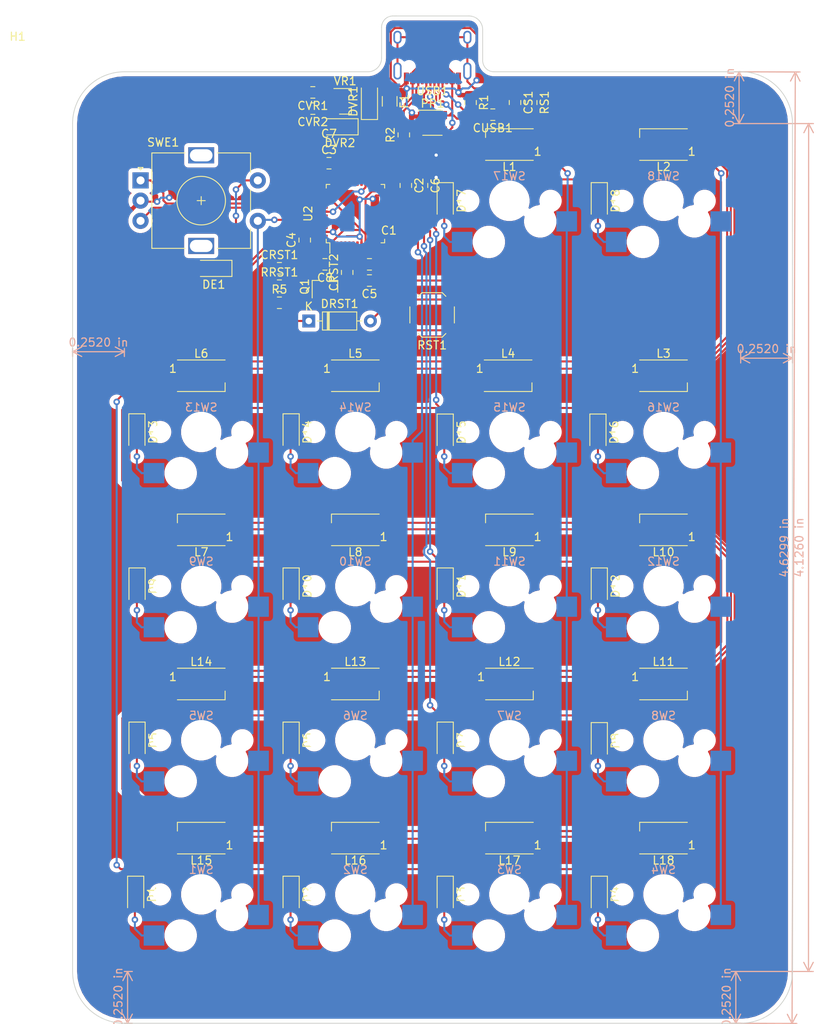
<source format=kicad_pcb>
(kicad_pcb (version 20171130) (host pcbnew "(5.1.5-0-10_14)")
  (layers (0 F.Cu signal) (31 B.Cu signal) (34 B.Paste user) (35 F.Paste user) (36 B.SilkS user) (37 F.SilkS user) (38 B.Mask user) (39 F.Mask user) (44 Edge.Cuts user))
  (net 0 "")
  (net 1 +5V)
  (net 2 +3V3)
  (net 3 BOOT0)
  (net 4 NRST)
  (net 5 "Net-(CS1-Pad1)")
  (net 6 VBUS)
  (net 7 "Net-(D1-Pad2)")
  (net 8 row4)
  (net 9 "Net-(D2-Pad2)")
  (net 10 "Net-(D3-Pad2)")
  (net 11 "Net-(D4-Pad2)")
  (net 12 "Net-(D5-Pad2)")
  (net 13 row3)
  (net 14 "Net-(D6-Pad2)")
  (net 15 "Net-(D7-Pad2)")
  (net 16 "Net-(D8-Pad2)")
  (net 17 "Net-(D9-Pad2)")
  (net 18 row2)
  (net 19 "Net-(D10-Pad2)")
  (net 20 "Net-(D11-Pad2)")
  (net 21 "Net-(D12-Pad2)")
  (net 22 "Net-(D13-Pad2)")
  (net 23 "Net-(D14-Pad2)")
  (net 24 row1)
  (net 25 "Net-(D15-Pad2)")
  (net 26 "Net-(D16-Pad2)")
  (net 27 row0)
  (net 28 "Net-(D17-Pad2)")
  (net 29 "Net-(D18-Pad2)")
  (net 30 "Net-(DE1-Pad2)")
  (net 31 "Net-(DRST1-Pad2)")
  (net 32 "Net-(DRST1-Pad1)")
  (net 33 RGBLED)
  (net 34 D-)
  (net 35 D+)
  (net 36 "Net-(R1-Pad2)")
  (net 37 "Net-(R2-Pad2)")
  (net 38 col0)
  (net 39 col1)
  (net 40 col2)
  (net 41 col3)
  (net 42 Enc1A)
  (net 43 Enc1B)
  (net 44 "Net-(U2-Pad46)")
  (net 45 SWDIO)
  (net 46 SWCLK)
  (net 47 "Net-(U2-Pad34)")
  (net 48 "Net-(U2-Pad27)")
  (net 49 "Net-(U2-Pad26)")
  (net 50 "Net-(U2-Pad25)")
  (net 51 "Net-(U2-Pad6)")
  (net 52 "Net-(U2-Pad5)")
  (net 53 "Net-(U2-Pad4)")
  (net 54 "Net-(U2-Pad3)")
  (net 55 "Net-(USB1-Pad3)")
  (net 56 "Net-(USB1-Pad9)")
  (net 57 "Net-(U2-Pad2)")
  (net 58 "Net-(U2-Pad13)")
  (net 59 "Net-(U2-Pad11)")
  (net 60 "Net-(U2-Pad10)")
  (net 61 "Net-(U2-Pad14)")
  (net 62 "Net-(L1-Pad1)")
  (net 63 "Net-(L2-Pad1)")
  (net 64 "Net-(L3-Pad1)")
  (net 65 "Net-(L4-Pad1)")
  (net 66 "Net-(L5-Pad1)")
  (net 67 "Net-(L6-Pad1)")
  (net 68 "Net-(L7-Pad1)")
  (net 69 "Net-(L8-Pad1)")
  (net 70 "Net-(L10-Pad1)")
  (net 71 "Net-(L10-Pad3)")
  (net 72 "Net-(L11-Pad1)")
  (net 73 "Net-(L12-Pad1)")
  (net 74 "Net-(L13-Pad1)")
  (net 75 "Net-(L14-Pad1)")
  (net 76 "Net-(L15-Pad1)")
  (net 77 "Net-(L16-Pad1)")
  (net 78 "Net-(L17-Pad1)")
  (net 79 "Net-(L18-Pad1)")
  (net 80 "Net-(U2-Pad45)")
  (net 81 "Net-(U2-Pad15)")
  (net 82 "Net-(U2-Pad16)")
  (net 83 "Net-(U2-Pad12)")
  (net 84 "Net-(U2-Pad22)")
  (net 85 "Net-(U2-Pad17)")
  (module Capacitor_SMD:C_0805_2012Metric (layer F.Cu) (at 123.16875 65.4875)
    (fp_text reference CRST1 (at 0 -1.65 180) (layer F.SilkS))
    (fp_text value 100uF)
    (pad 2 smd roundrect (at 0.9375 0) (size 0.975 1.4) (layers F.Cu F.Paste F.Mask) (net 1 +5V))
    (pad 1 smd roundrect (at -0.9375 0) (size 0.975 1.4) (layers F.Cu F.Paste F.Mask) (net 3 BOOT0))
  )
  (module MountingHole:MountingHole_2.2mm_M2_DIN965 (layer F.Cu) (at 90.8 39.75)
    (fp_text reference H1 (at 0 -2.9) (layer F.SilkS))
    (fp_text value MountingHole)
    (pad 1 np_thru_hole circle (at 0 0) (size 2.2 2.2) (drill 2.2) (layers *.Cu *.Mask))
  )
  (module Diode_SMD:D_SOD-123 (layer F.Cu) (at 130.65 48 180)
    (fp_text reference DVR2 (at 0 -2) (layer F.SilkS))
    (fp_text value D_Schottky)
    (pad 2 smd rect (at 1.65 0 180) (size 0.9 1.2) (layers F.Cu F.Paste F.Mask) (net 2 +3V3))
    (pad 1 smd rect (at -1.65 0 180) (size 0.9 1.2) (layers F.Cu F.Paste F.Mask) (net 1 +5V))
  )
  (module Capacitor_SMD:C_0805_2012Metric (layer F.Cu) (at 134.3 67 180)
    (fp_text reference C5 (at 0 -1.65) (layer F.SilkS))
    (fp_text value 0.1uF)
    (pad 2 smd roundrect (at 0.9375 0 180) (size 0.975 1.4) (layers F.Cu F.Paste F.Mask) (net 1 +5V))
    (pad 1 smd roundrect (at -0.9375 0 180) (size 0.975 1.4) (layers F.Cu F.Paste F.Mask) (net 2 +3V3))
  )
  (module MX_Only:MXOnly-1U-Hotswap (layer F.Cu) (at 170.65625 142.875 180)
    (fp_text reference SW4)
    (fp_text value SW_PUSH)
    (fp_text user %R (at 0 3.048) (layer B.SilkS) (effects (justify mirror)))
    (pad 2 smd rect (at 5.842 -5.08 180) (size 2.55 2.5) (layers B.Cu B.Paste B.Mask) (net 11 "Net-(D4-Pad2)"))
    (pad 1 smd rect (at -7.085 -2.54 180) (size 2.55 2.5) (layers B.Cu B.Paste B.Mask) (net 41 col3))
    (pad "" np_thru_hole circle (at 5.08 0 228.0996) (size 1.75 1.75) (drill 1.75) (layers *.Cu *.Mask))
    (pad "" np_thru_hole circle (at -5.08 0 228.0996) (size 1.75 1.75) (drill 1.75) (layers *.Cu *.Mask))
    (pad "" np_thru_hole circle (at -3.81 -2.54 180) (size 3 3) (drill 3) (layers *.Cu *.Mask))
    (pad "" np_thru_hole circle (at 0 0 180) (size 3.9878 3.9878) (drill 3.9878) (layers *.Cu *.Mask))
    (pad "" np_thru_hole circle (at 2.54 -5.08 180) (size 3 3) (drill 3) (layers *.Cu *.Mask))
  )
  (module MX_Only:MXOnly-1U-Hotswap (layer F.Cu) (at 151.60625 142.875 180)
    (fp_text reference SW3)
    (fp_text value SW_PUSH)
    (fp_text user %R (at 0 3.048) (layer B.SilkS) (effects (justify mirror)))
    (pad 2 smd rect (at 5.842 -5.08 180) (size 2.55 2.5) (layers B.Cu B.Paste B.Mask) (net 10 "Net-(D3-Pad2)"))
    (pad 1 smd rect (at -7.085 -2.54 180) (size 2.55 2.5) (layers B.Cu B.Paste B.Mask) (net 40 col2))
    (pad "" np_thru_hole circle (at 5.08 0 228.0996) (size 1.75 1.75) (drill 1.75) (layers *.Cu *.Mask))
    (pad "" np_thru_hole circle (at -5.08 0 228.0996) (size 1.75 1.75) (drill 1.75) (layers *.Cu *.Mask))
    (pad "" np_thru_hole circle (at -3.81 -2.54 180) (size 3 3) (drill 3) (layers *.Cu *.Mask))
    (pad "" np_thru_hole circle (at 0 0 180) (size 3.9878 3.9878) (drill 3.9878) (layers *.Cu *.Mask))
    (pad "" np_thru_hole circle (at 2.54 -5.08 180) (size 3 3) (drill 3) (layers *.Cu *.Mask))
  )
  (module MX_Only:MXOnly-1U-Hotswap (layer F.Cu) (at 113.50625 142.875 180)
    (fp_text reference SW1)
    (fp_text value SW_PUSH)
    (fp_text user %R (at 0 3.048) (layer B.SilkS) (effects (justify mirror)))
    (pad 2 smd rect (at 5.842 -5.08 180) (size 2.55 2.5) (layers B.Cu B.Paste B.Mask) (net 7 "Net-(D1-Pad2)"))
    (pad 1 smd rect (at -7.085 -2.54 180) (size 2.55 2.5) (layers B.Cu B.Paste B.Mask) (net 38 col0))
    (pad "" np_thru_hole circle (at 5.08 0 228.0996) (size 1.75 1.75) (drill 1.75) (layers *.Cu *.Mask))
    (pad "" np_thru_hole circle (at -5.08 0 228.0996) (size 1.75 1.75) (drill 1.75) (layers *.Cu *.Mask))
    (pad "" np_thru_hole circle (at -3.81 -2.54 180) (size 3 3) (drill 3) (layers *.Cu *.Mask))
    (pad "" np_thru_hole circle (at 0 0 180) (size 3.9878 3.9878) (drill 3.9878) (layers *.Cu *.Mask))
    (pad "" np_thru_hole circle (at 2.54 -5.08 180) (size 3 3) (drill 3) (layers *.Cu *.Mask))
  )
  (module MX_Only:MXOnly-1U-Hotswap (layer F.Cu) (at 113.50625 123.825 180)
    (fp_text reference SW5)
    (fp_text value SW_PUSH)
    (fp_text user %R (at 0 3.048) (layer B.SilkS) (effects (justify mirror)))
    (pad 2 smd rect (at 5.842 -5.08 180) (size 2.55 2.5) (layers B.Cu B.Paste B.Mask) (net 12 "Net-(D5-Pad2)"))
    (pad 1 smd rect (at -7.085 -2.54 180) (size 2.55 2.5) (layers B.Cu B.Paste B.Mask) (net 38 col0))
    (pad "" np_thru_hole circle (at 5.08 0 228.0996) (size 1.75 1.75) (drill 1.75) (layers *.Cu *.Mask))
    (pad "" np_thru_hole circle (at -5.08 0 228.0996) (size 1.75 1.75) (drill 1.75) (layers *.Cu *.Mask))
    (pad "" np_thru_hole circle (at -3.81 -2.54 180) (size 3 3) (drill 3) (layers *.Cu *.Mask))
    (pad "" np_thru_hole circle (at 0 0 180) (size 3.9878 3.9878) (drill 3.9878) (layers *.Cu *.Mask))
    (pad "" np_thru_hole circle (at 2.54 -5.08 180) (size 3 3) (drill 3) (layers *.Cu *.Mask))
  )
  (module MX_Only:MXOnly-1U-Hotswap (layer F.Cu) (at 170.65625 123.825 180)
    (fp_text reference SW8)
    (fp_text value SW_PUSH)
    (fp_text user %R (at 0 3.048) (layer B.SilkS) (effects (justify mirror)))
    (pad 2 smd rect (at 5.842 -5.08 180) (size 2.55 2.5) (layers B.Cu B.Paste B.Mask) (net 16 "Net-(D8-Pad2)"))
    (pad 1 smd rect (at -7.085 -2.54 180) (size 2.55 2.5) (layers B.Cu B.Paste B.Mask) (net 41 col3))
    (pad "" np_thru_hole circle (at 5.08 0 228.0996) (size 1.75 1.75) (drill 1.75) (layers *.Cu *.Mask))
    (pad "" np_thru_hole circle (at -5.08 0 228.0996) (size 1.75 1.75) (drill 1.75) (layers *.Cu *.Mask))
    (pad "" np_thru_hole circle (at -3.81 -2.54 180) (size 3 3) (drill 3) (layers *.Cu *.Mask))
    (pad "" np_thru_hole circle (at 0 0 180) (size 3.9878 3.9878) (drill 3.9878) (layers *.Cu *.Mask))
    (pad "" np_thru_hole circle (at 2.54 -5.08 180) (size 3 3) (drill 3) (layers *.Cu *.Mask))
  )
  (module MX_Only:MXOnly-1U-Hotswap (layer F.Cu) (at 132.55625 104.775 180)
    (fp_text reference SW10)
    (fp_text value SW_PUSH)
    (fp_text user %R (at 0 3.048) (layer B.SilkS) (effects (justify mirror)))
    (pad 2 smd rect (at 5.842 -5.08 180) (size 2.55 2.5) (layers B.Cu B.Paste B.Mask) (net 19 "Net-(D10-Pad2)"))
    (pad 1 smd rect (at -7.085 -2.54 180) (size 2.55 2.5) (layers B.Cu B.Paste B.Mask) (net 39 col1))
    (pad "" np_thru_hole circle (at 5.08 0 228.0996) (size 1.75 1.75) (drill 1.75) (layers *.Cu *.Mask))
    (pad "" np_thru_hole circle (at -5.08 0 228.0996) (size 1.75 1.75) (drill 1.75) (layers *.Cu *.Mask))
    (pad "" np_thru_hole circle (at -3.81 -2.54 180) (size 3 3) (drill 3) (layers *.Cu *.Mask))
    (pad "" np_thru_hole circle (at 0 0 180) (size 3.9878 3.9878) (drill 3.9878) (layers *.Cu *.Mask))
    (pad "" np_thru_hole circle (at 2.54 -5.08 180) (size 3 3) (drill 3) (layers *.Cu *.Mask))
  )
  (module MX_Only:MXOnly-1U-Hotswap (layer F.Cu) (at 151.60625 85.725 180)
    (fp_text reference SW15)
    (fp_text value SW_PUSH)
    (fp_text user %R (at 0 3.048) (layer B.SilkS) (effects (justify mirror)))
    (pad 2 smd rect (at 5.842 -5.08 180) (size 2.55 2.5) (layers B.Cu B.Paste B.Mask) (net 25 "Net-(D15-Pad2)"))
    (pad 1 smd rect (at -7.085 -2.54 180) (size 2.55 2.5) (layers B.Cu B.Paste B.Mask) (net 40 col2))
    (pad "" np_thru_hole circle (at 5.08 0 228.0996) (size 1.75 1.75) (drill 1.75) (layers *.Cu *.Mask))
    (pad "" np_thru_hole circle (at -5.08 0 228.0996) (size 1.75 1.75) (drill 1.75) (layers *.Cu *.Mask))
    (pad "" np_thru_hole circle (at -3.81 -2.54 180) (size 3 3) (drill 3) (layers *.Cu *.Mask))
    (pad "" np_thru_hole circle (at 0 0 180) (size 3.9878 3.9878) (drill 3.9878) (layers *.Cu *.Mask))
    (pad "" np_thru_hole circle (at 2.54 -5.08 180) (size 3 3) (drill 3) (layers *.Cu *.Mask))
  )
  (module MX_Only:MXOnly-1U-Hotswap (layer F.Cu) (at 113.50625 85.725 180)
    (fp_text reference SW13)
    (fp_text value SW_PUSH)
    (fp_text user %R (at 0 3.048) (layer B.SilkS) (effects (justify mirror)))
    (pad 2 smd rect (at 5.842 -5.08 180) (size 2.55 2.5) (layers B.Cu B.Paste B.Mask) (net 22 "Net-(D13-Pad2)"))
    (pad 1 smd rect (at -7.085 -2.54 180) (size 2.55 2.5) (layers B.Cu B.Paste B.Mask) (net 38 col0))
    (pad "" np_thru_hole circle (at 5.08 0 228.0996) (size 1.75 1.75) (drill 1.75) (layers *.Cu *.Mask))
    (pad "" np_thru_hole circle (at -5.08 0 228.0996) (size 1.75 1.75) (drill 1.75) (layers *.Cu *.Mask))
    (pad "" np_thru_hole circle (at -3.81 -2.54 180) (size 3 3) (drill 3) (layers *.Cu *.Mask))
    (pad "" np_thru_hole circle (at 0 0 180) (size 3.9878 3.9878) (drill 3.9878) (layers *.Cu *.Mask))
    (pad "" np_thru_hole circle (at 2.54 -5.08 180) (size 3 3) (drill 3) (layers *.Cu *.Mask))
  )
  (module MX_Only:MXOnly-1U-Hotswap (layer F.Cu) (at 170.65625 85.725 180)
    (fp_text reference SW16)
    (fp_text value SW_PUSH)
    (fp_text user %R (at 0 3.048) (layer B.SilkS) (effects (justify mirror)))
    (pad 2 smd rect (at 5.842 -5.08 180) (size 2.55 2.5) (layers B.Cu B.Paste B.Mask) (net 26 "Net-(D16-Pad2)"))
    (pad 1 smd rect (at -7.085 -2.54 180) (size 2.55 2.5) (layers B.Cu B.Paste B.Mask) (net 41 col3))
    (pad "" np_thru_hole circle (at 5.08 0 228.0996) (size 1.75 1.75) (drill 1.75) (layers *.Cu *.Mask))
    (pad "" np_thru_hole circle (at -5.08 0 228.0996) (size 1.75 1.75) (drill 1.75) (layers *.Cu *.Mask))
    (pad "" np_thru_hole circle (at -3.81 -2.54 180) (size 3 3) (drill 3) (layers *.Cu *.Mask))
    (pad "" np_thru_hole circle (at 0 0 180) (size 3.9878 3.9878) (drill 3.9878) (layers *.Cu *.Mask))
    (pad "" np_thru_hole circle (at 2.54 -5.08 180) (size 3 3) (drill 3) (layers *.Cu *.Mask))
  )
  (module MX_Only:MXOnly-1U-Hotswap (layer F.Cu) (at 132.55625 85.725 180)
    (fp_text reference SW14)
    (fp_text value SW_PUSH)
    (fp_text user %R (at 0 3.048) (layer B.SilkS) (effects (justify mirror)))
    (pad 2 smd rect (at 5.842 -5.08 180) (size 2.55 2.5) (layers B.Cu B.Paste B.Mask) (net 23 "Net-(D14-Pad2)"))
    (pad 1 smd rect (at -7.085 -2.54 180) (size 2.55 2.5) (layers B.Cu B.Paste B.Mask) (net 39 col1))
    (pad "" np_thru_hole circle (at 5.08 0 228.0996) (size 1.75 1.75) (drill 1.75) (layers *.Cu *.Mask))
    (pad "" np_thru_hole circle (at -5.08 0 228.0996) (size 1.75 1.75) (drill 1.75) (layers *.Cu *.Mask))
    (pad "" np_thru_hole circle (at -3.81 -2.54 180) (size 3 3) (drill 3) (layers *.Cu *.Mask))
    (pad "" np_thru_hole circle (at 0 0 180) (size 3.9878 3.9878) (drill 3.9878) (layers *.Cu *.Mask))
    (pad "" np_thru_hole circle (at 2.54 -5.08 180) (size 3 3) (drill 3) (layers *.Cu *.Mask))
  )
  (module Button_Switch_SMD:SW_SPST_TL3342 (layer F.Cu) (at 142.05 71.25 180)
    (fp_text reference RST1 (at 0 -3.75) (layer F.SilkS))
    (fp_text value SW_PUSH)
    (pad 2 smd rect (at 3.15 1.9 180) (size 1.7 1) (layers F.Cu F.Paste F.Mask) (net 31 "Net-(DRST1-Pad2)"))
    (pad 2 smd rect (at -3.15 1.9 180) (size 1.7 1) (layers F.Cu F.Paste F.Mask) (net 31 "Net-(DRST1-Pad2)"))
    (pad 1 smd rect (at 3.15 -1.9 180) (size 1.7 1) (layers F.Cu F.Paste F.Mask) (net 2 +3V3))
    (pad 1 smd rect (at -3.15 -1.9 180) (size 1.7 1) (layers F.Cu F.Paste F.Mask) (net 2 +3V3))
  )
  (module MX_Only:MXOnly-1U-Hotswap (layer F.Cu) (at 151.60625 57.15 180)
    (fp_text reference SW17)
    (fp_text value SW_PUSH)
    (fp_text user %R (at 0 3.048) (layer B.SilkS) (effects (justify mirror)))
    (pad 2 smd rect (at 5.842 -5.08 180) (size 2.55 2.5) (layers B.Cu B.Paste B.Mask) (net 28 "Net-(D17-Pad2)"))
    (pad 1 smd rect (at -7.085 -2.54 180) (size 2.55 2.5) (layers B.Cu B.Paste B.Mask) (net 40 col2))
    (pad "" np_thru_hole circle (at 5.08 0 228.0996) (size 1.75 1.75) (drill 1.75) (layers *.Cu *.Mask))
    (pad "" np_thru_hole circle (at -5.08 0 228.0996) (size 1.75 1.75) (drill 1.75) (layers *.Cu *.Mask))
    (pad "" np_thru_hole circle (at -3.81 -2.54 180) (size 3 3) (drill 3) (layers *.Cu *.Mask))
    (pad "" np_thru_hole circle (at 0 0 180) (size 3.9878 3.9878) (drill 3.9878) (layers *.Cu *.Mask))
    (pad "" np_thru_hole circle (at 2.54 -5.08 180) (size 3 3) (drill 3) (layers *.Cu *.Mask))
  )
  (module LED_SMD:LED_SK6812MINI_PLCC4_3.5x3.5mm_P1.75mm (layer F.Cu) (at 170.65625 135.91875 180)
    (fp_text reference L18 (at 0 -2.75) (layer F.SilkS))
    (fp_text value SK6812MINI)
    (fp_text user 1 (at -3.5 -0.875) (layer F.SilkS))
    (pad 1 smd rect (at -1.75 -0.875 180) (size 1.6 0.85) (layers F.Cu F.Paste F.Mask) (net 79 "Net-(L18-Pad1)"))
    (pad 2 smd rect (at -1.75 0.875 180) (size 1.6 0.85) (layers F.Cu F.Paste F.Mask) (net 1 +5V))
    (pad 4 smd rect (at 1.75 -0.875 180) (size 1.6 0.85) (layers F.Cu F.Paste F.Mask) (net 2 +3V3))
    (pad 3 smd rect (at 1.75 0.875 180) (size 1.6 0.85) (layers F.Cu F.Paste F.Mask) (net 78 "Net-(L17-Pad1)"))
  )
  (module LED_SMD:LED_SK6812MINI_PLCC4_3.5x3.5mm_P1.75mm (layer F.Cu) (at 151.60625 135.91875 180)
    (fp_text reference L17 (at 0 -2.75) (layer F.SilkS))
    (fp_text value SK6812MINI)
    (fp_text user 1 (at -3.5 -0.875) (layer F.SilkS))
    (pad 1 smd rect (at -1.75 -0.875 180) (size 1.6 0.85) (layers F.Cu F.Paste F.Mask) (net 78 "Net-(L17-Pad1)"))
    (pad 2 smd rect (at -1.75 0.875 180) (size 1.6 0.85) (layers F.Cu F.Paste F.Mask) (net 1 +5V))
    (pad 4 smd rect (at 1.75 -0.875 180) (size 1.6 0.85) (layers F.Cu F.Paste F.Mask) (net 2 +3V3))
    (pad 3 smd rect (at 1.75 0.875 180) (size 1.6 0.85) (layers F.Cu F.Paste F.Mask) (net 77 "Net-(L16-Pad1)"))
  )
  (module LED_SMD:LED_SK6812MINI_PLCC4_3.5x3.5mm_P1.75mm (layer F.Cu) (at 132.55625 135.91875 180)
    (fp_text reference L16 (at 0 -2.75) (layer F.SilkS))
    (fp_text value SK6812MINI)
    (fp_text user 1 (at -3.5 -0.875) (layer F.SilkS))
    (pad 1 smd rect (at -1.75 -0.875 180) (size 1.6 0.85) (layers F.Cu F.Paste F.Mask) (net 77 "Net-(L16-Pad1)"))
    (pad 2 smd rect (at -1.75 0.875 180) (size 1.6 0.85) (layers F.Cu F.Paste F.Mask) (net 1 +5V))
    (pad 4 smd rect (at 1.75 -0.875 180) (size 1.6 0.85) (layers F.Cu F.Paste F.Mask) (net 2 +3V3))
    (pad 3 smd rect (at 1.75 0.875 180) (size 1.6 0.85) (layers F.Cu F.Paste F.Mask) (net 76 "Net-(L15-Pad1)"))
  )
  (module LED_SMD:LED_SK6812MINI_PLCC4_3.5x3.5mm_P1.75mm (layer F.Cu) (at 113.50625 135.91875 180)
    (fp_text reference L15 (at 0 -2.75) (layer F.SilkS))
    (fp_text value SK6812MINI)
    (fp_text user 1 (at -3.5 -0.875) (layer F.SilkS))
    (pad 1 smd rect (at -1.75 -0.875 180) (size 1.6 0.85) (layers F.Cu F.Paste F.Mask) (net 76 "Net-(L15-Pad1)"))
    (pad 2 smd rect (at -1.75 0.875 180) (size 1.6 0.85) (layers F.Cu F.Paste F.Mask) (net 1 +5V))
    (pad 4 smd rect (at 1.75 -0.875 180) (size 1.6 0.85) (layers F.Cu F.Paste F.Mask) (net 2 +3V3))
    (pad 3 smd rect (at 1.75 0.875 180) (size 1.6 0.85) (layers F.Cu F.Paste F.Mask) (net 75 "Net-(L14-Pad1)"))
  )
  (module LED_SMD:LED_SK6812MINI_PLCC4_3.5x3.5mm_P1.75mm (layer F.Cu) (at 113.50625 116.86875)
    (fp_text reference L14 (at 0 -2.75) (layer F.SilkS))
    (fp_text value SK6812MINI)
    (fp_text user 1 (at -3.5 -0.875) (layer F.SilkS))
    (pad 1 smd rect (at -1.75 -0.875) (size 1.6 0.85) (layers F.Cu F.Paste F.Mask) (net 75 "Net-(L14-Pad1)"))
    (pad 2 smd rect (at -1.75 0.875) (size 1.6 0.85) (layers F.Cu F.Paste F.Mask) (net 1 +5V))
    (pad 4 smd rect (at 1.75 -0.875) (size 1.6 0.85) (layers F.Cu F.Paste F.Mask) (net 2 +3V3))
    (pad 3 smd rect (at 1.75 0.875) (size 1.6 0.85) (layers F.Cu F.Paste F.Mask) (net 74 "Net-(L13-Pad1)"))
  )
  (module LED_SMD:LED_SK6812MINI_PLCC4_3.5x3.5mm_P1.75mm (layer F.Cu) (at 132.55625 116.86875)
    (fp_text reference L13 (at 0 -2.75) (layer F.SilkS))
    (fp_text value SK6812MINI)
    (fp_text user 1 (at -3.5 -0.875) (layer F.SilkS))
    (pad 1 smd rect (at -1.75 -0.875) (size 1.6 0.85) (layers F.Cu F.Paste F.Mask) (net 74 "Net-(L13-Pad1)"))
    (pad 2 smd rect (at -1.75 0.875) (size 1.6 0.85) (layers F.Cu F.Paste F.Mask) (net 1 +5V))
    (pad 4 smd rect (at 1.75 -0.875) (size 1.6 0.85) (layers F.Cu F.Paste F.Mask) (net 2 +3V3))
    (pad 3 smd rect (at 1.75 0.875) (size 1.6 0.85) (layers F.Cu F.Paste F.Mask) (net 73 "Net-(L12-Pad1)"))
  )
  (module LED_SMD:LED_SK6812MINI_PLCC4_3.5x3.5mm_P1.75mm (layer F.Cu) (at 151.60625 116.86875)
    (fp_text reference L12 (at 0 -2.75) (layer F.SilkS))
    (fp_text value SK6812MINI)
    (fp_text user 1 (at -3.5 -0.875) (layer F.SilkS))
    (pad 1 smd rect (at -1.75 -0.875) (size 1.6 0.85) (layers F.Cu F.Paste F.Mask) (net 73 "Net-(L12-Pad1)"))
    (pad 2 smd rect (at -1.75 0.875) (size 1.6 0.85) (layers F.Cu F.Paste F.Mask) (net 1 +5V))
    (pad 4 smd rect (at 1.75 -0.875) (size 1.6 0.85) (layers F.Cu F.Paste F.Mask) (net 2 +3V3))
    (pad 3 smd rect (at 1.75 0.875) (size 1.6 0.85) (layers F.Cu F.Paste F.Mask) (net 72 "Net-(L11-Pad1)"))
  )
  (module LED_SMD:LED_SK6812MINI_PLCC4_3.5x3.5mm_P1.75mm (layer F.Cu) (at 170.65625 116.86875)
    (fp_text reference L11 (at 0 -2.75) (layer F.SilkS))
    (fp_text value SK6812MINI)
    (fp_text user 1 (at -3.5 -0.875) (layer F.SilkS))
    (pad 1 smd rect (at -1.75 -0.875) (size 1.6 0.85) (layers F.Cu F.Paste F.Mask) (net 72 "Net-(L11-Pad1)"))
    (pad 2 smd rect (at -1.75 0.875) (size 1.6 0.85) (layers F.Cu F.Paste F.Mask) (net 1 +5V))
    (pad 4 smd rect (at 1.75 -0.875) (size 1.6 0.85) (layers F.Cu F.Paste F.Mask) (net 2 +3V3))
    (pad 3 smd rect (at 1.75 0.875) (size 1.6 0.85) (layers F.Cu F.Paste F.Mask) (net 70 "Net-(L10-Pad1)"))
  )
  (module LED_SMD:LED_SK6812MINI_PLCC4_3.5x3.5mm_P1.75mm (layer F.Cu) (at 170.65625 97.81875 180)
    (fp_text reference L10 (at 0 -2.75) (layer F.SilkS))
    (fp_text value SK6812MINI)
    (fp_text user 1 (at -3.5 -0.875) (layer F.SilkS))
    (pad 1 smd rect (at -1.75 -0.875 180) (size 1.6 0.85) (layers F.Cu F.Paste F.Mask) (net 70 "Net-(L10-Pad1)"))
    (pad 2 smd rect (at -1.75 0.875 180) (size 1.6 0.85) (layers F.Cu F.Paste F.Mask) (net 1 +5V))
    (pad 4 smd rect (at 1.75 -0.875 180) (size 1.6 0.85) (layers F.Cu F.Paste F.Mask) (net 2 +3V3))
    (pad 3 smd rect (at 1.75 0.875 180) (size 1.6 0.85) (layers F.Cu F.Paste F.Mask) (net 71 "Net-(L10-Pad3)"))
  )
  (module LED_SMD:LED_SK6812MINI_PLCC4_3.5x3.5mm_P1.75mm (layer F.Cu) (at 151.60625 97.81875 180)
    (fp_text reference L9 (at 0 -2.75) (layer F.SilkS))
    (fp_text value SK6812MINI)
    (fp_text user 1 (at -3.5 -0.875) (layer F.SilkS))
    (pad 1 smd rect (at -1.75 -0.875 180) (size 1.6 0.85) (layers F.Cu F.Paste F.Mask) (net 71 "Net-(L10-Pad3)"))
    (pad 2 smd rect (at -1.75 0.875 180) (size 1.6 0.85) (layers F.Cu F.Paste F.Mask) (net 1 +5V))
    (pad 4 smd rect (at 1.75 -0.875 180) (size 1.6 0.85) (layers F.Cu F.Paste F.Mask) (net 2 +3V3))
    (pad 3 smd rect (at 1.75 0.875 180) (size 1.6 0.85) (layers F.Cu F.Paste F.Mask) (net 69 "Net-(L8-Pad1)"))
  )
  (module LED_SMD:LED_SK6812MINI_PLCC4_3.5x3.5mm_P1.75mm (layer F.Cu) (at 132.55625 97.81875 180)
    (fp_text reference L8 (at 0 -2.75) (layer F.SilkS))
    (fp_text value SK6812MINI)
    (fp_text user 1 (at -3.5 -0.875) (layer F.SilkS))
    (pad 1 smd rect (at -1.75 -0.875 180) (size 1.6 0.85) (layers F.Cu F.Paste F.Mask) (net 69 "Net-(L8-Pad1)"))
    (pad 2 smd rect (at -1.75 0.875 180) (size 1.6 0.85) (layers F.Cu F.Paste F.Mask) (net 1 +5V))
    (pad 4 smd rect (at 1.75 -0.875 180) (size 1.6 0.85) (layers F.Cu F.Paste F.Mask) (net 2 +3V3))
    (pad 3 smd rect (at 1.75 0.875 180) (size 1.6 0.85) (layers F.Cu F.Paste F.Mask) (net 68 "Net-(L7-Pad1)"))
  )
  (module LED_SMD:LED_SK6812MINI_PLCC4_3.5x3.5mm_P1.75mm (layer F.Cu) (at 113.50625 97.81875 180)
    (fp_text reference L7 (at 0 -2.75) (layer F.SilkS))
    (fp_text value SK6812MINI)
    (fp_text user 1 (at -3.5 -0.875) (layer F.SilkS))
    (pad 1 smd rect (at -1.75 -0.875 180) (size 1.6 0.85) (layers F.Cu F.Paste F.Mask) (net 68 "Net-(L7-Pad1)"))
    (pad 2 smd rect (at -1.75 0.875 180) (size 1.6 0.85) (layers F.Cu F.Paste F.Mask) (net 1 +5V))
    (pad 4 smd rect (at 1.75 -0.875 180) (size 1.6 0.85) (layers F.Cu F.Paste F.Mask) (net 2 +3V3))
    (pad 3 smd rect (at 1.75 0.875 180) (size 1.6 0.85) (layers F.Cu F.Paste F.Mask) (net 67 "Net-(L6-Pad1)"))
  )
  (module LED_SMD:LED_SK6812MINI_PLCC4_3.5x3.5mm_P1.75mm (layer F.Cu) (at 113.50625 78.76875)
    (fp_text reference L6 (at 0 -2.75) (layer F.SilkS))
    (fp_text value SK6812MINI)
    (fp_text user 1 (at -3.5 -0.875) (layer F.SilkS))
    (pad 1 smd rect (at -1.75 -0.875) (size 1.6 0.85) (layers F.Cu F.Paste F.Mask) (net 67 "Net-(L6-Pad1)"))
    (pad 2 smd rect (at -1.75 0.875) (size 1.6 0.85) (layers F.Cu F.Paste F.Mask) (net 1 +5V))
    (pad 4 smd rect (at 1.75 -0.875) (size 1.6 0.85) (layers F.Cu F.Paste F.Mask) (net 2 +3V3))
    (pad 3 smd rect (at 1.75 0.875) (size 1.6 0.85) (layers F.Cu F.Paste F.Mask) (net 66 "Net-(L5-Pad1)"))
  )
  (module LED_SMD:LED_SK6812MINI_PLCC4_3.5x3.5mm_P1.75mm (layer F.Cu) (at 132.55625 78.76875)
    (fp_text reference L5 (at 0 -2.75) (layer F.SilkS))
    (fp_text value SK6812MINI)
    (fp_text user 1 (at -3.5 -0.875) (layer F.SilkS))
    (pad 1 smd rect (at -1.75 -0.875) (size 1.6 0.85) (layers F.Cu F.Paste F.Mask) (net 66 "Net-(L5-Pad1)"))
    (pad 2 smd rect (at -1.75 0.875) (size 1.6 0.85) (layers F.Cu F.Paste F.Mask) (net 1 +5V))
    (pad 4 smd rect (at 1.75 -0.875) (size 1.6 0.85) (layers F.Cu F.Paste F.Mask) (net 2 +3V3))
    (pad 3 smd rect (at 1.75 0.875) (size 1.6 0.85) (layers F.Cu F.Paste F.Mask) (net 65 "Net-(L4-Pad1)"))
  )
  (module LED_SMD:LED_SK6812MINI_PLCC4_3.5x3.5mm_P1.75mm (layer F.Cu) (at 151.44375 78.76875)
    (fp_text reference L4 (at 0 -2.75) (layer F.SilkS))
    (fp_text value SK6812MINI)
    (fp_text user 1 (at -3.5 -0.875) (layer F.SilkS))
    (pad 1 smd rect (at -1.75 -0.875) (size 1.6 0.85) (layers F.Cu F.Paste F.Mask) (net 65 "Net-(L4-Pad1)"))
    (pad 2 smd rect (at -1.75 0.875) (size 1.6 0.85) (layers F.Cu F.Paste F.Mask) (net 1 +5V))
    (pad 4 smd rect (at 1.75 -0.875) (size 1.6 0.85) (layers F.Cu F.Paste F.Mask) (net 2 +3V3))
    (pad 3 smd rect (at 1.75 0.875) (size 1.6 0.85) (layers F.Cu F.Paste F.Mask) (net 64 "Net-(L3-Pad1)"))
  )
  (module LED_SMD:LED_SK6812MINI_PLCC4_3.5x3.5mm_P1.75mm (layer F.Cu) (at 170.65625 78.76875)
    (fp_text reference L3 (at 0 -2.75) (layer F.SilkS))
    (fp_text value SK6812MINI)
    (fp_text user 1 (at -3.5 -0.875) (layer F.SilkS))
    (pad 1 smd rect (at -1.75 -0.875) (size 1.6 0.85) (layers F.Cu F.Paste F.Mask) (net 64 "Net-(L3-Pad1)"))
    (pad 2 smd rect (at -1.75 0.875) (size 1.6 0.85) (layers F.Cu F.Paste F.Mask) (net 1 +5V))
    (pad 4 smd rect (at 1.75 -0.875) (size 1.6 0.85) (layers F.Cu F.Paste F.Mask) (net 2 +3V3))
    (pad 3 smd rect (at 1.75 0.875) (size 1.6 0.85) (layers F.Cu F.Paste F.Mask) (net 63 "Net-(L2-Pad1)"))
  )
  (module LED_SMD:LED_SK6812MINI_PLCC4_3.5x3.5mm_P1.75mm (layer F.Cu) (at 170.65625 50.19375 180)
    (fp_text reference L2 (at 0 -2.75) (layer F.SilkS))
    (fp_text value SK6812MINI)
    (fp_text user 1 (at -3.5 -0.875) (layer F.SilkS))
    (pad 1 smd rect (at -1.75 -0.875 180) (size 1.6 0.85) (layers F.Cu F.Paste F.Mask) (net 63 "Net-(L2-Pad1)"))
    (pad 2 smd rect (at -1.75 0.875 180) (size 1.6 0.85) (layers F.Cu F.Paste F.Mask) (net 1 +5V))
    (pad 4 smd rect (at 1.75 -0.875 180) (size 1.6 0.85) (layers F.Cu F.Paste F.Mask) (net 2 +3V3))
    (pad 3 smd rect (at 1.75 0.875 180) (size 1.6 0.85) (layers F.Cu F.Paste F.Mask) (net 62 "Net-(L1-Pad1)"))
  )
  (module LED_SMD:LED_SK6812MINI_PLCC4_3.5x3.5mm_P1.75mm (layer F.Cu) (at 151.60625 50.19375 180)
    (fp_text reference L1 (at 0 -2.75) (layer F.SilkS))
    (fp_text value SK6812MINI)
    (fp_text user 1 (at -3.5 -0.875) (layer F.SilkS))
    (pad 1 smd rect (at -1.75 -0.875 180) (size 1.6 0.85) (layers F.Cu F.Paste F.Mask) (net 62 "Net-(L1-Pad1)"))
    (pad 2 smd rect (at -1.75 0.875 180) (size 1.6 0.85) (layers F.Cu F.Paste F.Mask) (net 1 +5V))
    (pad 4 smd rect (at 1.75 -0.875 180) (size 1.6 0.85) (layers F.Cu F.Paste F.Mask) (net 2 +3V3))
    (pad 3 smd rect (at 1.75 0.875 180) (size 1.6 0.85) (layers F.Cu F.Paste F.Mask) (net 33 RGBLED))
  )
  (module Capacitor_SMD:C_0805_2012Metric (layer F.Cu) (at 131.55 66 90)
    (fp_text reference CRST2 (at 0 -1.65 90) (layer F.SilkS))
    (fp_text value 4.7nF)
    (pad 2 smd roundrect (at 0.9375 0 90) (size 0.975 1.4) (layers F.Cu F.Paste F.Mask) (net 4 NRST))
    (pad 1 smd roundrect (at -0.9375 0 90) (size 0.975 1.4) (layers F.Cu F.Paste F.Mask) (net 1 +5V))
  )
  (module Fuse:Fuse_1206_3216Metric (layer F.Cu) (at 136.8 44.85 270)
    (fp_text reference F1 (at 0 -1.82 270) (layer F.SilkS))
    (fp_text value 500mA)
    (pad 2 smd roundrect (at 1.4 0 270) (size 1.25 1.75) (layers F.Cu F.Paste F.Mask) (roundrect_rratio 0.2) (net 6 VBUS))
    (pad 1 smd roundrect (at -1.4 0 270) (size 1.25 1.75) (layers F.Cu F.Paste F.Mask) (roundrect_rratio 0.2) (net 1 +5V))
  )
  (module Rotary_Encoder:RotaryEncoder_Alps_EC11E-Switch_Vertical_H20mm (layer F.Cu) (at 106 54.625)
    (fp_text reference SWE1 (at 2.8 -4.7) (layer F.SilkS))
    (fp_text value Rotary_Encoder_Switch)
    (pad A thru_hole rect (at 0 0) (size 2 2) (drill 1) (layers *.Cu *.Mask) (net 42 Enc1A))
    (pad C thru_hole circle (at 0 2.5) (size 2 2) (drill 1) (layers *.Cu *.Mask) (net 1 +5V))
    (pad B thru_hole circle (at 0 5) (size 2 2) (drill 1) (layers *.Cu *.Mask) (net 43 Enc1B))
    (pad MP thru_hole rect (at 7.5 -3.1) (size 3.2 2) (drill oval 2.8 1.5) (layers *.Cu *.Mask))
    (pad MP thru_hole rect (at 7.5 8.1) (size 3.2 2) (drill oval 2.8 1.5) (layers *.Cu *.Mask))
    (pad S2 thru_hole circle (at 14.5 0) (size 2 2) (drill 1) (layers *.Cu *.Mask) (net 30 "Net-(DE1-Pad2)"))
    (pad S1 thru_hole circle (at 14.5 5) (size 2 2) (drill 1) (layers *.Cu *.Mask) (net 38 col0))
  )
  (module Package_TO_SOT_SMD:SOT-23 (layer F.Cu) (at 131.3 44.85)
    (fp_text reference VR1 (at 0 -2.5) (layer F.SilkS))
    (fp_text value MCP1700-3302E_SOT23)
    (pad 3 smd rect (at 1 0) (size 0.9 0.8) (layers F.Cu F.Paste F.Mask) (net 1 +5V))
    (pad 2 smd rect (at -1 0.95) (size 0.9 0.8) (layers F.Cu F.Paste F.Mask) (net 2 +3V3))
    (pad 1 smd rect (at -1 -0.95) (size 0.9 0.8) (layers F.Cu F.Paste F.Mask) (net 1 +5V))
  )
  (module Type-C:HRO-TYPE-C-31-M-12 (layer F.Cu) (at 142.0875 34.325 180)
    (fp_text reference USB1 (at 0 -9.25) (layer F.SilkS))
    (fp_text value HRO-TYPE-C-31-M-12)
    (pad 12 smd rect (at 3.225 -7.695 180) (size 0.6 1.45) (layers F.Cu F.Paste F.Mask) (net 1 +5V))
    (pad 1 smd rect (at -3.225 -7.695 180) (size 0.6 1.45) (layers F.Cu F.Paste F.Mask) (net 1 +5V))
    (pad 11 smd rect (at 2.45 -7.695 180) (size 0.6 1.45) (layers F.Cu F.Paste F.Mask) (net 6 VBUS))
    (pad 2 smd rect (at -2.45 -7.695 180) (size 0.6 1.45) (layers F.Cu F.Paste F.Mask) (net 6 VBUS))
    (pad 3 smd rect (at -1.75 -7.695 180) (size 0.3 1.45) (layers F.Cu F.Paste F.Mask) (net 55 "Net-(USB1-Pad3)"))
    (pad 10 smd rect (at 1.75 -7.695 180) (size 0.3 1.45) (layers F.Cu F.Paste F.Mask) (net 37 "Net-(R2-Pad2)"))
    (pad 4 smd rect (at -1.25 -7.695 180) (size 0.3 1.45) (layers F.Cu F.Paste F.Mask) (net 36 "Net-(R1-Pad2)"))
    (pad 9 smd rect (at 1.25 -7.695 180) (size 0.3 1.45) (layers F.Cu F.Paste F.Mask) (net 56 "Net-(USB1-Pad9)"))
    (pad 5 smd rect (at -0.75 -7.695 180) (size 0.3 1.45) (layers F.Cu F.Paste F.Mask) (net 34 D-))
    (pad 8 smd rect (at 0.75 -7.695 180) (size 0.3 1.45) (layers F.Cu F.Paste F.Mask) (net 35 D+))
    (pad 7 smd rect (at 0.25 -7.695 180) (size 0.3 1.45) (layers F.Cu F.Paste F.Mask) (net 34 D-))
    (pad 6 smd rect (at -0.25 -7.695 180) (size 0.3 1.45) (layers F.Cu F.Paste F.Mask) (net 35 D+))
    (pad "" np_thru_hole circle (at 2.89 -6.25 180) (size 0.65 0.65) (drill 0.65) (layers *.Cu *.Mask))
    (pad "" np_thru_hole circle (at -2.89 -6.25 180) (size 0.65 0.65) (drill 0.65) (layers *.Cu *.Mask))
    (pad 13 thru_hole oval (at -4.32 -6.78 180) (size 1 2.1) (drill oval 0.6 1.7) (layers *.Cu B.Mask) (net 5 "Net-(CS1-Pad1)"))
    (pad 13 thru_hole oval (at 4.32 -6.78 180) (size 1 2.1) (drill oval 0.6 1.7) (layers *.Cu B.Mask) (net 5 "Net-(CS1-Pad1)"))
    (pad 13 thru_hole oval (at -4.32 -2.6 180) (size 1 1.6) (drill oval 0.6 1.2) (layers *.Cu B.Mask) (net 5 "Net-(CS1-Pad1)"))
    (pad 13 thru_hole oval (at 4.32 -2.6 180) (size 1 1.6) (drill oval 0.6 1.2) (layers *.Cu B.Mask) (net 5 "Net-(CS1-Pad1)"))
  )
  (module Package_QFP:LQFP-48_7x7mm_P0.5mm (layer F.Cu) (at 132.56875 58.73125 90)
    (fp_text reference U2 (at 0 -5.85 270) (layer F.SilkS))
    (fp_text value STM32F072CBTx)
    (pad 48 smd roundrect (at -2.75 -4.1625 90) (size 0.3 1.475) (layers F.Cu F.Paste F.Mask) (net 2 +3V3))
    (pad 47 smd roundrect (at -2.25 -4.1625 90) (size 0.3 1.475) (layers F.Cu F.Paste F.Mask) (net 1 +5V))
    (pad 46 smd roundrect (at -1.75 -4.1625 90) (size 0.3 1.475) (layers F.Cu F.Paste F.Mask) (net 44 "Net-(U2-Pad46)"))
    (pad 45 smd roundrect (at -1.25 -4.1625 90) (size 0.3 1.475) (layers F.Cu F.Paste F.Mask) (net 80 "Net-(U2-Pad45)"))
    (pad 44 smd roundrect (at -0.75 -4.1625 90) (size 0.3 1.475) (layers F.Cu F.Paste F.Mask) (net 3 BOOT0))
    (pad 43 smd roundrect (at -0.25 -4.1625 90) (size 0.3 1.475) (layers F.Cu F.Paste F.Mask) (net 8 row4))
    (pad 42 smd roundrect (at 0.25 -4.1625 90) (size 0.3 1.475) (layers F.Cu F.Paste F.Mask) (net 27 row0))
    (pad 41 smd roundrect (at 0.75 -4.1625 90) (size 0.3 1.475) (layers F.Cu F.Paste F.Mask) (net 38 col0))
    (pad 40 smd roundrect (at 1.25 -4.1625 90) (size 0.3 1.475) (layers F.Cu F.Paste F.Mask) (net 43 Enc1B))
    (pad 39 smd roundrect (at 1.75 -4.1625 90) (size 0.3 1.475) (layers F.Cu F.Paste F.Mask) (net 42 Enc1A))
    (pad 38 smd roundrect (at 2.25 -4.1625 90) (size 0.3 1.475) (layers F.Cu F.Paste F.Mask) (net 45 SWDIO))
    (pad 37 smd roundrect (at 2.75 -4.1625 90) (size 0.3 1.475) (layers F.Cu F.Paste F.Mask) (net 46 SWCLK))
    (pad 36 smd roundrect (at 4.1625 -2.75 90) (size 1.475 0.3) (layers F.Cu F.Paste F.Mask) (net 2 +3V3))
    (pad 35 smd roundrect (at 4.1625 -2.25 90) (size 1.475 0.3) (layers F.Cu F.Paste F.Mask) (net 1 +5V))
    (pad 34 smd roundrect (at 4.1625 -1.75 90) (size 1.475 0.3) (layers F.Cu F.Paste F.Mask) (net 47 "Net-(U2-Pad34)"))
    (pad 33 smd roundrect (at 4.1625 -1.25 90) (size 1.475 0.3) (layers F.Cu F.Paste F.Mask) (net 35 D+))
    (pad 32 smd roundrect (at 4.1625 -0.75 90) (size 1.475 0.3) (layers F.Cu F.Paste F.Mask) (net 34 D-))
    (pad 31 smd roundrect (at 4.1625 -0.25 90) (size 1.475 0.3) (layers F.Cu F.Paste F.Mask) (net 33 RGBLED))
    (pad 30 smd roundrect (at 4.1625 0.25 90) (size 1.475 0.3) (layers F.Cu F.Paste F.Mask) (net 41 col3))
    (pad 29 smd roundrect (at 4.1625 0.75 90) (size 1.475 0.3) (layers F.Cu F.Paste F.Mask) (net 40 col2))
    (pad 28 smd roundrect (at 4.1625 1.25 90) (size 1.475 0.3) (layers F.Cu F.Paste F.Mask) (net 27 row0))
    (pad 27 smd roundrect (at 4.1625 1.75 90) (size 1.475 0.3) (layers F.Cu F.Paste F.Mask) (net 48 "Net-(U2-Pad27)"))
    (pad 26 smd roundrect (at 4.1625 2.25 90) (size 1.475 0.3) (layers F.Cu F.Paste F.Mask) (net 49 "Net-(U2-Pad26)"))
    (pad 25 smd roundrect (at 4.1625 2.75 90) (size 1.475 0.3) (layers F.Cu F.Paste F.Mask) (net 50 "Net-(U2-Pad25)"))
    (pad 24 smd roundrect (at 2.75 4.1625 90) (size 0.3 1.475) (layers F.Cu F.Paste F.Mask) (net 2 +3V3))
    (pad 23 smd roundrect (at 2.25 4.1625 90) (size 0.3 1.475) (layers F.Cu F.Paste F.Mask) (net 1 +5V))
    (pad 22 smd roundrect (at 1.75 4.1625 90) (size 0.3 1.475) (layers F.Cu F.Paste F.Mask) (net 84 "Net-(U2-Pad22)"))
    (pad 21 smd roundrect (at 1.25 4.1625 90) (size 0.3 1.475) (layers F.Cu F.Paste F.Mask) (net 24 row1))
    (pad 20 smd roundrect (at 0.75 4.1625 90) (size 0.3 1.475) (layers F.Cu F.Paste F.Mask) (net 18 row2))
    (pad 19 smd roundrect (at 0.25 4.1625 90) (size 0.3 1.475) (layers F.Cu F.Paste F.Mask) (net 13 row3))
    (pad 18 smd roundrect (at -0.25 4.1625 90) (size 0.3 1.475) (layers F.Cu F.Paste F.Mask) (net 39 col1))
    (pad 17 smd roundrect (at -0.75 4.1625 90) (size 0.3 1.475) (layers F.Cu F.Paste F.Mask) (net 85 "Net-(U2-Pad17)"))
    (pad 16 smd roundrect (at -1.25 4.1625 90) (size 0.3 1.475) (layers F.Cu F.Paste F.Mask) (net 82 "Net-(U2-Pad16)"))
    (pad 15 smd roundrect (at -1.75 4.1625 90) (size 0.3 1.475) (layers F.Cu F.Paste F.Mask) (net 81 "Net-(U2-Pad15)"))
    (pad 14 smd roundrect (at -2.25 4.1625 90) (size 0.3 1.475) (layers F.Cu F.Paste F.Mask) (net 61 "Net-(U2-Pad14)"))
    (pad 13 smd roundrect (at -2.75 4.1625 90) (size 0.3 1.475) (layers F.Cu F.Paste F.Mask) (net 58 "Net-(U2-Pad13)"))
    (pad 12 smd roundrect (at -4.1625 2.75 90) (size 1.475 0.3) (layers F.Cu F.Paste F.Mask) (net 83 "Net-(U2-Pad12)"))
    (pad 11 smd roundrect (at -4.1625 2.25 90) (size 1.475 0.3) (layers F.Cu F.Paste F.Mask) (net 59 "Net-(U2-Pad11)"))
    (pad 10 smd roundrect (at -4.1625 1.75 90) (size 1.475 0.3) (layers F.Cu F.Paste F.Mask) (net 60 "Net-(U2-Pad10)"))
    (pad 9 smd roundrect (at -4.1625 1.25 90) (size 1.475 0.3) (layers F.Cu F.Paste F.Mask) (net 2 +3V3))
    (pad 8 smd roundrect (at -4.1625 0.75 90) (size 1.475 0.3) (layers F.Cu F.Paste F.Mask) (net 1 +5V))
    (pad 7 smd roundrect (at -4.1625 0.25 90) (size 1.475 0.3) (layers F.Cu F.Paste F.Mask) (net 4 NRST))
    (pad 6 smd roundrect (at -4.1625 -0.25 90) (size 1.475 0.3) (layers F.Cu F.Paste F.Mask) (net 51 "Net-(U2-Pad6)"))
    (pad 5 smd roundrect (at -4.1625 -0.75 90) (size 1.475 0.3) (layers F.Cu F.Paste F.Mask) (net 52 "Net-(U2-Pad5)"))
    (pad 4 smd roundrect (at -4.1625 -1.25 90) (size 1.475 0.3) (layers F.Cu F.Paste F.Mask) (net 53 "Net-(U2-Pad4)"))
    (pad 3 smd roundrect (at -4.1625 -1.75 90) (size 1.475 0.3) (layers F.Cu F.Paste F.Mask) (net 54 "Net-(U2-Pad3)"))
    (pad 2 smd roundrect (at -4.1625 -2.25 90) (size 1.475 0.3) (layers F.Cu F.Paste F.Mask) (net 57 "Net-(U2-Pad2)"))
    (pad 1 smd roundrect (at -4.1625 -2.75 90) (size 1.475 0.3) (layers F.Cu F.Paste F.Mask) (net 2 +3V3))
  )
  (module MX_Only:MXOnly-1U-Hotswap (layer F.Cu) (at 170.65625 57.15 180)
    (fp_text reference SW18)
    (fp_text value SW_PUSH)
    (fp_text user %R (at 0 3.048) (layer B.SilkS) (effects (justify mirror)))
    (pad 2 smd rect (at 5.842 -5.08 180) (size 2.55 2.5) (layers B.Cu B.Paste B.Mask) (net 29 "Net-(D18-Pad2)"))
    (pad 1 smd rect (at -7.085 -2.54 180) (size 2.55 2.5) (layers B.Cu B.Paste B.Mask) (net 41 col3))
    (pad "" np_thru_hole circle (at 5.08 0 228.0996) (size 1.75 1.75) (drill 1.75) (layers *.Cu *.Mask))
    (pad "" np_thru_hole circle (at -5.08 0 228.0996) (size 1.75 1.75) (drill 1.75) (layers *.Cu *.Mask))
    (pad "" np_thru_hole circle (at -3.81 -2.54 180) (size 3 3) (drill 3) (layers *.Cu *.Mask))
    (pad "" np_thru_hole circle (at 0 0 180) (size 3.9878 3.9878) (drill 3.9878) (layers *.Cu *.Mask))
    (pad "" np_thru_hole circle (at 2.54 -5.08 180) (size 3 3) (drill 3) (layers *.Cu *.Mask))
  )
  (module MX_Only:MXOnly-1U-Hotswap (layer F.Cu) (at 170.65625 104.775 180)
    (fp_text reference SW12)
    (fp_text value SW_PUSH)
    (fp_text user %R (at 0 3.048) (layer B.SilkS) (effects (justify mirror)))
    (pad 2 smd rect (at 5.842 -5.08 180) (size 2.55 2.5) (layers B.Cu B.Paste B.Mask) (net 21 "Net-(D12-Pad2)"))
    (pad 1 smd rect (at -7.085 -2.54 180) (size 2.55 2.5) (layers B.Cu B.Paste B.Mask) (net 41 col3))
    (pad "" np_thru_hole circle (at 5.08 0 228.0996) (size 1.75 1.75) (drill 1.75) (layers *.Cu *.Mask))
    (pad "" np_thru_hole circle (at -5.08 0 228.0996) (size 1.75 1.75) (drill 1.75) (layers *.Cu *.Mask))
    (pad "" np_thru_hole circle (at -3.81 -2.54 180) (size 3 3) (drill 3) (layers *.Cu *.Mask))
    (pad "" np_thru_hole circle (at 0 0 180) (size 3.9878 3.9878) (drill 3.9878) (layers *.Cu *.Mask))
    (pad "" np_thru_hole circle (at 2.54 -5.08 180) (size 3 3) (drill 3) (layers *.Cu *.Mask))
  )
  (module MX_Only:MXOnly-1U-Hotswap (layer F.Cu) (at 151.60625 104.775 180)
    (fp_text reference SW11)
    (fp_text value SW_PUSH)
    (fp_text user %R (at 0 3.048) (layer B.SilkS) (effects (justify mirror)))
    (pad 2 smd rect (at 5.842 -5.08 180) (size 2.55 2.5) (layers B.Cu B.Paste B.Mask) (net 20 "Net-(D11-Pad2)"))
    (pad 1 smd rect (at -7.085 -2.54 180) (size 2.55 2.5) (layers B.Cu B.Paste B.Mask) (net 40 col2))
    (pad "" np_thru_hole circle (at 5.08 0 228.0996) (size 1.75 1.75) (drill 1.75) (layers *.Cu *.Mask))
    (pad "" np_thru_hole circle (at -5.08 0 228.0996) (size 1.75 1.75) (drill 1.75) (layers *.Cu *.Mask))
    (pad "" np_thru_hole circle (at -3.81 -2.54 180) (size 3 3) (drill 3) (layers *.Cu *.Mask))
    (pad "" np_thru_hole circle (at 0 0 180) (size 3.9878 3.9878) (drill 3.9878) (layers *.Cu *.Mask))
    (pad "" np_thru_hole circle (at 2.54 -5.08 180) (size 3 3) (drill 3) (layers *.Cu *.Mask))
  )
  (module MX_Only:MXOnly-1U-Hotswap (layer F.Cu) (at 113.50625 104.775 180)
    (fp_text reference SW9)
    (fp_text value SW_PUSH)
    (fp_text user %R (at 0 3.048) (layer B.SilkS) (effects (justify mirror)))
    (pad 2 smd rect (at 5.842 -5.08 180) (size 2.55 2.5) (layers B.Cu B.Paste B.Mask) (net 17 "Net-(D9-Pad2)"))
    (pad 1 smd rect (at -7.085 -2.54 180) (size 2.55 2.5) (layers B.Cu B.Paste B.Mask) (net 38 col0))
    (pad "" np_thru_hole circle (at 5.08 0 228.0996) (size 1.75 1.75) (drill 1.75) (layers *.Cu *.Mask))
    (pad "" np_thru_hole circle (at -5.08 0 228.0996) (size 1.75 1.75) (drill 1.75) (layers *.Cu *.Mask))
    (pad "" np_thru_hole circle (at -3.81 -2.54 180) (size 3 3) (drill 3) (layers *.Cu *.Mask))
    (pad "" np_thru_hole circle (at 0 0 180) (size 3.9878 3.9878) (drill 3.9878) (layers *.Cu *.Mask))
    (pad "" np_thru_hole circle (at 2.54 -5.08 180) (size 3 3) (drill 3) (layers *.Cu *.Mask))
  )
  (module MX_Only:MXOnly-1U-Hotswap (layer F.Cu) (at 151.60625 123.825 180)
    (fp_text reference SW7)
    (fp_text value SW_PUSH)
    (fp_text user %R (at 0 3.048) (layer B.SilkS) (effects (justify mirror)))
    (pad 2 smd rect (at 5.842 -5.08 180) (size 2.55 2.5) (layers B.Cu B.Paste B.Mask) (net 15 "Net-(D7-Pad2)"))
    (pad 1 smd rect (at -7.085 -2.54 180) (size 2.55 2.5) (layers B.Cu B.Paste B.Mask) (net 40 col2))
    (pad "" np_thru_hole circle (at 5.08 0 228.0996) (size 1.75 1.75) (drill 1.75) (layers *.Cu *.Mask))
    (pad "" np_thru_hole circle (at -5.08 0 228.0996) (size 1.75 1.75) (drill 1.75) (layers *.Cu *.Mask))
    (pad "" np_thru_hole circle (at -3.81 -2.54 180) (size 3 3) (drill 3) (layers *.Cu *.Mask))
    (pad "" np_thru_hole circle (at 0 0 180) (size 3.9878 3.9878) (drill 3.9878) (layers *.Cu *.Mask))
    (pad "" np_thru_hole circle (at 2.54 -5.08 180) (size 3 3) (drill 3) (layers *.Cu *.Mask))
  )
  (module MX_Only:MXOnly-1U-Hotswap (layer F.Cu) (at 132.55625 123.825 180)
    (fp_text reference SW6)
    (fp_text value SW_PUSH)
    (fp_text user %R (at 0 3.048) (layer B.SilkS) (effects (justify mirror)))
    (pad 2 smd rect (at 5.842 -5.08 180) (size 2.55 2.5) (layers B.Cu B.Paste B.Mask) (net 14 "Net-(D6-Pad2)"))
    (pad 1 smd rect (at -7.085 -2.54 180) (size 2.55 2.5) (layers B.Cu B.Paste B.Mask) (net 39 col1))
    (pad "" np_thru_hole circle (at 5.08 0 228.0996) (size 1.75 1.75) (drill 1.75) (layers *.Cu *.Mask))
    (pad "" np_thru_hole circle (at -5.08 0 228.0996) (size 1.75 1.75) (drill 1.75) (layers *.Cu *.Mask))
    (pad "" np_thru_hole circle (at -3.81 -2.54 180) (size 3 3) (drill 3) (layers *.Cu *.Mask))
    (pad "" np_thru_hole circle (at 0 0 180) (size 3.9878 3.9878) (drill 3.9878) (layers *.Cu *.Mask))
    (pad "" np_thru_hole circle (at 2.54 -5.08 180) (size 3 3) (drill 3) (layers *.Cu *.Mask))
  )
  (module MX_Only:MXOnly-1U-Hotswap (layer F.Cu) (at 132.55625 142.875 180)
    (fp_text reference SW2)
    (fp_text value SW_PUSH)
    (fp_text user %R (at 0 3.048) (layer B.SilkS) (effects (justify mirror)))
    (pad 2 smd rect (at 5.842 -5.08 180) (size 2.55 2.5) (layers B.Cu B.Paste B.Mask) (net 9 "Net-(D2-Pad2)"))
    (pad 1 smd rect (at -7.085 -2.54 180) (size 2.55 2.5) (layers B.Cu B.Paste B.Mask) (net 39 col1))
    (pad "" np_thru_hole circle (at 5.08 0 228.0996) (size 1.75 1.75) (drill 1.75) (layers *.Cu *.Mask))
    (pad "" np_thru_hole circle (at -5.08 0 228.0996) (size 1.75 1.75) (drill 1.75) (layers *.Cu *.Mask))
    (pad "" np_thru_hole circle (at -3.81 -2.54 180) (size 3 3) (drill 3) (layers *.Cu *.Mask))
    (pad "" np_thru_hole circle (at 0 0 180) (size 3.9878 3.9878) (drill 3.9878) (layers *.Cu *.Mask))
    (pad "" np_thru_hole circle (at 2.54 -5.08 180) (size 3 3) (drill 3) (layers *.Cu *.Mask))
  )
  (module Resistor_SMD:R_0805_2012Metric (layer F.Cu) (at 154.3 45 270)
    (fp_text reference RS1 (at 0 -1.65 90) (layer F.SilkS))
    (fp_text value 1M)
    (pad 2 smd roundrect (at 0.9375 0 270) (size 0.975 1.4) (layers F.Cu F.Paste F.Mask) (net 1 +5V))
    (pad 1 smd roundrect (at -0.9375 0 270) (size 0.975 1.4) (layers F.Cu F.Paste F.Mask) (net 5 "Net-(CS1-Pad1)"))
  )
  (module Resistor_SMD:R_0805_2012Metric (layer F.Cu) (at 123.16875 67.6375)
    (fp_text reference RRST1 (at 0 -1.65 180) (layer F.SilkS))
    (fp_text value 100k)
    (pad 2 smd roundrect (at 0.9375 0) (size 0.975 1.4) (layers F.Cu F.Paste F.Mask) (net 1 +5V))
    (pad 1 smd roundrect (at -0.9375 0) (size 0.975 1.4) (layers F.Cu F.Paste F.Mask) (net 3 BOOT0))
  )
  (module Resistor_SMD:R_0805_2012Metric (layer F.Cu) (at 123.16875 69.75)
    (fp_text reference R5 (at 0 -1.65 180) (layer F.SilkS))
    (fp_text value 33kΩ)
    (pad 2 smd roundrect (at 0.9375 0) (size 0.975 1.4) (layers F.Cu F.Paste F.Mask) (net 32 "Net-(DRST1-Pad1)"))
    (pad 1 smd roundrect (at -0.9375 0) (size 0.975 1.4) (layers F.Cu F.Paste F.Mask) (net 3 BOOT0))
  )
  (module Resistor_SMD:R_0805_2012Metric (layer F.Cu) (at 138.55 49 90)
    (fp_text reference R2 (at 0 -1.65 270) (layer F.SilkS))
    (fp_text value 5.1k)
    (pad 2 smd roundrect (at 0.9375 0 90) (size 0.975 1.4) (layers F.Cu F.Paste F.Mask) (net 37 "Net-(R2-Pad2)"))
    (pad 1 smd roundrect (at -0.9375 0 90) (size 0.975 1.4) (layers F.Cu F.Paste F.Mask) (net 1 +5V))
  )
  (module Resistor_SMD:R_0805_2012Metric (layer F.Cu) (at 146.8 45 270)
    (fp_text reference R1 (at 0 -1.65 270) (layer F.SilkS))
    (fp_text value 5.1k)
    (pad 2 smd roundrect (at 0.9375 0 270) (size 0.975 1.4) (layers F.Cu F.Paste F.Mask) (net 36 "Net-(R1-Pad2)"))
    (pad 1 smd roundrect (at -0.9375 0 270) (size 0.975 1.4) (layers F.Cu F.Paste F.Mask) (net 1 +5V))
  )
  (module Package_TO_SOT_SMD:SOT-23 (layer F.Cu) (at 128.8 67.75 90)
    (fp_text reference Q1 (at 0 -2.5 270) (layer F.SilkS))
    (fp_text value DTC123J)
    (pad 3 smd rect (at 1 0 90) (size 0.9 0.8) (layers F.Cu F.Paste F.Mask) (net 4 NRST))
    (pad 2 smd rect (at -1 0.95 90) (size 0.9 0.8) (layers F.Cu F.Paste F.Mask) (net 1 +5V))
    (pad 1 smd rect (at -1 -0.95 90) (size 0.9 0.8) (layers F.Cu F.Paste F.Mask) (net 31 "Net-(DRST1-Pad2)"))
  )
  (module Package_TO_SOT_SMD:SOT-143 (layer F.Cu) (at 142.0875 47.5)
    (fp_text reference PP1 (at 0.02 -2.38) (layer F.SilkS))
    (fp_text value PRTR5V0U2X)
    (pad 4 smd rect (at 1.1 -0.95 270) (size 1 1.4) (layers F.Cu F.Paste F.Mask) (net 6 VBUS))
    (pad 3 smd rect (at 1.1 0.95 270) (size 1 1.4) (layers F.Cu F.Paste F.Mask) (net 34 D-))
    (pad 2 smd rect (at -1.1 0.95 270) (size 1 1.4) (layers F.Cu F.Paste F.Mask) (net 35 D+))
    (pad 1 smd rect (at -1.1 -0.77 270) (size 1.2 1.4) (layers F.Cu F.Paste F.Mask) (net 1 +5V))
  )
  (module Diode_SMD:D_SOD-123 (layer F.Cu) (at 134.3 44.85 90)
    (fp_text reference DVR1 (at 0 -2 270) (layer F.SilkS))
    (fp_text value D_TVS)
    (pad 2 smd rect (at 1.65 0 90) (size 0.9 1.2) (layers F.Cu F.Paste F.Mask) (net 1 +5V))
    (pad 1 smd rect (at -1.65 0 90) (size 0.9 1.2) (layers F.Cu F.Paste F.Mask) (net 1 +5V))
  )
  (module Diode_THT:D_DO-35_SOD27_P7.62mm_Horizontal (layer F.Cu) (at 126.8 72)
    (fp_text reference DRST1 (at 3.81 -2.12) (layer F.SilkS))
    (fp_text value 1N4148)
    (fp_text user K (at 0 -1.8) (layer F.SilkS))
    (pad 2 thru_hole oval (at 7.62 0) (size 1.6 1.6) (drill 0.8) (layers *.Cu *.Mask) (net 31 "Net-(DRST1-Pad2)"))
    (pad 1 thru_hole rect (at 0 0) (size 1.6 1.6) (drill 0.8) (layers *.Cu *.Mask) (net 32 "Net-(DRST1-Pad1)"))
  )
  (module Diode_SMD:D_SOD-123 (layer F.Cu) (at 115.05 65.5 180)
    (fp_text reference DE1 (at 0 -2) (layer F.SilkS))
    (fp_text value D)
    (pad 2 smd rect (at 1.65 0 180) (size 0.9 1.2) (layers F.Cu F.Paste F.Mask) (net 30 "Net-(DE1-Pad2)"))
    (pad 1 smd rect (at -1.65 0 180) (size 0.9 1.2) (layers F.Cu F.Paste F.Mask) (net 27 row0))
  )
  (module Diode_SMD:D_SOD-123 (layer F.Cu) (at 162.55 85.75 270)
    (fp_text reference D16 (at 0 -2 270) (layer F.SilkS))
    (fp_text value D)
    (pad 2 smd rect (at 1.65 0 270) (size 0.9 1.2) (layers F.Cu F.Paste F.Mask) (net 26 "Net-(D16-Pad2)"))
    (pad 1 smd rect (at -1.65 0 270) (size 0.9 1.2) (layers F.Cu F.Paste F.Mask) (net 24 row1))
  )
  (module Diode_SMD:D_SOD-123 (layer F.Cu) (at 162.71875 57.15 270)
    (fp_text reference D18 (at 0 -2 270) (layer F.SilkS))
    (fp_text value D)
    (pad 2 smd rect (at 1.65 0 270) (size 0.9 1.2) (layers F.Cu F.Paste F.Mask) (net 29 "Net-(D18-Pad2)"))
    (pad 1 smd rect (at -1.65 0 270) (size 0.9 1.2) (layers F.Cu F.Paste F.Mask) (net 27 row0))
  )
  (module Diode_SMD:D_SOD-123 (layer F.Cu) (at 143.66875 57.15 270)
    (fp_text reference D17 (at 0 -2 270) (layer F.SilkS))
    (fp_text value D)
    (pad 2 smd rect (at 1.65 0 270) (size 0.9 1.2) (layers F.Cu F.Paste F.Mask) (net 28 "Net-(D17-Pad2)"))
    (pad 1 smd rect (at -1.65 0 270) (size 0.9 1.2) (layers F.Cu F.Paste F.Mask) (net 27 row0))
  )
  (module Diode_SMD:D_SOD-123 (layer F.Cu) (at 143.66875 85.75 270)
    (fp_text reference D15 (at 0 -2 270) (layer F.SilkS))
    (fp_text value D)
    (pad 2 smd rect (at 1.65 0 270) (size 0.9 1.2) (layers F.Cu F.Paste F.Mask) (net 25 "Net-(D15-Pad2)"))
    (pad 1 smd rect (at -1.65 0 270) (size 0.9 1.2) (layers F.Cu F.Paste F.Mask) (net 24 row1))
  )
  (module Diode_SMD:D_SOD-123 (layer F.Cu) (at 124.61875 85.725 270)
    (fp_text reference D14 (at 0 -2 270) (layer F.SilkS))
    (fp_text value D)
    (pad 2 smd rect (at 1.65 0 270) (size 0.9 1.2) (layers F.Cu F.Paste F.Mask) (net 23 "Net-(D14-Pad2)"))
    (pad 1 smd rect (at -1.65 0 270) (size 0.9 1.2) (layers F.Cu F.Paste F.Mask) (net 24 row1))
  )
  (module Diode_SMD:D_SOD-123 (layer F.Cu) (at 105.55 85.725 270)
    (fp_text reference D13 (at 0 -2 270) (layer F.SilkS))
    (fp_text value D)
    (pad 2 smd rect (at 1.65 0 270) (size 0.9 1.2) (layers F.Cu F.Paste F.Mask) (net 22 "Net-(D13-Pad2)"))
    (pad 1 smd rect (at -1.65 0 270) (size 0.9 1.2) (layers F.Cu F.Paste F.Mask) (net 24 row1))
  )
  (module Diode_SMD:D_SOD-123 (layer F.Cu) (at 162.71875 104.775 270)
    (fp_text reference D12 (at 0 -2 270) (layer F.SilkS))
    (fp_text value D)
    (pad 2 smd rect (at 1.65 0 270) (size 0.9 1.2) (layers F.Cu F.Paste F.Mask) (net 21 "Net-(D12-Pad2)"))
    (pad 1 smd rect (at -1.65 0 270) (size 0.9 1.2) (layers F.Cu F.Paste F.Mask) (net 18 row2))
  )
  (module Diode_SMD:D_SOD-123 (layer F.Cu) (at 143.66875 104.775 270)
    (fp_text reference D11 (at 0 -2 270) (layer F.SilkS))
    (fp_text value D)
    (pad 2 smd rect (at 1.65 0 270) (size 0.9 1.2) (layers F.Cu F.Paste F.Mask) (net 20 "Net-(D11-Pad2)"))
    (pad 1 smd rect (at -1.65 0 270) (size 0.9 1.2) (layers F.Cu F.Paste F.Mask) (net 18 row2))
  )
  (module Diode_SMD:D_SOD-123 (layer F.Cu) (at 124.61875 104.775 270)
    (fp_text reference D10 (at 0 -2 270) (layer F.SilkS))
    (fp_text value D)
    (pad 2 smd rect (at 1.65 0 270) (size 0.9 1.2) (layers F.Cu F.Paste F.Mask) (net 19 "Net-(D10-Pad2)"))
    (pad 1 smd rect (at -1.65 0 270) (size 0.9 1.2) (layers F.Cu F.Paste F.Mask) (net 18 row2))
  )
  (module Diode_SMD:D_SOD-123 (layer F.Cu) (at 105.56875 104.775 270)
    (fp_text reference D9 (at 0 -2 270) (layer F.SilkS))
    (fp_text value D)
    (pad 2 smd rect (at 1.65 0 270) (size 0.9 1.2) (layers F.Cu F.Paste F.Mask) (net 17 "Net-(D9-Pad2)"))
    (pad 1 smd rect (at -1.65 0 270) (size 0.9 1.2) (layers F.Cu F.Paste F.Mask) (net 18 row2))
  )
  (module Diode_SMD:D_SOD-123 (layer F.Cu) (at 162.71875 123.8875 270)
    (fp_text reference D8 (at 0 -2 270) (layer F.SilkS))
    (fp_text value D)
    (pad 2 smd rect (at 1.65 0 270) (size 0.9 1.2) (layers F.Cu F.Paste F.Mask) (net 16 "Net-(D8-Pad2)"))
    (pad 1 smd rect (at -1.65 0 270) (size 0.9 1.2) (layers F.Cu F.Paste F.Mask) (net 13 row3))
  )
  (module Diode_SMD:D_SOD-123 (layer F.Cu) (at 143.66875 123.825 270)
    (fp_text reference D7 (at 0 -2 270) (layer F.SilkS))
    (fp_text value D)
    (pad 2 smd rect (at 1.65 0 270) (size 0.9 1.2) (layers F.Cu F.Paste F.Mask) (net 15 "Net-(D7-Pad2)"))
    (pad 1 smd rect (at -1.65 0 270) (size 0.9 1.2) (layers F.Cu F.Paste F.Mask) (net 13 row3))
  )
  (module Diode_SMD:D_SOD-123 (layer F.Cu) (at 124.61875 123.825 270)
    (fp_text reference D6 (at 0 -2 270) (layer F.SilkS))
    (fp_text value D)
    (pad 2 smd rect (at 1.65 0 270) (size 0.9 1.2) (layers F.Cu F.Paste F.Mask) (net 14 "Net-(D6-Pad2)"))
    (pad 1 smd rect (at -1.65 0 270) (size 0.9 1.2) (layers F.Cu F.Paste F.Mask) (net 13 row3))
  )
  (module Diode_SMD:D_SOD-123 (layer F.Cu) (at 105.56875 123.825 270)
    (fp_text reference D5 (at 0 -2 270) (layer F.SilkS))
    (fp_text value D)
    (pad 2 smd rect (at 1.65 0 270) (size 0.9 1.2) (layers F.Cu F.Paste F.Mask) (net 12 "Net-(D5-Pad2)"))
    (pad 1 smd rect (at -1.65 0 270) (size 0.9 1.2) (layers F.Cu F.Paste F.Mask) (net 13 row3))
  )
  (module Diode_SMD:D_SOD-123 (layer F.Cu) (at 162.71875 142.875 270)
    (fp_text reference D4 (at 0 -2 270) (layer F.SilkS))
    (fp_text value D)
    (pad 2 smd rect (at 1.65 0 270) (size 0.9 1.2) (layers F.Cu F.Paste F.Mask) (net 11 "Net-(D4-Pad2)"))
    (pad 1 smd rect (at -1.65 0 270) (size 0.9 1.2) (layers F.Cu F.Paste F.Mask) (net 8 row4))
  )
  (module Diode_SMD:D_SOD-123 (layer F.Cu) (at 143.66875 142.875 270)
    (fp_text reference D3 (at 0 -2 270) (layer F.SilkS))
    (fp_text value D)
    (pad 2 smd rect (at 1.65 0 270) (size 0.9 1.2) (layers F.Cu F.Paste F.Mask) (net 10 "Net-(D3-Pad2)"))
    (pad 1 smd rect (at -1.65 0 270) (size 0.9 1.2) (layers F.Cu F.Paste F.Mask) (net 8 row4))
  )
  (module Diode_SMD:D_SOD-123 (layer F.Cu) (at 124.61875 142.875 270)
    (fp_text reference D2 (at 0 -2 270) (layer F.SilkS))
    (fp_text value D)
    (pad 2 smd rect (at 1.65 0 270) (size 0.9 1.2) (layers F.Cu F.Paste F.Mask) (net 9 "Net-(D2-Pad2)"))
    (pad 1 smd rect (at -1.65 0 270) (size 0.9 1.2) (layers F.Cu F.Paste F.Mask) (net 8 row4))
  )
  (module Diode_SMD:D_SOD-123 (layer F.Cu) (at 105.4 142.875 270)
    (fp_text reference D1 (at 0 -2 270) (layer F.SilkS))
    (fp_text value D)
    (pad 2 smd rect (at 1.65 0 270) (size 0.9 1.2) (layers F.Cu F.Paste F.Mask) (net 7 "Net-(D1-Pad2)"))
    (pad 1 smd rect (at -1.65 0 270) (size 0.9 1.2) (layers F.Cu F.Paste F.Mask) (net 8 row4))
  )
  (module Capacitor_SMD:C_0805_2012Metric (layer F.Cu) (at 127.3 45.75 180)
    (fp_text reference CVR2 (at 0 -1.65) (layer F.SilkS))
    (fp_text value 1uF)
    (pad 2 smd roundrect (at 0.9375 0 180) (size 0.975 1.4) (layers F.Cu F.Paste F.Mask) (net 1 +5V))
    (pad 1 smd roundrect (at -0.9375 0 180) (size 0.975 1.4) (layers F.Cu F.Paste F.Mask) (net 2 +3V3))
  )
  (module Capacitor_SMD:C_0805_2012Metric (layer F.Cu) (at 127.3 43.75 180)
    (fp_text reference CVR1 (at 0 -1.65) (layer F.SilkS))
    (fp_text value 1uF)
    (pad 2 smd roundrect (at 0.9375 0 180) (size 0.975 1.4) (layers F.Cu F.Paste F.Mask) (net 1 +5V))
    (pad 1 smd roundrect (at -0.9375 0 180) (size 0.975 1.4) (layers F.Cu F.Paste F.Mask) (net 1 +5V))
  )
  (module Capacitor_SMD:C_0805_2012Metric (layer F.Cu) (at 149.55 46.5 180)
    (fp_text reference CUSB1 (at 0 -1.65) (layer F.SilkS))
    (fp_text value 0.1uF)
    (pad 2 smd roundrect (at 0.9375 0 180) (size 0.975 1.4) (layers F.Cu F.Paste F.Mask) (net 6 VBUS))
    (pad 1 smd roundrect (at -0.9375 0 180) (size 0.975 1.4) (layers F.Cu F.Paste F.Mask) (net 1 +5V))
  )
  (module Capacitor_SMD:C_0805_2012Metric (layer F.Cu) (at 152.3 45 270)
    (fp_text reference CS1 (at 0 -1.65 90) (layer F.SilkS))
    (fp_text value 4.7nF)
    (pad 2 smd roundrect (at 0.9375 0 270) (size 0.975 1.4) (layers F.Cu F.Paste F.Mask) (net 1 +5V))
    (pad 1 smd roundrect (at -0.9375 0 270) (size 0.975 1.4) (layers F.Cu F.Paste F.Mask) (net 5 "Net-(CS1-Pad1)"))
  )
  (module Capacitor_SMD:C_0805_2012Metric (layer F.Cu) (at 128.8 65 180)
    (fp_text reference C8 (at 0 -1.65) (layer F.SilkS))
    (fp_text value 0.1uF)
    (pad 2 smd roundrect (at 0.9375 0 180) (size 0.975 1.4) (layers F.Cu F.Paste F.Mask) (net 1 +5V))
    (pad 1 smd roundrect (at -0.9375 0 180) (size 0.975 1.4) (layers F.Cu F.Paste F.Mask) (net 2 +3V3))
  )
  (module Capacitor_SMD:C_0805_2012Metric (layer F.Cu) (at 129.3 50.5)
    (fp_text reference C7 (at 0 -1.65 180) (layer F.SilkS))
    (fp_text value 4.7uF)
    (pad 2 smd roundrect (at 0.9375 0) (size 0.975 1.4) (layers F.Cu F.Paste F.Mask) (net 1 +5V))
    (pad 1 smd roundrect (at -0.9375 0) (size 0.975 1.4) (layers F.Cu F.Paste F.Mask) (net 2 +3V3))
  )
  (module Capacitor_SMD:C_0805_2012Metric (layer F.Cu) (at 140.8 55.25 270)
    (fp_text reference C6 (at 0 -1.65 270) (layer F.SilkS))
    (fp_text value 4.7uF)
    (pad 2 smd roundrect (at 0.9375 0 270) (size 0.975 1.4) (layers F.Cu F.Paste F.Mask) (net 1 +5V))
    (pad 1 smd roundrect (at -0.9375 0 270) (size 0.975 1.4) (layers F.Cu F.Paste F.Mask) (net 2 +3V3))
  )
  (module Capacitor_SMD:C_0805_2012Metric (layer F.Cu) (at 126.3 62 90)
    (fp_text reference C4 (at 0 -1.65 270) (layer F.SilkS))
    (fp_text value 0.1uF)
    (pad 2 smd roundrect (at 0.9375 0 90) (size 0.975 1.4) (layers F.Cu F.Paste F.Mask) (net 1 +5V))
    (pad 1 smd roundrect (at -0.9375 0 90) (size 0.975 1.4) (layers F.Cu F.Paste F.Mask) (net 2 +3V3))
  )
  (module Capacitor_SMD:C_0805_2012Metric (layer F.Cu) (at 129.3 52.5)
    (fp_text reference C3 (at 0 -1.65 180) (layer F.SilkS))
    (fp_text value 0.1uF)
    (pad 2 smd roundrect (at 0.9375 0) (size 0.975 1.4) (layers F.Cu F.Paste F.Mask) (net 1 +5V))
    (pad 1 smd roundrect (at -0.9375 0) (size 0.975 1.4) (layers F.Cu F.Paste F.Mask) (net 2 +3V3))
  )
  (module Capacitor_SMD:C_0805_2012Metric (layer F.Cu) (at 138.8 55.25 270)
    (fp_text reference C2 (at 0 -1.65 270) (layer F.SilkS))
    (fp_text value 0.1uF)
    (pad 2 smd roundrect (at 0.9375 0 270) (size 0.975 1.4) (layers F.Cu F.Paste F.Mask) (net 1 +5V))
    (pad 1 smd roundrect (at -0.9375 0 270) (size 0.975 1.4) (layers F.Cu F.Paste F.Mask) (net 2 +3V3))
  )
  (module Capacitor_SMD:C_0805_2012Metric (layer F.Cu) (at 134.3 65 180)
    (fp_text reference C1 (at -2.4 4.1875) (layer F.SilkS))
    (fp_text value 0.1uF)
    (pad 2 smd roundrect (at 0.9375 0 180) (size 0.975 1.4) (layers F.Cu F.Paste F.Mask) (net 1 +5V))
    (pad 1 smd roundrect (at -0.9375 0 180) (size 0.975 1.4) (layers F.Cu F.Paste F.Mask) (net 2 +3V3))
  )
  (gr_line (start 137.45 34.3) (end 137.2 34.3) (layer Edge.Cuts) (width 0.1))
  (gr_line (start 104 41.2) (end 134.1 41.2) (layer Edge.Cuts) (width 0.1))
  (gr_line (start 137.6 34.3) (end 137.45 34.3) (layer Edge.Cuts) (width 0.1))
  (dimension 117.60068 (width 0.15) (layer B.SilkS) (gr_text "117.601 mm" (at 188.049741 100.028061 89.80511715) (layer B.SilkS) (effects (font (size 1 1) (thickness 0.15)))) (feature1 (pts (xy 179.6 158.8) (xy 187.136166 158.825633))) (feature2 (pts (xy 180 41.2) (xy 187.536166 41.225633))) (crossbar (pts (xy 186.949749 41.223639) (xy 186.549749 158.823639))) (arrow1a (pts (xy 186.549749 158.823639) (xy 185.967163 157.695147))) (arrow1b (pts (xy 186.549749 158.823639) (xy 187.139998 157.699136))) (arrow2a (pts (xy 186.949749 41.223639) (xy 186.3595 42.348142))) (arrow2b (pts (xy 186.949749 41.223639) (xy 187.532335 42.352131))))
  (gr_line (start 137.6 34.3) (end 146.6 34.3) (layer Edge.Cuts) (width 0.1))
  (gr_line (start 148.3 39.8) (end 148.3 36) (layer Edge.Cuts) (width 0.1))
  (gr_arc (start 149.7 39.8) (end 149.7 41.2) (angle 90) (layer Edge.Cuts) (width 0.1))
  (gr_arc (start 146.6 36) (end 146.6 34.3) (angle 90) (layer Edge.Cuts) (width 0.1))
  (gr_line (start 135.8 35.7) (end 135.8 39.5) (layer Edge.Cuts) (width 0.1))
  (gr_line (start 149.7 41.2) (end 180.2 41.2) (layer Edge.Cuts) (width 0.1))
  (gr_arc (start 137.2 35.7) (end 137.2 34.3) (angle -90) (layer Edge.Cuts) (width 0.1))
  (gr_arc (start 134.1 39.5) (end 134.1 41.2) (angle -90) (layer Edge.Cuts) (width 0.1))
  (gr_arc (start 104 47.6) (end 104 41.2) (angle -90) (layer Edge.Cuts) (width 0.1))
  (gr_arc (start 180.2 47.6) (end 186.6 47.6) (angle -90) (layer Edge.Cuts) (width 0.1))
  (gr_line (start 186.6 76) (end 186.6 47.6) (layer Edge.Cuts) (width 0.1))
  (gr_line (start 97.6 75.6) (end 97.6 47.6) (layer Edge.Cuts) (width 0.1))
  (dimension 6.4 (width 0.15) (layer B.SilkS) (gr_text "6.400 mm" (at 178.7 44.4 90) (layer B.SilkS) (effects (font (size 1 1) (thickness 0.15)))) (feature1 (pts (xy 180.2 41.2) (xy 179.413579 41.2))) (feature2 (pts (xy 180.2 47.6) (xy 179.413579 47.6))) (crossbar (pts (xy 180 47.6) (xy 180 41.2))) (arrow1a (pts (xy 180 41.2) (xy 180.586421 42.326504))) (arrow1b (pts (xy 180 41.2) (xy 179.413579 42.326504))) (arrow2a (pts (xy 180 47.6) (xy 180.586421 46.473496))) (arrow2b (pts (xy 180 47.6) (xy 179.413579 46.473496))))
  (dimension 104.800002 (width 0.15) (layer B.SilkS) (gr_text "104.800 mm" (at 189.890732 100.001736 89.98974909) (layer B.SilkS) (effects (font (size 1 1) (thickness 0.15)))) (feature1 (pts (xy 180.2 47.6) (xy 189.186528 47.601608))) (feature2 (pts (xy 180.18125 152.4) (xy 189.167778 152.401608))) (crossbar (pts (xy 188.581357 152.401503) (xy 188.600107 47.601503))) (arrow1a (pts (xy 188.600107 47.601503) (xy 189.186326 48.728112))) (arrow1b (pts (xy 188.600107 47.601503) (xy 188.013485 48.727902))) (arrow2a (pts (xy 188.581357 152.401503) (xy 189.167979 151.275104))) (arrow2b (pts (xy 188.581357 152.401503) (xy 187.995138 151.274894))))
  (gr_arc (start 104 152.4) (end 97.6 152.4) (angle -90) (layer Edge.Cuts) (width 0.1))
  (gr_line (start 97.6 152.4) (end 97.6 152) (layer Edge.Cuts) (width 0.1))
  (gr_arc (start 180.2 152.4) (end 180.2 158.8) (angle -90) (layer Edge.Cuts) (width 0.1))
  (gr_line (start 186.6 152.4) (end 186.6 152) (layer Edge.Cuts) (width 0.1))
  (gr_line (start 180.2 158.8) (end 179.6 158.8) (layer Edge.Cuts) (width 0.1))
  (gr_line (start 104 158.8) (end 104.4 158.8) (layer Edge.Cuts) (width 0.1))
  (gr_line (start 104.4 158.8) (end 179.6 158.8) (layer Edge.Cuts) (width 0.1))
  (gr_line (start 186.6 76) (end 186.6 152) (layer Edge.Cuts) (width 0.1))
  (gr_line (start 97.6 75.6) (end 97.6 152) (layer Edge.Cuts) (width 0.1))
  (dimension 6.4 (width 0.15) (layer B.SilkS) (gr_text "6.400 mm" (at 178.3 155.6 270) (layer B.SilkS) (effects (font (size 1 1) (thickness 0.15)))) (feature1 (pts (xy 180.2 158.8) (xy 179.013579 158.8))) (feature2 (pts (xy 180.2 152.4) (xy 179.013579 152.4))) (crossbar (pts (xy 179.6 152.4) (xy 179.6 158.8))) (arrow1a (pts (xy 179.6 158.8) (xy 179.013579 157.673496))) (arrow1b (pts (xy 179.6 158.8) (xy 180.186421 157.673496))) (arrow2a (pts (xy 179.6 152.4) (xy 179.013579 153.526504))) (arrow2b (pts (xy 179.6 152.4) (xy 180.186421 153.526504))))
  (dimension 6.4 (width 0.15) (layer B.SilkS) (gr_text "6.400 mm" (at 105.7 155.6 270) (layer B.SilkS) (effects (font (size 1 1) (thickness 0.15)))) (feature1 (pts (xy 104 158.8) (xy 104.986421 158.8))) (feature2 (pts (xy 104 152.4) (xy 104.986421 152.4))) (crossbar (pts (xy 104.4 152.4) (xy 104.4 158.8))) (arrow1a (pts (xy 104.4 158.8) (xy 103.813579 157.673496))) (arrow1b (pts (xy 104.4 158.8) (xy 104.986421 157.673496))) (arrow2a (pts (xy 104.4 152.4) (xy 103.813579 153.526504))) (arrow2b (pts (xy 104.4 152.4) (xy 104.986421 153.526504))))
  (dimension 6.4 (width 0.15) (layer B.SilkS) (gr_text "6.400 mm" (at 183.4 77.9) (layer B.SilkS) (effects (font (size 1 1) (thickness 0.15)))) (feature1 (pts (xy 186.6 75.6) (xy 186.6 77.186421))) (feature2 (pts (xy 180.2 75.6) (xy 180.2 77.186421))) (crossbar (pts (xy 180.2 76.6) (xy 186.6 76.6))) (arrow1a (pts (xy 186.6 76.6) (xy 185.473496 77.186421))) (arrow1b (pts (xy 186.6 76.6) (xy 185.473496 76.013579))) (arrow2a (pts (xy 180.2 76.6) (xy 181.326504 77.186421))) (arrow2b (pts (xy 180.2 76.6) (xy 181.326504 76.013579))))
  (dimension 6.4 (width 0.15) (layer B.SilkS) (gr_text "6.400 mm" (at 100.8 77.1) (layer B.SilkS) (effects (font (size 1 1) (thickness 0.15)))) (feature1 (pts (xy 97.6 75.4) (xy 97.6 76.386421))) (feature2 (pts (xy 104 75.4) (xy 104 76.386421))) (crossbar (pts (xy 104 75.8) (xy 97.6 75.8))) (arrow1a (pts (xy 97.6 75.8) (xy 98.726504 75.213579))) (arrow1b (pts (xy 97.6 75.8) (xy 98.726504 76.386421))) (arrow2a (pts (xy 104 75.8) (xy 102.873496 75.213579))) (arrow2b (pts (xy 104 75.8) (xy 102.873496 76.386421))))
  (segment (start 133.31875 64.95625) (end 133.3625 65) (width 0.25) (layer F.Cu) (net 1))
  (segment (start 133.31875 62.89375) (end 133.31875 64.95625) (width 0.25) (layer F.Cu) (net 1))
  (segment (start 133.3625 65) (end 133.3625 67) (width 0.25) (layer F.Cu) (net 1))
  (segment (start 130.31875 52.58125) (end 130.2375 52.5) (width 0.25) (layer F.Cu) (net 1))
  (segment (start 130.31875 54.56875) (end 130.31875 52.58125) (width 0.25) (layer F.Cu) (net 1))
  (segment (start 130.2375 52.5) (end 130.2375 50.5) (width 0.25) (layer F.Cu) (net 1))
  (segment (start 145.3125 42.02) (end 145.3125 42.995) (width 0.25) (layer F.Cu) (net 1))
  (segment (start 137.675 43.45) (end 136.8 43.45) (width 0.25) (layer F.Cu) (net 1))
  (segment (start 138.4075 43.45) (end 137.675 43.45) (width 0.25) (layer F.Cu) (net 1))
  (segment (start 134.55 43.45) (end 134.3 43.2) (width 0.25) (layer F.Cu) (net 1))
  (segment (start 136.8 43.45) (end 134.55 43.45) (width 0.25) (layer F.Cu) (net 1))
  (segment (start 134.3 43.2) (end 134.3 46.5) (width 0.25) (layer F.Cu) (net 1))
  (segment (start 133.35 44.85) (end 133 44.85) (width 0.25) (layer F.Cu) (net 1))
  (segment (start 133 44.85) (end 132.3 44.85) (width 0.25) (layer F.Cu) (net 1))
  (segment (start 134.3 43.9) (end 133.35 44.85) (width 0.25) (layer F.Cu) (net 1))
  (segment (start 134.3 43.2) (end 134.3 43.9) (width 0.25) (layer F.Cu) (net 1))
  (segment (start 131 43.9) (end 130.3 43.9) (width 0.25) (layer F.Cu) (net 1))
  (segment (start 132.3 44.2) (end 132 43.9) (width 0.25) (layer F.Cu) (net 1))
  (segment (start 132 43.9) (end 131 43.9) (width 0.25) (layer F.Cu) (net 1))
  (segment (start 132.3 44.85) (end 132.3 44.2) (width 0.25) (layer F.Cu) (net 1))
  (segment (start 132.3 44.85) (end 132.3 48) (width 0.25) (layer F.Cu) (net 1))
  (segment (start 128.9875 43) (end 128.2375 43.75) (width 0.25) (layer F.Cu) (net 1))
  (segment (start 131.8 43) (end 128.9875 43) (width 0.25) (layer F.Cu) (net 1))
  (segment (start 132.3 43.5) (end 131.8 43) (width 0.25) (layer F.Cu) (net 1))
  (segment (start 132.3 44.2) (end 132.3 43.5) (width 0.25) (layer F.Cu) (net 1))
  (segment (start 128.2375 43.75) (end 126.3625 43.75) (width 0.25) (layer F.Cu) (net 1))
  (segment (start 126.3625 43.75) (end 126.3625 45.75) (width 0.25) (layer F.Cu) (net 1))
  (segment (start 140.57 46.73) (end 140.9875 46.73) (width 0.25) (layer F.Cu) (net 1))
  (segment (start 139.8 47.5) (end 140.57 46.73) (width 0.25) (layer F.Cu) (net 1))
  (segment (start 139.25 49.9375) (end 139.8 49.3875) (width 0.25) (layer F.Cu) (net 1))
  (segment (start 139.8 49.3875) (end 139.8 47.5) (width 0.25) (layer F.Cu) (net 1))
  (segment (start 138.55 49.9375) (end 139.25 49.9375) (width 0.25) (layer F.Cu) (net 1))
  (segment (start 130.2375 50.5) (end 130.2375 48.5625) (width 0.25) (layer F.Cu) (net 1))
  (segment (start 130.2375 48.5625) (end 130.8 48) (width 0.25) (layer F.Cu) (net 1))
  (segment (start 130.8 48) (end 132.3 48) (width 0.25) (layer F.Cu) (net 1))
  (via (at 138.9125 43.266423) (size 0.8) (drill 0.4) (layers F.Cu B.Cu) (net 1))
  (segment (start 138.8625 43.216423) (end 138.9125 43.266423) (width 0.25) (layer F.Cu) (net 1))
  (segment (start 138.8625 42.02) (end 138.8625 43.216423) (width 0.25) (layer F.Cu) (net 1))
  (via (at 145.3 43.75) (size 0.8) (drill 0.4) (layers F.Cu B.Cu) (net 1))
  (segment (start 144.816423 43.266423) (end 145.3 43.75) (width 0.25) (layer B.Cu) (net 1))
  (segment (start 138.9125 43.266423) (end 144.816423 43.266423) (width 0.25) (layer B.Cu) (net 1))
  (segment (start 145.3 42.0325) (end 145.3125 42.02) (width 0.25) (layer F.Cu) (net 1))
  (segment (start 145.3 43.75) (end 145.3 42.0325) (width 0.25) (layer F.Cu) (net 1))
  (segment (start 146.55 44.25) (end 145.8 44.25) (width 0.25) (layer F.Cu) (net 1))
  (segment (start 145.8 44.25) (end 145.3 43.75) (width 0.25) (layer F.Cu) (net 1))
  (segment (start 146.7375 44.0625) (end 146.55 44.25) (width 0.25) (layer F.Cu) (net 1))
  (segment (start 146.8 44.0625) (end 146.7375 44.0625) (width 0.25) (layer F.Cu) (net 1))
  (segment (start 138.591077 43.266423) (end 138.4075 43.45) (width 0.25) (layer F.Cu) (net 1))
  (segment (start 138.9125 43.266423) (end 138.591077 43.266423) (width 0.25) (layer F.Cu) (net 1))
  (segment (start 138.9125 45.6125) (end 139.55 46.25) (width 0.25) (layer B.Cu) (net 1))
  (via (at 139.55 46.25) (size 0.8) (drill 0.4) (layers F.Cu B.Cu) (net 1))
  (segment (start 138.9125 43.266423) (end 138.9125 45.6125) (width 0.25) (layer B.Cu) (net 1))
  (segment (start 140.03 46.73) (end 139.55 46.25) (width 0.25) (layer F.Cu) (net 1))
  (segment (start 140.9875 46.73) (end 140.03 46.73) (width 0.25) (layer F.Cu) (net 1))
  (segment (start 137.85 49.9375) (end 137.48751 50.29999) (width 0.25) (layer F.Cu) (net 1))
  (segment (start 138.55 49.9375) (end 137.85 49.9375) (width 0.25) (layer F.Cu) (net 1))
  (segment (start 137.48751 50.29999) (end 136.55 50.29999) (width 0.25) (layer F.Cu) (net 1))
  (segment (start 136.55 50.29999) (end 131.8636 50.29999) (width 0.25) (layer F.Cu) (net 1))
  (segment (start 131.8636 50.29999) (end 131.863599 50.299991) (width 0.25) (layer F.Cu) (net 1))
  (segment (start 135.99375 56.48125) (end 136.73125 56.48125) (width 0.25) (layer F.Cu) (net 1))
  (segment (start 130.31875 54.56875) (end 130.31875 55.371952) (width 0.25) (layer F.Cu) (net 1))
  (via (at 134.706403 56.906403) (size 0.8) (drill 0.4) (layers F.Cu B.Cu) (net 1))
  (segment (start 135.131556 56.48125) (end 134.706403 56.906403) (width 0.25) (layer F.Cu) (net 1))
  (segment (start 136.73125 56.48125) (end 135.131556 56.48125) (width 0.25) (layer F.Cu) (net 1))
  (via (at 133.09375 57) (size 0.8) (drill 0.4) (layers F.Cu B.Cu) (net 1))
  (segment (start 133.187347 56.906403) (end 133.09375 57) (width 0.25) (layer B.Cu) (net 1))
  (segment (start 134.706403 56.906403) (end 133.187347 56.906403) (width 0.25) (layer B.Cu) (net 1))
  (segment (start 131.546799 56.600001) (end 130.31875 55.371952) (width 0.25) (layer F.Cu) (net 1))
  (segment (start 132.693751 56.600001) (end 131.546799 56.600001) (width 0.25) (layer F.Cu) (net 1))
  (segment (start 133.09375 57) (end 132.693751 56.600001) (width 0.25) (layer F.Cu) (net 1))
  (via (at 133.091193 61.566498) (size 0.8) (drill 0.4) (layers F.Cu B.Cu) (net 1))
  (segment (start 133.09375 61.563941) (end 133.091193 61.566498) (width 0.25) (layer B.Cu) (net 1))
  (segment (start 133.09375 57) (end 133.09375 61.563941) (width 0.25) (layer B.Cu) (net 1))
  (segment (start 133.31875 61.794055) (end 133.31875 62.89375) (width 0.25) (layer F.Cu) (net 1))
  (segment (start 133.091193 61.566498) (end 133.31875 61.794055) (width 0.25) (layer F.Cu) (net 1))
  (segment (start 130.366498 61.566498) (end 129.8 61) (width 0.25) (layer B.Cu) (net 1))
  (via (at 129.8 61) (size 0.8) (drill 0.4) (layers F.Cu B.Cu) (net 1))
  (segment (start 133.091193 61.566498) (end 130.366498 61.566498) (width 0.25) (layer B.Cu) (net 1))
  (segment (start 128.425 61) (end 128.40625 60.98125) (width 0.25) (layer F.Cu) (net 1))
  (segment (start 129.8 61) (end 128.425 61) (width 0.25) (layer F.Cu) (net 1))
  (segment (start 129.75 68.7375) (end 129.75 68.75) (width 0.25) (layer F.Cu) (net 1))
  (segment (start 131.55 66.9375) (end 129.75 68.7375) (width 0.25) (layer F.Cu) (net 1))
  (segment (start 131.6125 67) (end 131.55 66.9375) (width 0.25) (layer F.Cu) (net 1))
  (segment (start 133.3625 67) (end 131.6125 67) (width 0.25) (layer F.Cu) (net 1))
  (segment (start 126.38125 60.98125) (end 126.3 61.0625) (width 0.25) (layer F.Cu) (net 1))
  (segment (start 128.40625 60.98125) (end 126.38125 60.98125) (width 0.25) (layer F.Cu) (net 1))
  (segment (start 150.4875 44.6875) (end 150.4875 46.5) (width 0.25) (layer F.Cu) (net 1))
  (segment (start 149.8625 44.0625) (end 150.4875 44.6875) (width 0.25) (layer F.Cu) (net 1))
  (segment (start 146.8 44.0625) (end 149.8625 44.0625) (width 0.25) (layer F.Cu) (net 1))
  (segment (start 151.7375 46.5) (end 152.3 45.9375) (width 0.25) (layer F.Cu) (net 1))
  (segment (start 150.4875 46.5) (end 151.7375 46.5) (width 0.25) (layer F.Cu) (net 1))
  (segment (start 152.3 45.9375) (end 154.3 45.9375) (width 0.25) (layer F.Cu) (net 1))
  (segment (start 170.55 48.25) (end 171.61875 49.31875) (width 0.25) (layer F.Cu) (net 1))
  (segment (start 167.8 48.25) (end 170.55 48.25) (width 0.25) (layer F.Cu) (net 1))
  (segment (start 171.61875 49.31875) (end 172.40625 49.31875) (width 0.25) (layer F.Cu) (net 1))
  (segment (start 166.73125 49.31875) (end 167.8 48.25) (width 0.25) (layer F.Cu) (net 1))
  (segment (start 153.35625 49.31875) (end 166.73125 49.31875) (width 0.25) (layer F.Cu) (net 1))
  (segment (start 149.8 79.75) (end 149.69375 79.64375) (width 0.25) (layer F.Cu) (net 1))
  (segment (start 151.55 80.5) (end 150.8 79.75) (width 0.25) (layer F.Cu) (net 1))
  (segment (start 154.3 80.5) (end 151.55 80.5) (width 0.25) (layer F.Cu) (net 1))
  (segment (start 156.05 78.75) (end 154.3 80.5) (width 0.25) (layer F.Cu) (net 1))
  (segment (start 166.8 78.75) (end 156.05 78.75) (width 0.25) (layer F.Cu) (net 1))
  (segment (start 150.8 79.75) (end 149.8 79.75) (width 0.25) (layer F.Cu) (net 1))
  (segment (start 167.69375 79.64375) (end 166.8 78.75) (width 0.25) (layer F.Cu) (net 1))
  (segment (start 168.90625 79.64375) (end 167.69375 79.64375) (width 0.25) (layer F.Cu) (net 1))
  (segment (start 148.64375 79.64375) (end 147.75 78.75) (width 0.25) (layer F.Cu) (net 1))
  (segment (start 149.69375 79.64375) (end 148.64375 79.64375) (width 0.25) (layer F.Cu) (net 1))
  (segment (start 147.75 78.75) (end 137.05 78.75) (width 0.25) (layer F.Cu) (net 1))
  (segment (start 135.406249 80.393751) (end 132.656249 80.393751) (width 0.25) (layer F.Cu) (net 1))
  (segment (start 137.05 78.75) (end 135.406249 80.393751) (width 0.25) (layer F.Cu) (net 1))
  (segment (start 131.906248 79.64375) (end 130.80625 79.64375) (width 0.25) (layer F.Cu) (net 1))
  (segment (start 132.656249 80.393751) (end 131.906248 79.64375) (width 0.25) (layer F.Cu) (net 1))
  (segment (start 116.406249 80.393751) (end 113.656249 80.393751) (width 0.25) (layer F.Cu) (net 1))
  (segment (start 113.656249 80.393751) (end 112.906248 79.64375) (width 0.25) (layer F.Cu) (net 1))
  (segment (start 128.8625 78.75) (end 118.05 78.75) (width 0.25) (layer F.Cu) (net 1))
  (segment (start 112.906248 79.64375) (end 111.75625 79.64375) (width 0.25) (layer F.Cu) (net 1))
  (segment (start 118.05 78.75) (end 116.406249 80.393751) (width 0.25) (layer F.Cu) (net 1))
  (segment (start 129.75625 79.64375) (end 128.8625 78.75) (width 0.25) (layer F.Cu) (net 1))
  (segment (start 130.80625 79.64375) (end 129.75625 79.64375) (width 0.25) (layer F.Cu) (net 1))
  (segment (start 138.75625 56.48125) (end 138.8 56.4375) (width 0.25) (layer F.Cu) (net 1))
  (segment (start 152.30625 49.31875) (end 153.35625 49.31875) (width 0.25) (layer F.Cu) (net 1))
  (segment (start 151.7375 48.75) (end 152.30625 49.31875) (width 0.25) (layer F.Cu) (net 1))
  (segment (start 151.7375 46.5) (end 151.7375 48.75) (width 0.25) (layer F.Cu) (net 1))
  (segment (start 131.8636 50.29999) (end 130.84999 50.29999) (width 0.25) (layer F.Cu) (net 1))
  (segment (start 130.2375 50.5) (end 130.3 50.5) (width 0.25) (layer F.Cu) (net 1))
  (segment (start 130.50001 50.29999) (end 130.84999 50.29999) (width 0.25) (layer F.Cu) (net 1))
  (segment (start 130.3 50.5) (end 130.50001 50.29999) (width 0.25) (layer F.Cu) (net 1))
  (segment (start 125.8 65) (end 127.8625 65) (width 0.25) (layer F.Cu) (net 1))
  (segment (start 125.27499 65.52501) (end 125.8 65) (width 0.25) (layer F.Cu) (net 1))
  (segment (start 133.49375 96.94375) (end 134.30625 96.94375) (width 0.25) (layer F.Cu) (net 1))
  (segment (start 132.55 96) (end 133.49375 96.94375) (width 0.25) (layer F.Cu) (net 1))
  (segment (start 115.25625 96.94375) (end 116.49375 96.94375) (width 0.25) (layer F.Cu) (net 1))
  (segment (start 116.49375 96.94375) (end 117.4375 96) (width 0.25) (layer F.Cu) (net 1))
  (segment (start 117.4375 96) (end 132.55 96) (width 0.25) (layer F.Cu) (net 1))
  (segment (start 136.3 96) (end 135.35625 96.94375) (width 0.25) (layer F.Cu) (net 1))
  (segment (start 151.6625 96) (end 136.3 96) (width 0.25) (layer F.Cu) (net 1))
  (segment (start 152.60625 96.94375) (end 151.6625 96) (width 0.25) (layer F.Cu) (net 1))
  (segment (start 135.35625 96.94375) (end 134.30625 96.94375) (width 0.25) (layer F.Cu) (net 1))
  (segment (start 153.35625 96.94375) (end 152.60625 96.94375) (width 0.25) (layer F.Cu) (net 1))
  (segment (start 154.40625 96.94375) (end 155.35 96) (width 0.25) (layer F.Cu) (net 1))
  (segment (start 153.35625 96.94375) (end 154.40625 96.94375) (width 0.25) (layer F.Cu) (net 1))
  (segment (start 172.40625 96.94375) (end 171.85625 96.94375) (width 0.25) (layer F.Cu) (net 1))
  (segment (start 171.85625 96.94375) (end 170.9125 96) (width 0.25) (layer F.Cu) (net 1))
  (segment (start 170.9125 96) (end 170.55 96) (width 0.25) (layer F.Cu) (net 1))
  (segment (start 170.55 96) (end 170.8 96) (width 0.25) (layer F.Cu) (net 1))
  (segment (start 155.35 96) (end 170.55 96) (width 0.25) (layer F.Cu) (net 1))
  (segment (start 112.80625 117.74375) (end 113.5625 118.5) (width 0.25) (layer F.Cu) (net 1))
  (segment (start 111.75625 117.74375) (end 112.80625 117.74375) (width 0.25) (layer F.Cu) (net 1))
  (segment (start 116.310002 118.5) (end 118.060002 116.75) (width 0.25) (layer F.Cu) (net 1))
  (segment (start 113.5625 118.5) (end 116.310002 118.5) (width 0.25) (layer F.Cu) (net 1))
  (segment (start 118.060002 116.75) (end 128.55 116.75) (width 0.25) (layer F.Cu) (net 1))
  (segment (start 128.55 116.75) (end 129.55 117.75) (width 0.25) (layer F.Cu) (net 1))
  (segment (start 129.55625 117.74375) (end 130.80625 117.74375) (width 0.25) (layer F.Cu) (net 1))
  (segment (start 129.55 117.75) (end 129.55625 117.74375) (width 0.25) (layer F.Cu) (net 1))
  (segment (start 132.606251 118.493751) (end 135.306249 118.493751) (width 0.25) (layer F.Cu) (net 1))
  (segment (start 131.85625 117.74375) (end 132.606251 118.493751) (width 0.25) (layer F.Cu) (net 1))
  (segment (start 130.80625 117.74375) (end 131.85625 117.74375) (width 0.25) (layer F.Cu) (net 1))
  (segment (start 135.306249 118.493751) (end 137.05 116.75) (width 0.25) (layer F.Cu) (net 1))
  (segment (start 137.05 116.75) (end 147.8 116.75) (width 0.25) (layer F.Cu) (net 1))
  (segment (start 148.79375 117.74375) (end 149.85625 117.74375) (width 0.25) (layer F.Cu) (net 1))
  (segment (start 147.8 116.75) (end 148.79375 117.74375) (width 0.25) (layer F.Cu) (net 1))
  (segment (start 151.656251 118.493751) (end 154.306249 118.493751) (width 0.25) (layer F.Cu) (net 1))
  (segment (start 150.90625 117.74375) (end 151.656251 118.493751) (width 0.25) (layer F.Cu) (net 1))
  (segment (start 149.85625 117.74375) (end 150.90625 117.74375) (width 0.25) (layer F.Cu) (net 1))
  (segment (start 154.306249 118.493751) (end 156.05 116.75) (width 0.25) (layer F.Cu) (net 1))
  (segment (start 156.05 116.75) (end 166.55 116.75) (width 0.25) (layer F.Cu) (net 1))
  (segment (start 167.54375 117.74375) (end 168.90625 117.74375) (width 0.25) (layer F.Cu) (net 1))
  (segment (start 166.55 116.75) (end 167.54375 117.74375) (width 0.25) (layer F.Cu) (net 1))
  (segment (start 133.34375 135.04375) (end 134.30625 135.04375) (width 0.25) (layer F.Cu) (net 1))
  (segment (start 132.55 134.25) (end 133.34375 135.04375) (width 0.25) (layer F.Cu) (net 1))
  (segment (start 117.1 134.25) (end 132.55 134.25) (width 0.25) (layer F.Cu) (net 1))
  (segment (start 116.30625 135.04375) (end 117.1 134.25) (width 0.25) (layer F.Cu) (net 1))
  (segment (start 115.25625 135.04375) (end 116.30625 135.04375) (width 0.25) (layer F.Cu) (net 1))
  (segment (start 152.59375 135.04375) (end 153.35625 135.04375) (width 0.25) (layer F.Cu) (net 1))
  (segment (start 136.15 134.25) (end 151.8 134.25) (width 0.25) (layer F.Cu) (net 1))
  (segment (start 151.8 134.25) (end 152.59375 135.04375) (width 0.25) (layer F.Cu) (net 1))
  (segment (start 135.35625 135.04375) (end 136.15 134.25) (width 0.25) (layer F.Cu) (net 1))
  (segment (start 134.30625 135.04375) (end 135.35625 135.04375) (width 0.25) (layer F.Cu) (net 1))
  (segment (start 170.8 134.25) (end 171.59375 135.04375) (width 0.25) (layer F.Cu) (net 1))
  (segment (start 171.59375 135.04375) (end 172.40625 135.04375) (width 0.25) (layer F.Cu) (net 1))
  (segment (start 155.2 134.25) (end 170.8 134.25) (width 0.25) (layer F.Cu) (net 1))
  (segment (start 154.40625 135.04375) (end 155.2 134.25) (width 0.25) (layer F.Cu) (net 1))
  (segment (start 153.35625 135.04375) (end 154.40625 135.04375) (width 0.25) (layer F.Cu) (net 1))
  (segment (start 179.425021 53.029199) (end 179.42502 74.31139) (width 0.25) (layer F.Cu) (net 1))
  (segment (start 177.014562 50.61874) (end 175.16874 50.61874) (width 0.25) (layer F.Cu) (net 1))
  (segment (start 179.425021 53.029199) (end 177.014562 50.61874) (width 0.25) (layer F.Cu) (net 1))
  (segment (start 173.86875 49.31875) (end 172.40625 49.31875) (width 0.25) (layer F.Cu) (net 1))
  (segment (start 175.16874 50.61874) (end 173.86875 49.31875) (width 0.25) (layer F.Cu) (net 1))
  (segment (start 169.95625 79.64375) (end 168.90625 79.64375) (width 0.25) (layer F.Cu) (net 1))
  (segment (start 179.42502 74.31139) (end 173.23641 80.5) (width 0.25) (layer F.Cu) (net 1))
  (segment (start 173.23641 80.5) (end 170.8 80.5) (width 0.25) (layer F.Cu) (net 1))
  (segment (start 170.8 80.4875) (end 169.95625 79.64375) (width 0.25) (layer F.Cu) (net 1))
  (segment (start 170.8 80.5) (end 170.8 80.4875) (width 0.25) (layer F.Cu) (net 1))
  (segment (start 179.450019 112.509983) (end 173.460002 118.5) (width 0.25) (layer F.Cu) (net 1))
  (segment (start 175.51657 96.94375) (end 179.450019 100.877199) (width 0.25) (layer F.Cu) (net 1))
  (segment (start 179.450019 100.877199) (end 179.450019 112.509983) (width 0.25) (layer F.Cu) (net 1))
  (segment (start 172.40625 96.94375) (end 175.51657 96.94375) (width 0.25) (layer F.Cu) (net 1))
  (segment (start 173.460002 118.5) (end 170.8 118.5) (width 0.25) (layer F.Cu) (net 1))
  (segment (start 170.04375 117.74375) (end 168.90625 117.74375) (width 0.25) (layer F.Cu) (net 1))
  (segment (start 170.8 118.5) (end 170.04375 117.74375) (width 0.25) (layer F.Cu) (net 1))
  (segment (start 108.364998 117.74375) (end 111.75625 117.74375) (width 0.25) (layer F.Cu) (net 1))
  (segment (start 104.643749 121.464999) (end 108.364998 117.74375) (width 0.25) (layer F.Cu) (net 1))
  (segment (start 104.643749 128.593749) (end 104.643749 121.464999) (width 0.25) (layer F.Cu) (net 1))
  (segment (start 114.1375 133.25) (end 109.3 133.25) (width 0.25) (layer F.Cu) (net 1))
  (segment (start 115.25625 135.04375) (end 115.25625 134.36875) (width 0.25) (layer F.Cu) (net 1))
  (segment (start 115.25625 134.36875) (end 114.1375 133.25) (width 0.25) (layer F.Cu) (net 1))
  (segment (start 109.3 133.25) (end 104.643749 128.593749) (width 0.25) (layer F.Cu) (net 1))
  (segment (start 138.50625 56.48125) (end 138.8 56.1875) (width 0.25) (layer F.Cu) (net 1))
  (segment (start 136.73125 56.48125) (end 138.50625 56.48125) (width 0.25) (layer F.Cu) (net 1))
  (segment (start 138.8 56.1875) (end 140.8 56.1875) (width 0.25) (layer F.Cu) (net 1))
  (segment (start 105.175 57.125) (end 106 57.125) (width 0.25) (layer F.Cu) (net 1))
  (segment (start 125.27499 62.08751) (end 126.3 61.0625) (width 0.25) (layer F.Cu) (net 1))
  (segment (start 125.27499 67.02501) (end 125.27499 62.08751) (width 0.25) (layer F.Cu) (net 1))
  (segment (start 124.6625 67.6375) (end 125.27499 67.02501) (width 0.25) (layer F.Cu) (net 1))
  (segment (start 124.10625 67.6375) (end 124.6625 67.6375) (width 0.25) (layer F.Cu) (net 1))
  (segment (start 124.10625 67.6375) (end 124.10625 65.4875) (width 0.25) (layer F.Cu) (net 1))
  (via (at 109.55 56.75625) (size 0.8) (drill 0.4) (layers F.Cu B.Cu) (net 1))
  (via (at 108.05 57.25) (size 0.8) (drill 0.4) (layers F.Cu B.Cu) (net 1))
  (segment (start 108.54375 56.75625) (end 108.05 57.25) (width 0.25) (layer B.Cu) (net 1))
  (segment (start 109.55 56.75625) (end 108.54375 56.75625) (width 0.25) (layer B.Cu) (net 1))
  (segment (start 106.125 57.25) (end 106 57.125) (width 0.25) (layer F.Cu) (net 1))
  (segment (start 108.05 57.25) (end 106.125 57.25) (width 0.25) (layer F.Cu) (net 1))
  (segment (start 137.42577 35.79999) (end 146.74923 35.79999) (width 0.25) (layer F.Cu) (net 1))
  (segment (start 136.94249 36.28327) (end 137.42577 35.79999) (width 0.25) (layer F.Cu) (net 1))
  (segment (start 147.55 36.60076) (end 147.55 42.25) (width 0.25) (layer F.Cu) (net 1))
  (segment (start 146.74923 35.79999) (end 147.55 36.60076) (width 0.25) (layer F.Cu) (net 1))
  (segment (start 137.94076 42.995) (end 136.94249 41.99673) (width 0.25) (layer F.Cu) (net 1))
  (via (at 147.55 42.25) (size 0.8) (drill 0.4) (layers F.Cu B.Cu) (net 1))
  (segment (start 136.94249 41.99673) (end 136.94249 36.28327) (width 0.25) (layer F.Cu) (net 1))
  (segment (start 138.3125 42.995) (end 137.94076 42.995) (width 0.25) (layer F.Cu) (net 1))
  (segment (start 138.8625 42.445) (end 138.3125 42.995) (width 0.25) (layer F.Cu) (net 1))
  (segment (start 138.8625 42.02) (end 138.8625 42.445) (width 0.25) (layer F.Cu) (net 1))
  (segment (start 147.55 42.25) (end 146.55 43.25) (width 0.25) (layer B.Cu) (net 1))
  (segment (start 145.8 43.25) (end 145.3 43.75) (width 0.25) (layer B.Cu) (net 1))
  (segment (start 146.55 43.25) (end 145.8 43.25) (width 0.25) (layer B.Cu) (net 1))
  (segment (start 104.624999 83.364999) (end 108.346248 79.64375) (width 0.25) (layer F.Cu) (net 1))
  (segment (start 115.25625 96.20625) (end 114.55 95.5) (width 0.25) (layer F.Cu) (net 1))
  (segment (start 114.55 95.5) (end 109.3 95.5) (width 0.25) (layer F.Cu) (net 1))
  (segment (start 109.3 95.5) (end 104.624999 90.824999) (width 0.25) (layer F.Cu) (net 1))
  (segment (start 108.346248 79.64375) (end 111.75625 79.64375) (width 0.25) (layer F.Cu) (net 1))
  (segment (start 104.624999 90.824999) (end 104.624999 83.364999) (width 0.25) (layer F.Cu) (net 1))
  (segment (start 115.25625 96.94375) (end 115.25625 96.20625) (width 0.25) (layer F.Cu) (net 1))
  (segment (start 110.115685 56.75625) (end 109.55 56.75625) (width 0.25) (layer F.Cu) (net 1))
  (segment (start 110.3 56.940565) (end 110.115685 56.75625) (width 0.25) (layer F.Cu) (net 1))
  (segment (start 124.240565 56.940565) (end 110.3 56.940565) (width 0.25) (layer F.Cu) (net 1))
  (segment (start 126.3625 55.9375) (end 125.8 56.5) (width 0.25) (layer F.Cu) (net 1))
  (segment (start 124.68113 56.5) (end 124.240565 56.940565) (width 0.25) (layer F.Cu) (net 1))
  (segment (start 125.8 56.5) (end 124.68113 56.5) (width 0.25) (layer F.Cu) (net 1))
  (segment (start 126.3625 45.75) (end 126.3625 55.9375) (width 0.25) (layer F.Cu) (net 1))
  (segment (start 129.81875 64.91875) (end 129.7375 65) (width 0.25) (layer F.Cu) (net 2))
  (segment (start 129.81875 62.89375) (end 129.81875 64.91875) (width 0.25) (layer F.Cu) (net 2))
  (segment (start 135.05 65) (end 135.2375 65) (width 0.25) (layer F.Cu) (net 2))
  (segment (start 133.81875 63.76875) (end 135.05 65) (width 0.25) (layer F.Cu) (net 2))
  (segment (start 133.81875 62.89375) (end 133.81875 63.76875) (width 0.25) (layer F.Cu) (net 2))
  (segment (start 135.2375 65) (end 135.2375 67) (width 0.25) (layer F.Cu) (net 2))
  (segment (start 129.81875 53.83125) (end 129.81875 54.56875) (width 0.25) (layer F.Cu) (net 2))
  (segment (start 129.81875 53.5856) (end 129.81875 53.83125) (width 0.25) (layer F.Cu) (net 2))
  (segment (start 128.73315 52.5) (end 129.81875 53.5856) (width 0.25) (layer F.Cu) (net 2))
  (segment (start 128.3625 52.5) (end 128.73315 52.5) (width 0.25) (layer F.Cu) (net 2))
  (segment (start 128.3625 52.5) (end 128.3625 50.5) (width 0.25) (layer F.Cu) (net 2))
  (segment (start 129.7 48) (end 129 48) (width 0.25) (layer F.Cu) (net 2))
  (segment (start 130.3 47.4) (end 129.7 48) (width 0.25) (layer F.Cu) (net 2))
  (segment (start 130.3 45.8) (end 130.3 47.4) (width 0.25) (layer F.Cu) (net 2))
  (segment (start 128.2875 45.8) (end 128.2375 45.75) (width 0.25) (layer F.Cu) (net 2))
  (segment (start 130.3 45.8) (end 128.2875 45.8) (width 0.25) (layer F.Cu) (net 2))
  (segment (start 128.3625 50.5) (end 128.3625 48.5625) (width 0.25) (layer F.Cu) (net 2))
  (segment (start 128.925 48) (end 129 48) (width 0.25) (layer F.Cu) (net 2))
  (segment (start 128.3625 48.5625) (end 128.925 48) (width 0.25) (layer F.Cu) (net 2))
  (segment (start 128.40625 61.48125) (end 129.81875 62.89375) (width 0.25) (layer F.Cu) (net 2))
  (segment (start 133.81875 62.15625) (end 133.81875 62.89375) (width 0.25) (layer F.Cu) (net 2))
  (segment (start 133.81875 62.090548) (end 133.81875 62.15625) (width 0.25) (layer F.Cu) (net 2))
  (segment (start 134.60625 55.98125) (end 136.73125 55.98125) (width 0.25) (layer F.Cu) (net 2))
  (segment (start 133.81875 56.76875) (end 134.60625 55.98125) (width 0.25) (layer F.Cu) (net 2))
  (segment (start 133.81875 62.89375) (end 133.81875 61.26875) (width 0.25) (layer F.Cu) (net 2))
  (segment (start 133.81875 61.26875) (end 133.81875 56.76875) (width 0.25) (layer F.Cu) (net 2))
  (segment (start 133.81875 61.26875) (end 133.3 60.75) (width 0.25) (layer F.Cu) (net 2))
  (segment (start 131.159298 60.75) (end 133.3 60.75) (width 0.25) (layer F.Cu) (net 2))
  (segment (start 129.66875 62.240548) (end 131.159298 60.75) (width 0.25) (layer F.Cu) (net 2))
  (segment (start 129.66875 62.74375) (end 129.66875 62.240548) (width 0.25) (layer F.Cu) (net 2))
  (segment (start 129.81875 62.89375) (end 129.66875 62.74375) (width 0.25) (layer F.Cu) (net 2))
  (segment (start 138.9 73.15) (end 145.2 73.15) (width 0.25) (layer F.Cu) (net 2))
  (segment (start 126.95 62.9375) (end 126.3 62.9375) (width 0.25) (layer F.Cu) (net 2))
  (segment (start 128.40625 61.48125) (end 126.95 62.9375) (width 0.25) (layer F.Cu) (net 2))
  (segment (start 145.9 73.15) (end 145.2 73.15) (width 0.25) (layer F.Cu) (net 2))
  (segment (start 146.55 72.5) (end 145.9 73.15) (width 0.25) (layer F.Cu) (net 2))
  (segment (start 146.55 67.5) (end 146.55 72.5) (width 0.25) (layer F.Cu) (net 2))
  (segment (start 146.05 67) (end 146.55 67.5) (width 0.25) (layer F.Cu) (net 2))
  (segment (start 135.2375 67) (end 146.05 67) (width 0.25) (layer F.Cu) (net 2))
  (segment (start 167.73125 51.06875) (end 168.90625 51.06875) (width 0.25) (layer F.Cu) (net 2))
  (segment (start 166.981249 51.818751) (end 167.73125 51.06875) (width 0.25) (layer F.Cu) (net 2))
  (segment (start 151.656251 51.818751) (end 166.981249 51.818751) (width 0.25) (layer F.Cu) (net 2))
  (segment (start 150.90625 51.06875) (end 151.656251 51.818751) (width 0.25) (layer F.Cu) (net 2))
  (segment (start 149.85625 51.06875) (end 150.90625 51.06875) (width 0.25) (layer F.Cu) (net 2))
  (segment (start 171.35625 77.89375) (end 170.4625 77) (width 0.25) (layer F.Cu) (net 2))
  (segment (start 172.40625 77.89375) (end 171.35625 77.89375) (width 0.25) (layer F.Cu) (net 2))
  (segment (start 170.4625 77) (end 155.3 77) (width 0.25) (layer F.Cu) (net 2))
  (segment (start 154.40625 77.89375) (end 153.19375 77.89375) (width 0.25) (layer F.Cu) (net 2))
  (segment (start 155.3 77) (end 154.40625 77.89375) (width 0.25) (layer F.Cu) (net 2))
  (segment (start 152.14375 77.89375) (end 151.25 77) (width 0.25) (layer F.Cu) (net 2))
  (segment (start 153.19375 77.89375) (end 152.14375 77.89375) (width 0.25) (layer F.Cu) (net 2))
  (segment (start 151.25 77) (end 136.05 77) (width 0.25) (layer F.Cu) (net 2))
  (segment (start 136.05 77) (end 135.3 77.75) (width 0.25) (layer F.Cu) (net 2))
  (segment (start 134.45 77.75) (end 134.30625 77.89375) (width 0.25) (layer F.Cu) (net 2))
  (segment (start 135.3 77.75) (end 134.45 77.75) (width 0.25) (layer F.Cu) (net 2))
  (segment (start 133.25625 77.89375) (end 132.3625 77) (width 0.25) (layer F.Cu) (net 2))
  (segment (start 134.30625 77.89375) (end 133.25625 77.89375) (width 0.25) (layer F.Cu) (net 2))
  (segment (start 132.3625 77) (end 117.3 77) (width 0.25) (layer F.Cu) (net 2))
  (segment (start 116.40625 77.89375) (end 115.25625 77.89375) (width 0.25) (layer F.Cu) (net 2))
  (segment (start 117.3 77) (end 116.40625 77.89375) (width 0.25) (layer F.Cu) (net 2))
  (segment (start 137.38125 55.98125) (end 136.73125 55.98125) (width 0.25) (layer F.Cu) (net 2))
  (via (at 142.55 51.5) (size 0.8) (drill 0.4) (layers F.Cu B.Cu) (net 2))
  (segment (start 142.55 53.5) (end 142.55 51.5) (width 0.25) (layer B.Cu) (net 2))
  (segment (start 142.98125 51.06875) (end 142.55 51.5) (width 0.25) (layer F.Cu) (net 2))
  (segment (start 149.85625 51.06875) (end 142.98125 51.06875) (width 0.25) (layer F.Cu) (net 2))
  (via (at 142.55 54.25) (size 0.8) (drill 0.4) (layers F.Cu B.Cu) (net 2))
  (segment (start 142.2375 54.5625) (end 142.55 54.25) (width 0.25) (layer F.Cu) (net 2))
  (segment (start 142.55 54.25) (end 142.55 53.5) (width 0.25) (layer B.Cu) (net 2))
  (segment (start 128.8 97.75) (end 129.74375 98.69375) (width 0.25) (layer F.Cu) (net 2))
  (segment (start 118.010002 97.75) (end 128.8 97.75) (width 0.25) (layer F.Cu) (net 2))
  (segment (start 113.556251 99.443751) (end 116.316251 99.443751) (width 0.25) (layer F.Cu) (net 2))
  (segment (start 116.316251 99.443751) (end 118.010002 97.75) (width 0.25) (layer F.Cu) (net 2))
  (segment (start 112.80625 98.69375) (end 113.556251 99.443751) (width 0.25) (layer F.Cu) (net 2))
  (segment (start 129.74375 98.69375) (end 130.80625 98.69375) (width 0.25) (layer F.Cu) (net 2))
  (segment (start 111.75625 98.69375) (end 112.80625 98.69375) (width 0.25) (layer F.Cu) (net 2))
  (segment (start 148.74375 98.69375) (end 149.85625 98.69375) (width 0.25) (layer F.Cu) (net 2))
  (segment (start 137.060002 97.75) (end 147.8 97.75) (width 0.25) (layer F.Cu) (net 2))
  (segment (start 131.85625 98.69375) (end 132.6625 99.5) (width 0.25) (layer F.Cu) (net 2))
  (segment (start 135.310002 99.5) (end 137.060002 97.75) (width 0.25) (layer F.Cu) (net 2))
  (segment (start 147.8 97.75) (end 148.74375 98.69375) (width 0.25) (layer F.Cu) (net 2))
  (segment (start 132.6625 99.5) (end 135.310002 99.5) (width 0.25) (layer F.Cu) (net 2))
  (segment (start 130.80625 98.69375) (end 131.85625 98.69375) (width 0.25) (layer F.Cu) (net 2))
  (segment (start 166.3 97.75) (end 167.24375 98.69375) (width 0.25) (layer F.Cu) (net 2))
  (segment (start 156.110002 97.75) (end 166.3 97.75) (width 0.25) (layer F.Cu) (net 2))
  (segment (start 150.99375 98.69375) (end 151.8 99.5) (width 0.25) (layer F.Cu) (net 2))
  (segment (start 154.360002 99.5) (end 156.110002 97.75) (width 0.25) (layer F.Cu) (net 2))
  (segment (start 151.8 99.5) (end 154.360002 99.5) (width 0.25) (layer F.Cu) (net 2))
  (segment (start 167.24375 98.69375) (end 168.90625 98.69375) (width 0.25) (layer F.Cu) (net 2))
  (segment (start 149.85625 98.69375) (end 150.99375 98.69375) (width 0.25) (layer F.Cu) (net 2))
  (segment (start 117.056251 115.243749) (end 132.543749 115.243749) (width 0.25) (layer F.Cu) (net 2))
  (segment (start 116.30625 115.99375) (end 117.056251 115.243749) (width 0.25) (layer F.Cu) (net 2))
  (segment (start 115.25625 115.99375) (end 116.30625 115.99375) (width 0.25) (layer F.Cu) (net 2))
  (segment (start 132.543749 115.243749) (end 133.3 116) (width 0.25) (layer F.Cu) (net 2))
  (segment (start 133.30625 115.99375) (end 134.30625 115.99375) (width 0.25) (layer F.Cu) (net 2))
  (segment (start 133.3 116) (end 133.30625 115.99375) (width 0.25) (layer F.Cu) (net 2))
  (segment (start 136.106251 115.243749) (end 151.543749 115.243749) (width 0.25) (layer F.Cu) (net 2))
  (segment (start 135.35625 115.99375) (end 136.106251 115.243749) (width 0.25) (layer F.Cu) (net 2))
  (segment (start 134.30625 115.99375) (end 135.35625 115.99375) (width 0.25) (layer F.Cu) (net 2))
  (segment (start 152.29375 115.99375) (end 153.35625 115.99375) (width 0.25) (layer F.Cu) (net 2))
  (segment (start 151.543749 115.243749) (end 152.29375 115.99375) (width 0.25) (layer F.Cu) (net 2))
  (segment (start 155.156251 115.243749) (end 170.543749 115.243749) (width 0.25) (layer F.Cu) (net 2))
  (segment (start 154.40625 115.99375) (end 155.156251 115.243749) (width 0.25) (layer F.Cu) (net 2))
  (segment (start 153.35625 115.99375) (end 154.40625 115.99375) (width 0.25) (layer F.Cu) (net 2))
  (segment (start 171.29375 115.99375) (end 172.40625 115.99375) (width 0.25) (layer F.Cu) (net 2))
  (segment (start 170.543749 115.243749) (end 171.29375 115.99375) (width 0.25) (layer F.Cu) (net 2))
  (segment (start 129.59375 136.79375) (end 130.80625 136.79375) (width 0.25) (layer F.Cu) (net 2))
  (segment (start 116.110002 137.75) (end 118.110002 135.75) (width 0.25) (layer F.Cu) (net 2))
  (segment (start 113.8 137.75) (end 116.110002 137.75) (width 0.25) (layer F.Cu) (net 2))
  (segment (start 118.110002 135.75) (end 128.55 135.75) (width 0.25) (layer F.Cu) (net 2))
  (segment (start 112.84375 136.79375) (end 113.8 137.75) (width 0.25) (layer F.Cu) (net 2))
  (segment (start 128.55 135.75) (end 129.59375 136.79375) (width 0.25) (layer F.Cu) (net 2))
  (segment (start 111.75625 136.79375) (end 112.84375 136.79375) (width 0.25) (layer F.Cu) (net 2))
  (segment (start 148.59375 136.79375) (end 149.85625 136.79375) (width 0.25) (layer F.Cu) (net 2))
  (segment (start 147.8 136) (end 148.59375 136.79375) (width 0.25) (layer F.Cu) (net 2))
  (segment (start 136.8 136) (end 147.8 136) (width 0.25) (layer F.Cu) (net 2))
  (segment (start 132.606251 137.543751) (end 135.256249 137.543751) (width 0.25) (layer F.Cu) (net 2))
  (segment (start 135.256249 137.543751) (end 136.8 136) (width 0.25) (layer F.Cu) (net 2))
  (segment (start 131.85625 136.79375) (end 132.606251 137.543751) (width 0.25) (layer F.Cu) (net 2))
  (segment (start 130.80625 136.79375) (end 131.85625 136.79375) (width 0.25) (layer F.Cu) (net 2))
  (segment (start 150.90625 136.79375) (end 151.8625 137.75) (width 0.25) (layer F.Cu) (net 2))
  (segment (start 149.85625 136.79375) (end 150.90625 136.79375) (width 0.25) (layer F.Cu) (net 2))
  (segment (start 154.210002 137.75) (end 156.210002 135.75) (width 0.25) (layer F.Cu) (net 2))
  (segment (start 151.8625 137.75) (end 154.210002 137.75) (width 0.25) (layer F.Cu) (net 2))
  (segment (start 156.210002 135.75) (end 166.8 135.75) (width 0.25) (layer F.Cu) (net 2))
  (segment (start 167.84375 136.79375) (end 168.90625 136.79375) (width 0.25) (layer F.Cu) (net 2))
  (segment (start 166.8 135.75) (end 167.84375 136.79375) (width 0.25) (layer F.Cu) (net 2))
  (segment (start 174.56984 77.89375) (end 173.45625 77.89375) (width 0.25) (layer F.Cu) (net 2))
  (segment (start 168.90625 51.06875) (end 169.95625 51.06875) (width 0.25) (layer F.Cu) (net 2))
  (segment (start 178.525001 53.401999) (end 178.525001 73.938589) (width 0.25) (layer F.Cu) (net 2))
  (segment (start 173.45625 77.89375) (end 172.40625 77.89375) (width 0.25) (layer F.Cu) (net 2))
  (segment (start 178.525001 73.938589) (end 174.56984 77.89375) (width 0.25) (layer F.Cu) (net 2))
  (segment (start 176.941753 51.818751) (end 178.525001 53.401999) (width 0.25) (layer F.Cu) (net 2))
  (segment (start 170.706251 51.818751) (end 176.941753 51.818751) (width 0.25) (layer F.Cu) (net 2))
  (segment (start 169.95625 51.06875) (end 170.706251 51.818751) (width 0.25) (layer F.Cu) (net 2))
  (segment (start 110.70625 136.79375) (end 111.75625 136.79375) (width 0.25) (layer F.Cu) (net 2))
  (segment (start 103.74373 121.0922) (end 103.74373 129.83123) (width 0.25) (layer F.Cu) (net 2))
  (segment (start 109.592181 115.243749) (end 103.74373 121.0922) (width 0.25) (layer F.Cu) (net 2))
  (segment (start 103.74373 129.83123) (end 110.70625 136.79375) (width 0.25) (layer F.Cu) (net 2))
  (segment (start 114.506249 115.243749) (end 109.592181 115.243749) (width 0.25) (layer F.Cu) (net 2))
  (segment (start 115.25625 115.99375) (end 114.506249 115.243749) (width 0.25) (layer F.Cu) (net 2))
  (segment (start 138.4 54.3125) (end 138.8 54.3125) (width 0.25) (layer F.Cu) (net 2))
  (segment (start 136.73125 55.98125) (end 138.4 54.3125) (width 0.25) (layer F.Cu) (net 2))
  (segment (start 138.8 54.3125) (end 140.8 54.3125) (width 0.25) (layer F.Cu) (net 2))
  (segment (start 141.75 54.5625) (end 142.2375 54.5625) (width 0.25) (layer F.Cu) (net 2))
  (segment (start 141.5 54.3125) (end 141.75 54.5625) (width 0.25) (layer F.Cu) (net 2))
  (segment (start 140.8 54.3125) (end 141.5 54.3125) (width 0.25) (layer F.Cu) (net 2))
  (segment (start 129.66875 57.11875) (end 133.3 60.75) (width 0.25) (layer F.Cu) (net 2))
  (segment (start 129.66875 54.71875) (end 129.66875 57.11875) (width 0.25) (layer F.Cu) (net 2))
  (segment (start 129.81875 54.56875) (end 129.66875 54.71875) (width 0.25) (layer F.Cu) (net 2))
  (segment (start 110.70625 98.69375) (end 111.75625 98.69375) (width 0.25) (layer F.Cu) (net 2))
  (segment (start 103.72498 82.9922) (end 103.724981 91.712481) (width 0.25) (layer F.Cu) (net 2))
  (segment (start 109.71718 77) (end 103.72498 82.9922) (width 0.25) (layer F.Cu) (net 2))
  (segment (start 113.3 77) (end 109.71718 77) (width 0.25) (layer F.Cu) (net 2))
  (segment (start 103.724981 91.712481) (end 110.70625 98.69375) (width 0.25) (layer F.Cu) (net 2))
  (segment (start 114.19375 77.89375) (end 113.3 77) (width 0.25) (layer F.Cu) (net 2))
  (segment (start 115.25625 77.89375) (end 114.19375 77.89375) (width 0.25) (layer F.Cu) (net 2))
  (segment (start 174.56984 115.99375) (end 173.45625 115.99375) (width 0.25) (layer F.Cu) (net 2))
  (segment (start 173.45625 115.99375) (end 172.40625 115.99375) (width 0.25) (layer F.Cu) (net 2))
  (segment (start 178.55 101.25) (end 178.55 112.01359) (width 0.25) (layer F.Cu) (net 2))
  (segment (start 170.7625 99.5) (end 176.8 99.5) (width 0.25) (layer F.Cu) (net 2))
  (segment (start 178.55 112.01359) (end 174.56984 115.99375) (width 0.25) (layer F.Cu) (net 2))
  (segment (start 169.95625 98.69375) (end 170.7625 99.5) (width 0.25) (layer F.Cu) (net 2))
  (segment (start 176.8 99.5) (end 178.55 101.25) (width 0.25) (layer F.Cu) (net 2))
  (segment (start 168.90625 98.69375) (end 169.95625 98.69375) (width 0.25) (layer F.Cu) (net 2))
  (segment (start 122.23125 63.3) (end 122.23125 65.4875) (width 0.25) (layer F.Cu) (net 3))
  (segment (start 126.05 59.48125) (end 122.23125 63.3) (width 0.25) (layer F.Cu) (net 3))
  (segment (start 128.40625 59.48125) (end 126.05 59.48125) (width 0.25) (layer F.Cu) (net 3))
  (segment (start 122.23125 65.4875) (end 122.23125 67.6375) (width 0.25) (layer F.Cu) (net 3))
  (segment (start 122.23125 67.6375) (end 122.23125 69.75) (width 0.25) (layer F.Cu) (net 3))
  (segment (start 132.81875 63.79375) (end 132.81875 62.89375) (width 0.25) (layer F.Cu) (net 4))
  (segment (start 131.55 65.0625) (end 132.81875 63.79375) (width 0.25) (layer F.Cu) (net 4))
  (segment (start 129.8625 66.75) (end 128.8 66.75) (width 0.25) (layer F.Cu) (net 4))
  (segment (start 131.55 65.0625) (end 129.8625 66.75) (width 0.25) (layer F.Cu) (net 4))
  (segment (start 137.7675 41.105) (end 137.7675 36.925) (width 0.25) (layer F.Cu) (net 5))
  (segment (start 138.5175 36.925) (end 146.4075 36.925) (width 0.25) (layer F.Cu) (net 5))
  (segment (start 137.7675 36.925) (end 138.5175 36.925) (width 0.25) (layer F.Cu) (net 5))
  (segment (start 146.4075 37.975) (end 146.4075 41.105) (width 0.25) (layer F.Cu) (net 5))
  (segment (start 146.4075 36.925) (end 146.4075 37.975) (width 0.25) (layer F.Cu) (net 5))
  (segment (start 146.4075 42.405) (end 147.2525 43.25) (width 0.25) (layer F.Cu) (net 5))
  (segment (start 146.4075 41.105) (end 146.4075 42.405) (width 0.25) (layer F.Cu) (net 5))
  (segment (start 151.4875 43.25) (end 152.3 44.0625) (width 0.25) (layer F.Cu) (net 5))
  (segment (start 147.2525 43.25) (end 151.4875 43.25) (width 0.25) (layer F.Cu) (net 5))
  (segment (start 152.3 44.0625) (end 154.3 44.0625) (width 0.25) (layer F.Cu) (net 5))
  (segment (start 139.6375 41.259998) (end 140.147498 40.75) (width 0.25) (layer F.Cu) (net 6))
  (segment (start 139.6375 42.02) (end 139.6375 41.259998) (width 0.25) (layer F.Cu) (net 6))
  (segment (start 144.5375 41.259998) (end 144.5375 42.02) (width 0.25) (layer F.Cu) (net 6))
  (segment (start 144.027502 40.75) (end 144.5375 41.259998) (width 0.25) (layer F.Cu) (net 6))
  (segment (start 140.147498 40.75) (end 144.027502 40.75) (width 0.25) (layer F.Cu) (net 6))
  (segment (start 144.5375 46.2) (end 144.1375 46.6) (width 0.25) (layer F.Cu) (net 6))
  (segment (start 144.5375 42.02) (end 144.5375 46.2) (width 0.25) (layer F.Cu) (net 6))
  (segment (start 137.675 46.25) (end 136.8 46.25) (width 0.25) (layer F.Cu) (net 6))
  (segment (start 139.6375 44.2875) (end 137.675 46.25) (width 0.25) (layer F.Cu) (net 6))
  (segment (start 139.6375 42.02) (end 139.6375 44.2875) (width 0.25) (layer F.Cu) (net 6))
  (segment (start 143.2375 46.6) (end 143.1875 46.55) (width 0.25) (layer F.Cu) (net 6))
  (segment (start 144.1375 46.6) (end 143.2375 46.6) (width 0.25) (layer F.Cu) (net 6))
  (segment (start 148.1125 47) (end 148.6125 46.5) (width 0.25) (layer F.Cu) (net 6))
  (segment (start 145.123002 47) (end 148.1125 47) (width 0.25) (layer F.Cu) (net 6))
  (segment (start 144.723002 46.6) (end 145.123002 47) (width 0.25) (layer F.Cu) (net 6))
  (segment (start 144.1375 46.6) (end 144.723002 46.6) (width 0.25) (layer F.Cu) (net 6))
  (segment (start 105.3 147.11575) (end 105.3 146) (width 0.25) (layer B.Cu) (net 7))
  (segment (start 106.13925 147.955) (end 105.3 147.11575) (width 0.25) (layer B.Cu) (net 7))
  (via (at 105.3 146) (size 0.8) (drill 0.4) (layers F.Cu B.Cu) (net 7))
  (segment (start 107.66425 147.955) (end 106.13925 147.955) (width 0.25) (layer B.Cu) (net 7))
  (segment (start 105.3 144.625) (end 105.4 144.525) (width 0.25) (layer F.Cu) (net 7))
  (segment (start 105.3 146) (end 105.3 144.625) (width 0.25) (layer F.Cu) (net 7))
  (segment (start 105.4 140.525) (end 106.175 139.75) (width 0.25) (layer F.Cu) (net 8))
  (segment (start 105.4 141.225) (end 105.4 140.525) (width 0.25) (layer F.Cu) (net 8))
  (segment (start 123.84375 139.75) (end 124.61875 140.525) (width 0.25) (layer F.Cu) (net 8))
  (segment (start 124.61875 140.525) (end 124.61875 141.225) (width 0.25) (layer F.Cu) (net 8))
  (segment (start 106.175 139.75) (end 123.84375 139.75) (width 0.25) (layer F.Cu) (net 8))
  (segment (start 124.61875 140.525) (end 125.39375 139.75) (width 0.25) (layer F.Cu) (net 8))
  (segment (start 143.66875 140.525) (end 143.66875 141.225) (width 0.25) (layer F.Cu) (net 8))
  (segment (start 142.89375 139.75) (end 143.66875 140.525) (width 0.25) (layer F.Cu) (net 8))
  (segment (start 125.39375 139.75) (end 142.89375 139.75) (width 0.25) (layer F.Cu) (net 8))
  (segment (start 143.66875 140.525) (end 144.44375 139.75) (width 0.25) (layer F.Cu) (net 8))
  (segment (start 161.94375 139.75) (end 162.71875 140.525) (width 0.25) (layer F.Cu) (net 8))
  (segment (start 162.71875 140.525) (end 162.71875 141.225) (width 0.25) (layer F.Cu) (net 8))
  (segment (start 144.44375 139.75) (end 161.94375 139.75) (width 0.25) (layer F.Cu) (net 8))
  (via (at 124.55 146) (size 0.8) (drill 0.4) (layers F.Cu B.Cu) (net 9))
  (segment (start 124.55 147.31575) (end 124.55 146) (width 0.25) (layer B.Cu) (net 9))
  (segment (start 125.18925 147.955) (end 124.55 147.31575) (width 0.25) (layer B.Cu) (net 9))
  (segment (start 126.71425 147.955) (end 125.18925 147.955) (width 0.25) (layer B.Cu) (net 9))
  (segment (start 124.55 144.59375) (end 124.61875 144.525) (width 0.25) (layer F.Cu) (net 9))
  (segment (start 124.55 146) (end 124.55 144.59375) (width 0.25) (layer F.Cu) (net 9))
  (via (at 143.55 146) (size 0.8) (drill 0.4) (layers F.Cu B.Cu) (net 10))
  (segment (start 143.55 147.26575) (end 143.55 146) (width 0.25) (layer B.Cu) (net 10))
  (segment (start 144.23925 147.955) (end 143.55 147.26575) (width 0.25) (layer B.Cu) (net 10))
  (segment (start 145.76425 147.955) (end 144.23925 147.955) (width 0.25) (layer B.Cu) (net 10))
  (segment (start 143.55 144.64375) (end 143.66875 144.525) (width 0.25) (layer F.Cu) (net 10))
  (segment (start 143.55 146) (end 143.55 144.64375) (width 0.25) (layer F.Cu) (net 10))
  (via (at 162.55 146) (size 0.8) (drill 0.4) (layers F.Cu B.Cu) (net 11))
  (segment (start 163.28925 147.955) (end 162.55 147.21575) (width 0.25) (layer B.Cu) (net 11))
  (segment (start 162.55 147.21575) (end 162.55 146) (width 0.25) (layer B.Cu) (net 11))
  (segment (start 164.81425 147.955) (end 163.28925 147.955) (width 0.25) (layer B.Cu) (net 11))
  (segment (start 162.55 144.69375) (end 162.71875 144.525) (width 0.25) (layer F.Cu) (net 11))
  (segment (start 162.55 146) (end 162.55 144.69375) (width 0.25) (layer F.Cu) (net 11))
  (segment (start 105.55 128.31575) (end 105.55 127) (width 0.25) (layer B.Cu) (net 12))
  (via (at 105.55 127) (size 0.8) (drill 0.4) (layers F.Cu B.Cu) (net 12))
  (segment (start 106.13925 128.905) (end 105.55 128.31575) (width 0.25) (layer B.Cu) (net 12))
  (segment (start 107.66425 128.905) (end 106.13925 128.905) (width 0.25) (layer B.Cu) (net 12))
  (segment (start 105.55 125.49375) (end 105.56875 125.475) (width 0.25) (layer F.Cu) (net 12))
  (segment (start 105.55 127) (end 105.55 125.49375) (width 0.25) (layer F.Cu) (net 12))
  (segment (start 105.56875 121.475) (end 106.29375 120.75) (width 0.25) (layer F.Cu) (net 13))
  (segment (start 105.56875 122.175) (end 105.56875 121.475) (width 0.25) (layer F.Cu) (net 13))
  (segment (start 124.61875 121.475) (end 124.61875 122.175) (width 0.25) (layer F.Cu) (net 13))
  (segment (start 123.89375 120.75) (end 124.61875 121.475) (width 0.25) (layer F.Cu) (net 13))
  (segment (start 106.29375 120.75) (end 123.89375 120.75) (width 0.25) (layer F.Cu) (net 13))
  (segment (start 124.61875 121.475) (end 125.34375 120.75) (width 0.25) (layer F.Cu) (net 13))
  (segment (start 142.94375 120.75) (end 143.66875 121.475) (width 0.25) (layer F.Cu) (net 13))
  (segment (start 143.66875 121.475) (end 143.66875 122.175) (width 0.25) (layer F.Cu) (net 13))
  (segment (start 125.34375 120.75) (end 142.94375 120.75) (width 0.25) (layer F.Cu) (net 13))
  (segment (start 143.66875 121.475) (end 144.39375 120.75) (width 0.25) (layer F.Cu) (net 13))
  (segment (start 161.93125 120.75) (end 162.71875 121.5375) (width 0.25) (layer F.Cu) (net 13))
  (segment (start 162.71875 121.5375) (end 162.71875 122.2375) (width 0.25) (layer F.Cu) (net 13))
  (segment (start 144.39375 120.75) (end 161.93125 120.75) (width 0.25) (layer F.Cu) (net 13))
  (segment (start 136.73125 58.48125) (end 138.75843 58.48125) (width 0.25) (layer F.Cu) (net 13))
  (via (at 141.05 62.75) (size 0.8) (drill 0.4) (layers F.Cu B.Cu) (net 13))
  (segment (start 138.75843 58.48125) (end 141.05 60.77282) (width 0.25) (layer F.Cu) (net 13))
  (segment (start 141.074999 100.848001) (end 141.8 101.573002) (width 0.25) (layer B.Cu) (net 13))
  (segment (start 141.074999 100.151999) (end 141.074999 100.848001) (width 0.25) (layer B.Cu) (net 13))
  (via (at 141.8 119.5) (size 0.8) (drill 0.4) (layers F.Cu B.Cu) (net 13))
  (segment (start 141.8 101.573002) (end 141.8 119.5) (width 0.25) (layer B.Cu) (net 13))
  (segment (start 142.94375 120.75) (end 142.8 120.75) (width 0.25) (layer F.Cu) (net 13))
  (segment (start 142.94375 120.64375) (end 142.94375 120.75) (width 0.25) (layer F.Cu) (net 13))
  (segment (start 141.8 119.5) (end 142.94375 120.64375) (width 0.25) (layer F.Cu) (net 13))
  (segment (start 141.05 60.77282) (end 141.05 62.75) (width 0.25) (layer F.Cu) (net 13))
  (segment (start 141.34999 63.615675) (end 141.34999 99.877008) (width 0.25) (layer B.Cu) (net 13))
  (segment (start 141.34999 99.877008) (end 141.074999 100.151999) (width 0.25) (layer B.Cu) (net 13))
  (segment (start 141.05 63.315685) (end 141.34999 63.615675) (width 0.25) (layer B.Cu) (net 13))
  (segment (start 141.05 62.75) (end 141.05 63.315685) (width 0.25) (layer B.Cu) (net 13))
  (via (at 124.55 127) (size 0.8) (drill 0.4) (layers F.Cu B.Cu) (net 14))
  (segment (start 125.18925 128.905) (end 124.55 128.26575) (width 0.25) (layer B.Cu) (net 14))
  (segment (start 124.55 128.26575) (end 124.55 127) (width 0.25) (layer B.Cu) (net 14))
  (segment (start 126.71425 128.905) (end 125.18925 128.905) (width 0.25) (layer B.Cu) (net 14))
  (segment (start 124.55 125.54375) (end 124.61875 125.475) (width 0.25) (layer F.Cu) (net 14))
  (segment (start 124.55 127) (end 124.55 125.54375) (width 0.25) (layer F.Cu) (net 14))
  (via (at 143.55 127) (size 0.8) (drill 0.4) (layers F.Cu B.Cu) (net 15))
  (segment (start 144.23925 128.905) (end 143.55 128.21575) (width 0.25) (layer B.Cu) (net 15))
  (segment (start 143.55 128.21575) (end 143.55 127) (width 0.25) (layer B.Cu) (net 15))
  (segment (start 145.76425 128.905) (end 144.23925 128.905) (width 0.25) (layer B.Cu) (net 15))
  (segment (start 143.55 125.59375) (end 143.66875 125.475) (width 0.25) (layer F.Cu) (net 15))
  (segment (start 143.55 127) (end 143.55 125.59375) (width 0.25) (layer F.Cu) (net 15))
  (via (at 162.55 127) (size 0.8) (drill 0.4) (layers F.Cu B.Cu) (net 16))
  (segment (start 162.55 128.16575) (end 162.55 127) (width 0.25) (layer B.Cu) (net 16))
  (segment (start 163.28925 128.905) (end 162.55 128.16575) (width 0.25) (layer B.Cu) (net 16))
  (segment (start 164.81425 128.905) (end 163.28925 128.905) (width 0.25) (layer B.Cu) (net 16))
  (segment (start 162.55 125.70625) (end 162.71875 125.5375) (width 0.25) (layer F.Cu) (net 16))
  (segment (start 162.55 127) (end 162.55 125.70625) (width 0.25) (layer F.Cu) (net 16))
  (via (at 105.55 107.75) (size 0.8) (drill 0.4) (layers F.Cu B.Cu) (net 17))
  (segment (start 105.55 109.26575) (end 105.55 107.75) (width 0.25) (layer B.Cu) (net 17))
  (segment (start 106.13925 109.855) (end 105.55 109.26575) (width 0.25) (layer B.Cu) (net 17))
  (segment (start 107.66425 109.855) (end 106.13925 109.855) (width 0.25) (layer B.Cu) (net 17))
  (segment (start 105.55 106.44375) (end 105.56875 106.425) (width 0.25) (layer F.Cu) (net 17))
  (segment (start 105.55 107.75) (end 105.55 106.44375) (width 0.25) (layer F.Cu) (net 17))
  (segment (start 105.56875 102.425) (end 106.24375 101.75) (width 0.25) (layer F.Cu) (net 18))
  (segment (start 105.56875 103.125) (end 105.56875 102.425) (width 0.25) (layer F.Cu) (net 18))
  (segment (start 124.61875 102.425) (end 124.61875 103.125) (width 0.25) (layer F.Cu) (net 18))
  (segment (start 123.94375 101.75) (end 124.61875 102.425) (width 0.25) (layer F.Cu) (net 18))
  (segment (start 106.24375 101.75) (end 123.94375 101.75) (width 0.25) (layer F.Cu) (net 18))
  (segment (start 124.61875 102.425) (end 125.29375 101.75) (width 0.25) (layer F.Cu) (net 18))
  (segment (start 143.66875 102.425) (end 143.66875 103.125) (width 0.25) (layer F.Cu) (net 18))
  (segment (start 142.99375 101.75) (end 143.66875 102.425) (width 0.25) (layer F.Cu) (net 18))
  (segment (start 125.29375 101.75) (end 142.99375 101.75) (width 0.25) (layer F.Cu) (net 18))
  (segment (start 143.66875 102.425) (end 144.34375 101.75) (width 0.25) (layer F.Cu) (net 18))
  (segment (start 162.04375 101.75) (end 162.71875 102.425) (width 0.25) (layer F.Cu) (net 18))
  (segment (start 162.71875 102.425) (end 162.71875 103.125) (width 0.25) (layer F.Cu) (net 18))
  (segment (start 144.34375 101.75) (end 162.04375 101.75) (width 0.25) (layer F.Cu) (net 18))
  (segment (start 136.73125 57.98125) (end 138.89484 57.98125) (width 0.25) (layer F.Cu) (net 18))
  (segment (start 138.89484 57.98125) (end 141.8 60.88641) (width 0.25) (layer F.Cu) (net 18))
  (via (at 141.8 62) (size 0.8) (drill 0.4) (layers F.Cu B.Cu) (net 18))
  (via (at 141.8 100.5) (size 0.8) (drill 0.4) (layers F.Cu B.Cu) (net 18))
  (segment (start 142.99375 101.69375) (end 141.8 100.5) (width 0.25) (layer F.Cu) (net 18))
  (segment (start 142.99375 101.75) (end 142.99375 101.69375) (width 0.25) (layer F.Cu) (net 18))
  (segment (start 141.8 60.88641) (end 141.8 62) (width 0.25) (layer F.Cu) (net 18))
  (segment (start 141.8 62) (end 141.8 100.5) (width 0.25) (layer B.Cu) (net 18))
  (via (at 124.55 107.75) (size 0.8) (drill 0.4) (layers F.Cu B.Cu) (net 19))
  (segment (start 124.55 109.21575) (end 124.55 107.75) (width 0.25) (layer B.Cu) (net 19))
  (segment (start 125.18925 109.855) (end 124.55 109.21575) (width 0.25) (layer B.Cu) (net 19))
  (segment (start 126.71425 109.855) (end 125.18925 109.855) (width 0.25) (layer B.Cu) (net 19))
  (segment (start 124.55 106.49375) (end 124.61875 106.425) (width 0.25) (layer F.Cu) (net 19))
  (segment (start 124.55 107.75) (end 124.55 106.49375) (width 0.25) (layer F.Cu) (net 19))
  (segment (start 143.55 109.16575) (end 143.55 107.75) (width 0.25) (layer B.Cu) (net 20))
  (via (at 143.55 107.75) (size 0.8) (drill 0.4) (layers F.Cu B.Cu) (net 20))
  (segment (start 144.23925 109.855) (end 143.55 109.16575) (width 0.25) (layer B.Cu) (net 20))
  (segment (start 145.76425 109.855) (end 144.23925 109.855) (width 0.25) (layer B.Cu) (net 20))
  (segment (start 143.55 106.54375) (end 143.66875 106.425) (width 0.25) (layer F.Cu) (net 20))
  (segment (start 143.55 107.75) (end 143.55 106.54375) (width 0.25) (layer F.Cu) (net 20))
  (via (at 162.55 107.75) (size 0.8) (drill 0.4) (layers F.Cu B.Cu) (net 21))
  (segment (start 162.55 109.11575) (end 162.55 107.75) (width 0.25) (layer B.Cu) (net 21))
  (segment (start 163.28925 109.855) (end 162.55 109.11575) (width 0.25) (layer B.Cu) (net 21))
  (segment (start 164.81425 109.855) (end 163.28925 109.855) (width 0.25) (layer B.Cu) (net 21))
  (segment (start 162.55 106.59375) (end 162.71875 106.425) (width 0.25) (layer F.Cu) (net 21))
  (segment (start 162.55 107.75) (end 162.55 106.59375) (width 0.25) (layer F.Cu) (net 21))
  (via (at 105.55 88.75) (size 0.8) (drill 0.4) (layers F.Cu B.Cu) (net 22))
  (segment (start 106.13925 90.805) (end 105.55 90.21575) (width 0.25) (layer B.Cu) (net 22))
  (segment (start 105.55 90.21575) (end 105.55 88.75) (width 0.25) (layer B.Cu) (net 22))
  (segment (start 107.66425 90.805) (end 106.13925 90.805) (width 0.25) (layer B.Cu) (net 22))
  (segment (start 105.55 88.75) (end 105.55 87.375) (width 0.25) (layer F.Cu) (net 22))
  (via (at 124.55 88.75) (size 0.8) (drill 0.4) (layers F.Cu B.Cu) (net 23))
  (segment (start 124.55 90.16575) (end 124.55 88.75) (width 0.25) (layer B.Cu) (net 23))
  (segment (start 125.18925 90.805) (end 124.55 90.16575) (width 0.25) (layer B.Cu) (net 23))
  (segment (start 126.71425 90.805) (end 125.18925 90.805) (width 0.25) (layer B.Cu) (net 23))
  (segment (start 124.55 87.44375) (end 124.61875 87.375) (width 0.25) (layer F.Cu) (net 23))
  (segment (start 124.55 88.75) (end 124.55 87.44375) (width 0.25) (layer F.Cu) (net 23))
  (segment (start 105.55 83.375) (end 106.175 82.75) (width 0.25) (layer F.Cu) (net 24))
  (segment (start 105.55 84.075) (end 105.55 83.375) (width 0.25) (layer F.Cu) (net 24))
  (segment (start 124.61875 83.375) (end 124.61875 84.075) (width 0.25) (layer F.Cu) (net 24))
  (segment (start 123.99375 82.75) (end 124.61875 83.375) (width 0.25) (layer F.Cu) (net 24))
  (segment (start 106.175 82.75) (end 123.99375 82.75) (width 0.25) (layer F.Cu) (net 24))
  (segment (start 124.61875 83.375) (end 125.24375 82.75) (width 0.25) (layer F.Cu) (net 24))
  (segment (start 143.66875 83.4) (end 143.66875 84.1) (width 0.25) (layer F.Cu) (net 24))
  (segment (start 143.01875 82.75) (end 143.66875 83.4) (width 0.25) (layer F.Cu) (net 24))
  (segment (start 125.24375 82.75) (end 143.01875 82.75) (width 0.25) (layer F.Cu) (net 24))
  (segment (start 143.66875 84.1) (end 143.66875 83.38125) (width 0.25) (layer F.Cu) (net 24))
  (segment (start 143.66875 83.38125) (end 144.3 82.75) (width 0.25) (layer F.Cu) (net 24))
  (segment (start 162.55 83.4) (end 162.55 84.1) (width 0.25) (layer F.Cu) (net 24))
  (segment (start 161.9 82.75) (end 162.55 83.4) (width 0.25) (layer F.Cu) (net 24))
  (segment (start 144.3 82.75) (end 161.9 82.75) (width 0.25) (layer F.Cu) (net 24))
  (via (at 142.55 61.25) (size 0.8) (drill 0.4) (layers F.Cu B.Cu) (net 24))
  (via (at 142.55 81.75) (size 0.8) (drill 0.4) (layers F.Cu B.Cu) (net 24))
  (segment (start 143.01875 82.75) (end 143.01875 82.71875) (width 0.25) (layer F.Cu) (net 24))
  (segment (start 143.01875 82.71875) (end 142.55 82.25) (width 0.25) (layer F.Cu) (net 24))
  (segment (start 142.55 82.25) (end 142.55 81.75) (width 0.25) (layer F.Cu) (net 24))
  (segment (start 142.55 60.684315) (end 142.55 61.25) (width 0.25) (layer F.Cu) (net 24))
  (segment (start 139.346935 57.48125) (end 142.55 60.684315) (width 0.25) (layer F.Cu) (net 24))
  (segment (start 136.73125 57.48125) (end 139.346935 57.48125) (width 0.25) (layer F.Cu) (net 24))
  (segment (start 142.55 81.75) (end 142.55 61.25) (width 0.25) (layer B.Cu) (net 24))
  (via (at 143.55 88.75) (size 0.8) (drill 0.4) (layers F.Cu B.Cu) (net 25))
  (segment (start 143.55 90.11575) (end 143.55 88.75) (width 0.25) (layer B.Cu) (net 25))
  (segment (start 144.23925 90.805) (end 143.55 90.11575) (width 0.25) (layer B.Cu) (net 25))
  (segment (start 145.76425 90.805) (end 144.23925 90.805) (width 0.25) (layer B.Cu) (net 25))
  (segment (start 143.55 87.51875) (end 143.66875 87.4) (width 0.25) (layer F.Cu) (net 25))
  (segment (start 143.55 88.75) (end 143.55 87.51875) (width 0.25) (layer F.Cu) (net 25))
  (via (at 162.55 88.75) (size 0.8) (drill 0.4) (layers F.Cu B.Cu) (net 26))
  (segment (start 162.55 90.06575) (end 162.55 88.75) (width 0.25) (layer B.Cu) (net 26))
  (segment (start 163.28925 90.805) (end 162.55 90.06575) (width 0.25) (layer B.Cu) (net 26))
  (segment (start 164.81425 90.805) (end 163.28925 90.805) (width 0.25) (layer B.Cu) (net 26))
  (segment (start 162.55 88.75) (end 162.55 87.4) (width 0.25) (layer F.Cu) (net 26))
  (segment (start 143.66875 53.86875) (end 143.66875 55.5) (width 0.25) (layer F.Cu) (net 27))
  (segment (start 143.00001 53.20001) (end 143.66875 53.86875) (width 0.25) (layer F.Cu) (net 27))
  (segment (start 133.81875 53.73125) (end 134.34999 53.20001) (width 0.25) (layer F.Cu) (net 27))
  (segment (start 134.34999 53.20001) (end 143.00001 53.20001) (width 0.25) (layer F.Cu) (net 27))
  (segment (start 133.81875 54.56875) (end 133.81875 53.73125) (width 0.25) (layer F.Cu) (net 27))
  (segment (start 162.71875 54.8) (end 162.41875 54.5) (width 0.25) (layer F.Cu) (net 27))
  (segment (start 162.71875 55.5) (end 162.71875 54.8) (width 0.25) (layer F.Cu) (net 27))
  (segment (start 143.66875 54.8) (end 143.66875 55.5) (width 0.25) (layer F.Cu) (net 27))
  (segment (start 143.96875 54.5) (end 143.66875 54.8) (width 0.25) (layer F.Cu) (net 27))
  (segment (start 162.41875 54.5) (end 143.96875 54.5) (width 0.25) (layer F.Cu) (net 27))
  (via (at 133.3 56) (size 0.8) (drill 0.4) (layers F.Cu B.Cu) (net 27))
  (segment (start 132.8 56) (end 133.3 56) (width 0.25) (layer B.Cu) (net 27))
  (segment (start 133.81875 55.48125) (end 133.81875 54.56875) (width 0.25) (layer F.Cu) (net 27))
  (segment (start 133.3 56) (end 133.81875 55.48125) (width 0.25) (layer F.Cu) (net 27))
  (segment (start 128.40625 58.98125) (end 125.91359 58.98125) (width 0.25) (layer F.Cu) (net 8))
  (segment (start 118.3 65.5) (end 116.7 65.5) (width 0.25) (layer F.Cu) (net 27))
  (via (at 103.05 82) (size 0.8) (drill 0.4) (layers F.Cu B.Cu) (net 8))
  (segment (start 103.05 81.84484) (end 103.05 82) (width 0.25) (layer F.Cu) (net 8))
  (segment (start 125.91359 58.98125) (end 103.05 81.84484) (width 0.25) (layer F.Cu) (net 8))
  (via (at 103.05 139.25) (size 0.8) (drill 0.4) (layers F.Cu B.Cu) (net 8))
  (segment (start 103.05 82) (end 103.05 139.25) (width 0.25) (layer B.Cu) (net 8))
  (segment (start 103.05 139.25) (end 103.55 139.75) (width 0.25) (layer F.Cu) (net 8))
  (segment (start 105.4 140.525) (end 105.4 140.35) (width 0.25) (layer F.Cu) (net 8))
  (segment (start 104.8 139.75) (end 103.55 139.75) (width 0.25) (layer F.Cu) (net 8))
  (segment (start 105.4 140.35) (end 104.8 139.75) (width 0.25) (layer F.Cu) (net 8))
  (segment (start 128.40625 58.48125) (end 125.77718 58.48125) (width 0.25) (layer F.Cu) (net 27))
  (segment (start 118.75843 65.5) (end 118.3 65.5) (width 0.25) (layer F.Cu) (net 27))
  (segment (start 125.77718 58.48125) (end 118.75843 65.5) (width 0.25) (layer F.Cu) (net 27))
  (via (at 129.8 58.5) (size 0.8) (drill 0.4) (layers F.Cu B.Cu) (net 27))
  (segment (start 132.3 56) (end 129.8 58.5) (width 0.25) (layer B.Cu) (net 27))
  (segment (start 132.8 56) (end 132.3 56) (width 0.25) (layer B.Cu) (net 27))
  (segment (start 128.425 58.5) (end 128.40625 58.48125) (width 0.25) (layer F.Cu) (net 27))
  (segment (start 129.8 58.5) (end 128.425 58.5) (width 0.25) (layer F.Cu) (net 27))
  (segment (start 144.23925 62.23) (end 143.55 61.54075) (width 0.25) (layer B.Cu) (net 28))
  (segment (start 145.76425 62.23) (end 144.23925 62.23) (width 0.25) (layer B.Cu) (net 28))
  (via (at 143.55 60.25) (size 0.8) (drill 0.4) (layers F.Cu B.Cu) (net 28))
  (segment (start 143.55 61.54075) (end 143.55 60.25) (width 0.25) (layer B.Cu) (net 28))
  (segment (start 143.55 58.91875) (end 143.66875 58.8) (width 0.25) (layer F.Cu) (net 28))
  (segment (start 143.55 60.25) (end 143.55 58.91875) (width 0.25) (layer F.Cu) (net 28))
  (segment (start 163.28 62.23) (end 162.55 61.5) (width 0.25) (layer B.Cu) (net 29))
  (segment (start 164.81425 62.23) (end 163.28 62.23) (width 0.25) (layer B.Cu) (net 29))
  (via (at 162.55 60.25) (size 0.8) (drill 0.4) (layers F.Cu B.Cu) (net 29))
  (segment (start 162.55 61.5) (end 162.55 60.25) (width 0.25) (layer B.Cu) (net 29))
  (segment (start 162.55 58.96875) (end 162.71875 58.8) (width 0.25) (layer F.Cu) (net 29))
  (segment (start 162.55 60.25) (end 162.55 58.96875) (width 0.25) (layer F.Cu) (net 29))
  (via (at 117.8 59) (size 0.8) (drill 0.4) (layers F.Cu B.Cu) (net 30))
  (via (at 117.8 55.75) (size 0.8) (drill 0.4) (layers F.Cu B.Cu) (net 30))
  (segment (start 117.8 59) (end 117.8 55.75) (width 0.25) (layer B.Cu) (net 30))
  (segment (start 118.925 54.625) (end 120.5 54.625) (width 0.25) (layer F.Cu) (net 30))
  (segment (start 117.8 55.75) (end 118.925 54.625) (width 0.25) (layer F.Cu) (net 30))
  (segment (start 114.55 65.5) (end 113.4 65.5) (width 0.25) (layer F.Cu) (net 30))
  (segment (start 116.05 64) (end 114.55 65.5) (width 0.25) (layer F.Cu) (net 30))
  (segment (start 116.55 64) (end 116.05 64) (width 0.25) (layer F.Cu) (net 30))
  (segment (start 117.8 62.75) (end 116.55 64) (width 0.25) (layer F.Cu) (net 30))
  (segment (start 117.8 59) (end 117.8 62.75) (width 0.25) (layer F.Cu) (net 30))
  (segment (start 137.4 69.75) (end 137.8 69.35) (width 0.25) (layer F.Cu) (net 31))
  (segment (start 128.8 69.75) (end 137.4 69.75) (width 0.25) (layer F.Cu) (net 31))
  (segment (start 137.8 69.35) (end 138.9 69.35) (width 0.25) (layer F.Cu) (net 31))
  (segment (start 127.85 68.8) (end 128.8 69.75) (width 0.25) (layer F.Cu) (net 31))
  (segment (start 127.85 68.75) (end 127.85 68.8) (width 0.25) (layer F.Cu) (net 31))
  (segment (start 140 69.35) (end 145.2 69.35) (width 0.25) (layer F.Cu) (net 31))
  (segment (start 138.9 69.35) (end 140 69.35) (width 0.25) (layer F.Cu) (net 31))
  (segment (start 127.85 68.75) (end 125.61 68.75) (width 0.25) (layer F.Cu) (net 31))
  (segment (start 136.67 69.75) (end 134.42 72) (width 0.25) (layer F.Cu) (net 31))
  (segment (start 137.4 69.75) (end 136.67 69.75) (width 0.25) (layer F.Cu) (net 31))
  (segment (start 126.8 72) (end 124.8 72) (width 0.25) (layer F.Cu) (net 32))
  (segment (start 124.10625 71.30625) (end 124.10625 69.75) (width 0.25) (layer F.Cu) (net 32))
  (segment (start 124.8 72) (end 124.10625 71.30625) (width 0.25) (layer F.Cu) (net 32))
  (segment (start 132.31875 53.32202) (end 132.31875 53.83125) (width 0.25) (layer F.Cu) (net 33))
  (segment (start 132.31875 53.83125) (end 132.31875 54.56875) (width 0.25) (layer F.Cu) (net 33))
  (segment (start 133.89077 51.75) (end 132.31875 53.32202) (width 0.25) (layer F.Cu) (net 33))
  (segment (start 141.226998 51.75) (end 133.89077 51.75) (width 0.25) (layer F.Cu) (net 33))
  (segment (start 143.658248 49.31875) (end 141.226998 51.75) (width 0.25) (layer F.Cu) (net 33))
  (segment (start 149.85625 49.31875) (end 143.658248 49.31875) (width 0.25) (layer F.Cu) (net 33))
  (segment (start 141.8375 42.02) (end 141.8375 43.7125) (width 0.25) (layer F.Cu) (net 34))
  (via (at 144.55 47.5) (size 0.8) (drill 0.4) (layers F.Cu B.Cu) (net 34))
  (segment (start 144.55 47.5) (end 144.55 48.0875) (width 0.25) (layer F.Cu) (net 34))
  (via (at 141.800305 44.275) (size 0.8) (drill 0.4) (layers F.Cu B.Cu) (net 34))
  (segment (start 141.8375 44.237805) (end 141.800305 44.275) (width 0.25) (layer F.Cu) (net 34))
  (segment (start 141.8375 43.7125) (end 141.8375 44.237805) (width 0.25) (layer F.Cu) (net 34))
  (segment (start 141.800305 44.275) (end 141.800305 44.324535) (width 0.25) (layer B.Cu) (net 34))
  (via (at 143.8 45.25) (size 0.8) (drill 0.4) (layers F.Cu B.Cu) (net 34))
  (segment (start 143.724768 45.424768) (end 143.8 45.5) (width 0.25) (layer B.Cu) (net 34))
  (segment (start 144.55 46.25) (end 144.55 47.5) (width 0.25) (layer B.Cu) (net 34))
  (segment (start 142.8375 43.65109) (end 143.00001 43.8136) (width 0.25) (layer F.Cu) (net 34))
  (segment (start 142.8375 42.02) (end 142.8375 43.65109) (width 0.25) (layer F.Cu) (net 34))
  (segment (start 144.1875 48.45) (end 143.1875 48.45) (width 0.25) (layer F.Cu) (net 34))
  (segment (start 144.55 48.0875) (end 144.1875 48.45) (width 0.25) (layer F.Cu) (net 34))
  (segment (start 143.1875 49.1375) (end 143.1875 48.45) (width 0.25) (layer F.Cu) (net 34))
  (segment (start 143.195294 49.145294) (end 143.1875 49.1375) (width 0.25) (layer F.Cu) (net 34))
  (segment (start 131.81875 53.18561) (end 133.75436 51.25) (width 0.25) (layer F.Cu) (net 34))
  (segment (start 133.75436 51.25) (end 141.090588 51.25) (width 0.25) (layer F.Cu) (net 34))
  (segment (start 141.090588 51.25) (end 143.195294 49.145294) (width 0.25) (layer F.Cu) (net 34))
  (segment (start 131.81875 54.56875) (end 131.81875 53.18561) (width 0.25) (layer F.Cu) (net 34))
  (segment (start 141.800305 44.275) (end 142.775305 45.25) (width 0.25) (layer B.Cu) (net 34))
  (segment (start 142.775305 45.25) (end 143.8 45.25) (width 0.25) (layer B.Cu) (net 34))
  (segment (start 144.55 46) (end 144.55 46.25) (width 0.25) (layer B.Cu) (net 34))
  (segment (start 143.8 45.25) (end 144.55 46) (width 0.25) (layer B.Cu) (net 34))
  (segment (start 143.00001 44.70001) (end 143.00001 43.8136) (width 0.25) (layer F.Cu) (net 34))
  (segment (start 143.150001 44.850001) (end 143.00001 44.70001) (width 0.25) (layer F.Cu) (net 34))
  (segment (start 143.400001 44.850001) (end 143.150001 44.850001) (width 0.25) (layer F.Cu) (net 34))
  (segment (start 143.8 45.25) (end 143.400001 44.850001) (width 0.25) (layer F.Cu) (net 34))
  (segment (start 141.3375 43.7125) (end 141.3375 43.139498) (width 0.25) (layer F.Cu) (net 35))
  (segment (start 141.05 44) (end 141.3375 43.7125) (width 0.25) (layer F.Cu) (net 35))
  (segment (start 142.55 44) (end 142.55 44.75) (width 0.25) (layer F.Cu) (net 35))
  (segment (start 141.3 45) (end 141.05 44.75) (width 0.25) (layer F.Cu) (net 35))
  (segment (start 142.55 44.75) (end 142.3 45) (width 0.25) (layer F.Cu) (net 35))
  (segment (start 141.3375 43.139498) (end 141.3375 42.02) (width 0.25) (layer F.Cu) (net 35))
  (segment (start 141.05 44.75) (end 141.05 44) (width 0.25) (layer F.Cu) (net 35))
  (segment (start 142.3375 43.7875) (end 142.55 44) (width 0.25) (layer F.Cu) (net 35))
  (segment (start 142.3375 42.02) (end 142.3375 43.7875) (width 0.25) (layer F.Cu) (net 35))
  (segment (start 142.162499 48.225001) (end 141.9375 48.45) (width 0.25) (layer F.Cu) (net 35))
  (segment (start 141.8 45) (end 142.162499 45.362499) (width 0.25) (layer F.Cu) (net 35))
  (segment (start 141.9375 48.45) (end 140.9875 48.45) (width 0.25) (layer F.Cu) (net 35))
  (segment (start 142.162499 45.362499) (end 142.162499 48.225001) (width 0.25) (layer F.Cu) (net 35))
  (segment (start 142.3 45) (end 141.8 45) (width 0.25) (layer F.Cu) (net 35))
  (segment (start 141.8 45) (end 141.3 45) (width 0.25) (layer F.Cu) (net 35))
  (segment (start 139.4375 50.75) (end 140.9875 49.2) (width 0.25) (layer F.Cu) (net 35))
  (segment (start 140.9875 49.2) (end 140.9875 48.45) (width 0.25) (layer F.Cu) (net 35))
  (segment (start 133.55 50.75) (end 139.4375 50.75) (width 0.25) (layer F.Cu) (net 35))
  (segment (start 131.31875 52.98125) (end 133.55 50.75) (width 0.25) (layer F.Cu) (net 35))
  (segment (start 131.31875 54.56875) (end 131.31875 52.98125) (width 0.25) (layer F.Cu) (net 35))
  (segment (start 143.8 43.97718) (end 143.8 44) (width 0.25) (layer F.Cu) (net 36))
  (via (at 143.8 44) (size 0.8) (drill 0.4) (layers F.Cu B.Cu) (net 36))
  (segment (start 143.3375 43.51468) (end 143.8 43.97718) (width 0.25) (layer F.Cu) (net 36))
  (segment (start 143.3375 42.02) (end 143.3375 43.51468) (width 0.25) (layer F.Cu) (net 36))
  (via (at 145.2625 45.25) (size 0.8) (drill 0.4) (layers F.Cu B.Cu) (net 36))
  (segment (start 144.0125 44) (end 145.2625 45.25) (width 0.25) (layer B.Cu) (net 36))
  (segment (start 143.8 44) (end 144.0125 44) (width 0.25) (layer B.Cu) (net 36))
  (segment (start 145.95 45.9375) (end 146.8 45.9375) (width 0.25) (layer F.Cu) (net 36))
  (segment (start 145.2625 45.25) (end 145.95 45.9375) (width 0.25) (layer F.Cu) (net 36))
  (segment (start 140.08751 43.24499) (end 140.087509 44.473901) (width 0.25) (layer F.Cu) (net 37))
  (segment (start 140.3375 42.995) (end 140.08751 43.24499) (width 0.25) (layer F.Cu) (net 37))
  (segment (start 140.3375 42.02) (end 140.3375 42.995) (width 0.25) (layer F.Cu) (net 37))
  (segment (start 138.55 46.01141) (end 138.55 47.25) (width 0.25) (layer F.Cu) (net 37))
  (segment (start 140.087509 44.473901) (end 138.55 46.01141) (width 0.25) (layer F.Cu) (net 37))
  (segment (start 138.55 47.25) (end 138.55 48.0625) (width 0.25) (layer F.Cu) (net 37))
  (segment (start 138.55 47.282498) (end 138.55 47.25) (width 0.25) (layer F.Cu) (net 37))
  (segment (start 120.5 88.17375) (end 120.59125 88.265) (width 0.25) (layer B.Cu) (net 38))
  (segment (start 120.5 59.625) (end 120.5 88.17375) (width 0.25) (layer B.Cu) (net 38))
  (segment (start 120.59125 145.415) (end 120.59125 126.365) (width 0.25) (layer B.Cu) (net 38))
  (segment (start 120.59125 126.365) (end 120.59125 107.315) (width 0.25) (layer B.Cu) (net 38))
  (segment (start 120.59125 107.315) (end 120.59125 88.265) (width 0.25) (layer B.Cu) (net 38))
  (segment (start 121.175 59.625) (end 120.5 59.625) (width 0.25) (layer B.Cu) (net 38))
  (segment (start 121.125 59) (end 120.5 59.625) (width 0.25) (layer B.Cu) (net 38))
  (segment (start 120.875 59.25) (end 120.5 59.625) (width 0.25) (layer B.Cu) (net 38))
  (segment (start 128.40625 57.98125) (end 125.56875 57.98125) (width 0.25) (layer F.Cu) (net 38))
  (via (at 122.55 59.5) (size 0.8) (drill 0.4) (layers F.Cu B.Cu) (net 38))
  (segment (start 124.05 59.5) (end 122.55 59.5) (width 0.25) (layer F.Cu) (net 38))
  (segment (start 125.56875 57.98125) (end 124.05 59.5) (width 0.25) (layer F.Cu) (net 38))
  (segment (start 120.625 59.5) (end 120.5 59.625) (width 0.25) (layer B.Cu) (net 38))
  (segment (start 122.55 59.5) (end 120.625 59.5) (width 0.25) (layer B.Cu) (net 38))
  (segment (start 139.64125 88.265) (end 139.64125 107.315) (width 0.25) (layer B.Cu) (net 39))
  (segment (start 139.64125 107.315) (end 139.64125 126.365) (width 0.25) (layer B.Cu) (net 39))
  (segment (start 139.64125 126.365) (end 139.64125 145.415) (width 0.25) (layer B.Cu) (net 39))
  (via (at 140.3 63.5) (size 0.8) (drill 0.4) (layers F.Cu B.Cu) (net 39))
  (segment (start 140.55 63.5) (end 140.3 63.25) (width 0.25) (layer B.Cu) (net 39))
  (segment (start 139.64125 86.765) (end 139.64125 88.265) (width 0.25) (layer B.Cu) (net 39))
  (segment (start 140.8 85.60625) (end 139.64125 86.765) (width 0.25) (layer B.Cu) (net 39))
  (segment (start 140.3 60.75) (end 140.3 63.5) (width 0.25) (layer F.Cu) (net 39))
  (segment (start 138.53125 58.98125) (end 140.3 60.75) (width 0.25) (layer F.Cu) (net 39))
  (segment (start 136.73125 58.98125) (end 138.53125 58.98125) (width 0.25) (layer F.Cu) (net 39))
  (segment (start 140.3 63.5) (end 140.8 64) (width 0.25) (layer B.Cu) (net 39))
  (segment (start 140.8 64) (end 140.8 85.60625) (width 0.25) (layer B.Cu) (net 39))
  (segment (start 158.69125 61.19) (end 158.69125 88.265) (width 0.25) (layer B.Cu) (net 40))
  (segment (start 158.69125 59.69) (end 158.69125 61.19) (width 0.25) (layer B.Cu) (net 40))
  (segment (start 158.69125 89.765) (end 158.69125 107.315) (width 0.25) (layer B.Cu) (net 40))
  (segment (start 158.69125 88.265) (end 158.69125 89.765) (width 0.25) (layer B.Cu) (net 40))
  (segment (start 158.69125 107.315) (end 158.69125 126.365) (width 0.25) (layer B.Cu) (net 40))
  (segment (start 158.69125 126.365) (end 158.69125 145.415) (width 0.25) (layer B.Cu) (net 40))
  (segment (start 158.8 59.58125) (end 158.69125 59.69) (width 0.25) (layer B.Cu) (net 40))
  (segment (start 158.8 56) (end 158.8 59.58125) (width 0.25) (layer B.Cu) (net 40))
  (segment (start 133.31875 53.83125) (end 133.31875 54.56875) (width 0.25) (layer F.Cu) (net 40))
  (segment (start 133.31875 53.59484) (end 133.31875 53.83125) (width 0.25) (layer F.Cu) (net 40))
  (segment (start 134.163589 52.750001) (end 133.31875 53.59484) (width 0.25) (layer F.Cu) (net 40))
  (segment (start 157.8 52.75) (end 134.163589 52.750001) (width 0.25) (layer F.Cu) (net 40))
  (segment (start 158.8 53.75) (end 157.8 52.75) (width 0.25) (layer F.Cu) (net 40))
  (via (at 158.8 53.75) (size 0.8) (drill 0.4) (layers F.Cu B.Cu) (net 40))
  (segment (start 158.8 56) (end 158.8 53.75) (width 0.25) (layer B.Cu) (net 40))
  (segment (start 177.74125 59.69) (end 177.74125 88.265) (width 0.25) (layer B.Cu) (net 41))
  (segment (start 177.74125 88.265) (end 177.74125 107.315) (width 0.25) (layer B.Cu) (net 41))
  (segment (start 177.74125 107.315) (end 177.74125 126.365) (width 0.25) (layer B.Cu) (net 41))
  (segment (start 177.74125 126.365) (end 177.74125 145.415) (width 0.25) (layer B.Cu) (net 41))
  (via (at 177.8 53.75) (size 0.8) (drill 0.4) (layers F.Cu B.Cu) (net 41))
  (segment (start 177.74125 53.80875) (end 177.8 53.75) (width 0.25) (layer B.Cu) (net 41))
  (segment (start 177.74125 59.69) (end 177.74125 53.80875) (width 0.25) (layer B.Cu) (net 41))
  (segment (start 132.81875 53.45843) (end 132.81875 53.83125) (width 0.25) (layer F.Cu) (net 41))
  (segment (start 132.81875 53.83125) (end 132.81875 54.56875) (width 0.25) (layer F.Cu) (net 41))
  (segment (start 176.318761 52.268761) (end 134.008419 52.268761) (width 0.25) (layer F.Cu) (net 41))
  (segment (start 134.008419 52.268761) (end 132.81875 53.45843) (width 0.25) (layer F.Cu) (net 41))
  (segment (start 177.8 53.75) (end 176.318761 52.268761) (width 0.25) (layer F.Cu) (net 41))
  (segment (start 107.25 54.625) (end 106 54.625) (width 0.25) (layer F.Cu) (net 42))
  (segment (start 108.824999 56.199999) (end 107.25 54.625) (width 0.25) (layer F.Cu) (net 42))
  (segment (start 108.824999 57.104251) (end 108.824999 56.199999) (width 0.25) (layer F.Cu) (net 42))
  (segment (start 109.201998 57.48125) (end 108.824999 57.104251) (width 0.25) (layer F.Cu) (net 42))
  (segment (start 128.40625 56.98125) (end 125.050535 56.98125) (width 0.25) (layer F.Cu) (net 42))
  (segment (start 124.550535 57.48125) (end 109.201998 57.48125) (width 0.25) (layer F.Cu) (net 42))
  (segment (start 125.050535 56.98125) (end 124.550535 57.48125) (width 0.25) (layer F.Cu) (net 42))
  (segment (start 128.40625 57.48125) (end 125.31875 57.48125) (width 0.25) (layer F.Cu) (net 43))
  (segment (start 125.31875 57.48125) (end 124.8 58) (width 0.25) (layer F.Cu) (net 43))
  (segment (start 107.625 58) (end 106 59.625) (width 0.25) (layer F.Cu) (net 43))
  (segment (start 124.8 58) (end 107.625 58) (width 0.25) (layer F.Cu) (net 43))
  (segment (start 168.53125 49.31875) (end 168.90625 49.31875) (width 0.25) (layer F.Cu) (net 62))
  (segment (start 168.23125 49.31875) (end 168.90625 49.31875) (width 0.25) (layer F.Cu) (net 62))
  (segment (start 154.40625 51.06875) (end 154.975 50.5) (width 0.25) (layer F.Cu) (net 62))
  (segment (start 153.35625 51.06875) (end 154.40625 51.06875) (width 0.25) (layer F.Cu) (net 62))
  (segment (start 167.85625 49.31875) (end 168.90625 49.31875) (width 0.25) (layer F.Cu) (net 62))
  (segment (start 166.675 50.5) (end 167.85625 49.31875) (width 0.25) (layer F.Cu) (net 62))
  (segment (start 154.975 50.5) (end 166.675 50.5) (width 0.25) (layer F.Cu) (net 62))
  (segment (start 178.975011 53.215599) (end 178.975011 74.124989) (width 0.25) (layer F.Cu) (net 63))
  (segment (start 173.45625 79.64375) (end 172.40625 79.64375) (width 0.25) (layer F.Cu) (net 63))
  (segment (start 178.975011 74.124989) (end 173.45625 79.64375) (width 0.25) (layer F.Cu) (net 63))
  (segment (start 176.828162 51.06875) (end 178.975011 53.215599) (width 0.25) (layer F.Cu) (net 63))
  (segment (start 172.40625 51.06875) (end 176.828162 51.06875) (width 0.25) (layer F.Cu) (net 63))
  (segment (start 153.90625 79.64375) (end 153.19375 79.64375) (width 0.25) (layer F.Cu) (net 64))
  (segment (start 155.65625 77.89375) (end 153.90625 79.64375) (width 0.25) (layer F.Cu) (net 64))
  (segment (start 168.90625 77.89375) (end 155.65625 77.89375) (width 0.25) (layer F.Cu) (net 64))
  (segment (start 134.65625 79.64375) (end 134.30625 79.64375) (width 0.25) (layer F.Cu) (net 65))
  (segment (start 136.40625 77.89375) (end 134.65625 79.64375) (width 0.25) (layer F.Cu) (net 65))
  (segment (start 149.69375 77.89375) (end 136.40625 77.89375) (width 0.25) (layer F.Cu) (net 65))
  (segment (start 115.63125 79.64375) (end 115.25625 79.64375) (width 0.25) (layer F.Cu) (net 66))
  (segment (start 117.38125 77.89375) (end 115.63125 79.64375) (width 0.25) (layer F.Cu) (net 66))
  (segment (start 130.80625 77.89375) (end 117.38125 77.89375) (width 0.25) (layer F.Cu) (net 66))
  (segment (start 104.17499 91.37499) (end 109.74375 96.94375) (width 0.25) (layer F.Cu) (net 67))
  (segment (start 104.174989 83.178599) (end 104.17499 91.37499) (width 0.25) (layer F.Cu) (net 67))
  (segment (start 109.459838 77.89375) (end 104.174989 83.178599) (width 0.25) (layer F.Cu) (net 67))
  (segment (start 109.74375 96.94375) (end 111.75625 96.94375) (width 0.25) (layer F.Cu) (net 67))
  (segment (start 111.75625 77.89375) (end 109.459838 77.89375) (width 0.25) (layer F.Cu) (net 67))
  (segment (start 115.60625 98.69375) (end 115.25625 98.69375) (width 0.25) (layer F.Cu) (net 68))
  (segment (start 117.35625 96.94375) (end 115.60625 98.69375) (width 0.25) (layer F.Cu) (net 68))
  (segment (start 130.80625 96.94375) (end 117.35625 96.94375) (width 0.25) (layer F.Cu) (net 68))
  (segment (start 136.35625 96.94375) (end 134.60625 98.69375) (width 0.25) (layer F.Cu) (net 69))
  (segment (start 134.60625 98.69375) (end 134.30625 98.69375) (width 0.25) (layer F.Cu) (net 69))
  (segment (start 149.85625 96.94375) (end 136.35625 96.94375) (width 0.25) (layer F.Cu) (net 69))
  (segment (start 179.00001 112.19999) (end 173.45625 117.74375) (width 0.25) (layer F.Cu) (net 70))
  (segment (start 179.00001 101.0636) (end 179.00001 112.19999) (width 0.25) (layer F.Cu) (net 70))
  (segment (start 176.63016 98.69375) (end 179.00001 101.0636) (width 0.25) (layer F.Cu) (net 70))
  (segment (start 173.45625 117.74375) (end 172.40625 117.74375) (width 0.25) (layer F.Cu) (net 70))
  (segment (start 172.40625 98.69375) (end 176.63016 98.69375) (width 0.25) (layer F.Cu) (net 70))
  (segment (start 153.85625 98.69375) (end 153.35625 98.69375) (width 0.25) (layer F.Cu) (net 71))
  (segment (start 155.60625 96.94375) (end 153.85625 98.69375) (width 0.25) (layer F.Cu) (net 71))
  (segment (start 168.90625 96.94375) (end 155.60625 96.94375) (width 0.25) (layer F.Cu) (net 71))
  (segment (start 153.80625 117.74375) (end 153.35625 117.74375) (width 0.25) (layer F.Cu) (net 72))
  (segment (start 155.55625 115.99375) (end 153.80625 117.74375) (width 0.25) (layer F.Cu) (net 72))
  (segment (start 168.90625 115.99375) (end 155.55625 115.99375) (width 0.25) (layer F.Cu) (net 72))
  (segment (start 134.80625 117.74375) (end 134.30625 117.74375) (width 0.25) (layer F.Cu) (net 73))
  (segment (start 136.55625 115.99375) (end 134.80625 117.74375) (width 0.25) (layer F.Cu) (net 73))
  (segment (start 149.85625 115.99375) (end 136.55625 115.99375) (width 0.25) (layer F.Cu) (net 73))
  (segment (start 115.55625 117.74375) (end 115.25625 117.74375) (width 0.25) (layer F.Cu) (net 74))
  (segment (start 117.30625 115.99375) (end 115.55625 117.74375) (width 0.25) (layer F.Cu) (net 74))
  (segment (start 130.80625 115.99375) (end 117.30625 115.99375) (width 0.25) (layer F.Cu) (net 74))
  (segment (start 110.09375 135.04375) (end 104.19374 129.14374) (width 0.25) (layer F.Cu) (net 75))
  (segment (start 109.478588 115.99375) (end 111.75625 115.99375) (width 0.25) (layer F.Cu) (net 75))
  (segment (start 104.193739 121.278599) (end 109.478588 115.99375) (width 0.25) (layer F.Cu) (net 75))
  (segment (start 104.19374 129.14374) (end 104.193739 121.278599) (width 0.25) (layer F.Cu) (net 75))
  (segment (start 111.75625 135.04375) (end 110.09375 135.04375) (width 0.25) (layer F.Cu) (net 75))
  (segment (start 115.75625 136.79375) (end 115.25625 136.79375) (width 0.25) (layer F.Cu) (net 76))
  (segment (start 117.50625 135.04375) (end 115.75625 136.79375) (width 0.25) (layer F.Cu) (net 76))
  (segment (start 130.80625 135.04375) (end 117.50625 135.04375) (width 0.25) (layer F.Cu) (net 76))
  (segment (start 134.75625 136.79375) (end 134.30625 136.79375) (width 0.25) (layer F.Cu) (net 77))
  (segment (start 136.50625 135.04375) (end 134.75625 136.79375) (width 0.25) (layer F.Cu) (net 77))
  (segment (start 149.85625 135.04375) (end 136.50625 135.04375) (width 0.25) (layer F.Cu) (net 77))
  (segment (start 153.75625 136.79375) (end 153.35625 136.79375) (width 0.25) (layer F.Cu) (net 78))
  (segment (start 155.50625 135.04375) (end 153.75625 136.79375) (width 0.25) (layer F.Cu) (net 78))
  (segment (start 168.90625 135.04375) (end 155.50625 135.04375) (width 0.25) (layer F.Cu) (net 78))
  (zone (net 1) (net_name +5V) (layer F.Cu) (connect_pads (clearance 0.508)) (min_thickness 0.254) (fill yes (arc_segments 32) (thermal_gap 0.508) (thermal_bridge_width 0.508))
    (polygon (pts (xy 148.3 39.75) (xy 150.05 41.25) (xy 186.55 41.25) (xy 186.55 158.75) (xy 97.55 158.75) (xy 97.55 41.25) (xy 134.05 41.25) (xy 135.8 39.5) (xy 135.8 34.25) (xy 148.3 34.25)))
  )
  (zone (net 2) (net_name +3V3) (layer B.Cu) (connect_pads (clearance 0.508)) (min_thickness 0.254) (fill yes (arc_segments 32) (thermal_gap 0.508) (thermal_bridge_width 0.508))
    (polygon (pts (xy 148.3 39.75) (xy 150.05 41.25) (xy 186.55 41.25) (xy 186.55 158.75) (xy 97.55 158.75) (xy 97.55 41.25) (xy 134.05 41.25) (xy 135.8 39.5) (xy 135.8 34.25) (xy 148.3 34.25)))
  )
)
</source>
